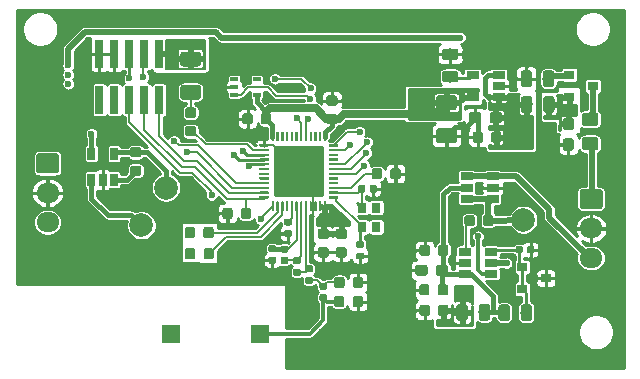
<source format=gbr>
G04 #@! TF.GenerationSoftware,KiCad,Pcbnew,5.1.4-3.fc30*
G04 #@! TF.CreationDate,2019-11-13T22:00:14+01:00*
G04 #@! TF.ProjectId,dpf_ressure_dumper,6470665f-7265-4737-9375-72655f64756d,rev?*
G04 #@! TF.SameCoordinates,Original*
G04 #@! TF.FileFunction,Copper,L1,Top*
G04 #@! TF.FilePolarity,Positive*
%FSLAX46Y46*%
G04 Gerber Fmt 4.6, Leading zero omitted, Abs format (unit mm)*
G04 Created by KiCad (PCBNEW 5.1.4-3.fc30) date 2019-11-13 22:00:14*
%MOMM*%
%LPD*%
G04 APERTURE LIST*
%ADD10C,0.100000*%
%ADD11C,0.875000*%
%ADD12R,0.650000X0.400000*%
%ADD13R,1.060000X0.650000*%
%ADD14C,4.300000*%
%ADD15C,0.200000*%
%ADD16R,1.500000X1.500000*%
%ADD17C,0.950000*%
%ADD18C,0.975000*%
%ADD19C,1.250000*%
%ADD20C,0.590000*%
%ADD21C,1.150000*%
%ADD22R,0.740000X2.400000*%
%ADD23C,1.700000*%
%ADD24O,1.950000X1.700000*%
%ADD25R,0.900000X0.800000*%
%ADD26C,2.000000*%
%ADD27R,0.650000X1.060000*%
%ADD28R,0.800000X0.900000*%
%ADD29C,0.600000*%
%ADD30C,0.304800*%
%ADD31C,0.203600*%
%ADD32C,0.381000*%
%ADD33C,0.508000*%
%ADD34C,0.254000*%
%ADD35C,0.635000*%
%ADD36C,0.228600*%
%ADD37C,0.506000*%
%ADD38C,0.208000*%
%ADD39C,0.504000*%
%ADD40C,0.152400*%
G04 APERTURE END LIST*
D10*
G36*
X187417971Y-141004053D02*
G01*
X187439206Y-141007203D01*
X187460030Y-141012419D01*
X187480242Y-141019651D01*
X187499648Y-141028830D01*
X187518061Y-141039866D01*
X187535304Y-141052654D01*
X187551210Y-141067070D01*
X187565626Y-141082976D01*
X187578414Y-141100219D01*
X187589450Y-141118632D01*
X187598629Y-141138038D01*
X187605861Y-141158250D01*
X187611077Y-141179074D01*
X187614227Y-141200309D01*
X187615280Y-141221750D01*
X187615280Y-141734250D01*
X187614227Y-141755691D01*
X187611077Y-141776926D01*
X187605861Y-141797750D01*
X187598629Y-141817962D01*
X187589450Y-141837368D01*
X187578414Y-141855781D01*
X187565626Y-141873024D01*
X187551210Y-141888930D01*
X187535304Y-141903346D01*
X187518061Y-141916134D01*
X187499648Y-141927170D01*
X187480242Y-141936349D01*
X187460030Y-141943581D01*
X187439206Y-141948797D01*
X187417971Y-141951947D01*
X187396530Y-141953000D01*
X186959030Y-141953000D01*
X186937589Y-141951947D01*
X186916354Y-141948797D01*
X186895530Y-141943581D01*
X186875318Y-141936349D01*
X186855912Y-141927170D01*
X186837499Y-141916134D01*
X186820256Y-141903346D01*
X186804350Y-141888930D01*
X186789934Y-141873024D01*
X186777146Y-141855781D01*
X186766110Y-141837368D01*
X186756931Y-141817962D01*
X186749699Y-141797750D01*
X186744483Y-141776926D01*
X186741333Y-141755691D01*
X186740280Y-141734250D01*
X186740280Y-141221750D01*
X186741333Y-141200309D01*
X186744483Y-141179074D01*
X186749699Y-141158250D01*
X186756931Y-141138038D01*
X186766110Y-141118632D01*
X186777146Y-141100219D01*
X186789934Y-141082976D01*
X186804350Y-141067070D01*
X186820256Y-141052654D01*
X186837499Y-141039866D01*
X186855912Y-141028830D01*
X186875318Y-141019651D01*
X186895530Y-141012419D01*
X186916354Y-141007203D01*
X186937589Y-141004053D01*
X186959030Y-141003000D01*
X187396530Y-141003000D01*
X187417971Y-141004053D01*
X187417971Y-141004053D01*
G37*
D11*
X187177780Y-141478000D03*
D10*
G36*
X185842971Y-141004053D02*
G01*
X185864206Y-141007203D01*
X185885030Y-141012419D01*
X185905242Y-141019651D01*
X185924648Y-141028830D01*
X185943061Y-141039866D01*
X185960304Y-141052654D01*
X185976210Y-141067070D01*
X185990626Y-141082976D01*
X186003414Y-141100219D01*
X186014450Y-141118632D01*
X186023629Y-141138038D01*
X186030861Y-141158250D01*
X186036077Y-141179074D01*
X186039227Y-141200309D01*
X186040280Y-141221750D01*
X186040280Y-141734250D01*
X186039227Y-141755691D01*
X186036077Y-141776926D01*
X186030861Y-141797750D01*
X186023629Y-141817962D01*
X186014450Y-141837368D01*
X186003414Y-141855781D01*
X185990626Y-141873024D01*
X185976210Y-141888930D01*
X185960304Y-141903346D01*
X185943061Y-141916134D01*
X185924648Y-141927170D01*
X185905242Y-141936349D01*
X185885030Y-141943581D01*
X185864206Y-141948797D01*
X185842971Y-141951947D01*
X185821530Y-141953000D01*
X185384030Y-141953000D01*
X185362589Y-141951947D01*
X185341354Y-141948797D01*
X185320530Y-141943581D01*
X185300318Y-141936349D01*
X185280912Y-141927170D01*
X185262499Y-141916134D01*
X185245256Y-141903346D01*
X185229350Y-141888930D01*
X185214934Y-141873024D01*
X185202146Y-141855781D01*
X185191110Y-141837368D01*
X185181931Y-141817962D01*
X185174699Y-141797750D01*
X185169483Y-141776926D01*
X185166333Y-141755691D01*
X185165280Y-141734250D01*
X185165280Y-141221750D01*
X185166333Y-141200309D01*
X185169483Y-141179074D01*
X185174699Y-141158250D01*
X185181931Y-141138038D01*
X185191110Y-141118632D01*
X185202146Y-141100219D01*
X185214934Y-141082976D01*
X185229350Y-141067070D01*
X185245256Y-141052654D01*
X185262499Y-141039866D01*
X185280912Y-141028830D01*
X185300318Y-141019651D01*
X185320530Y-141012419D01*
X185341354Y-141007203D01*
X185362589Y-141004053D01*
X185384030Y-141003000D01*
X185821530Y-141003000D01*
X185842971Y-141004053D01*
X185842971Y-141004053D01*
G37*
D11*
X185602780Y-141478000D03*
D10*
G36*
X187402731Y-139195573D02*
G01*
X187423966Y-139198723D01*
X187444790Y-139203939D01*
X187465002Y-139211171D01*
X187484408Y-139220350D01*
X187502821Y-139231386D01*
X187520064Y-139244174D01*
X187535970Y-139258590D01*
X187550386Y-139274496D01*
X187563174Y-139291739D01*
X187574210Y-139310152D01*
X187583389Y-139329558D01*
X187590621Y-139349770D01*
X187595837Y-139370594D01*
X187598987Y-139391829D01*
X187600040Y-139413270D01*
X187600040Y-139925770D01*
X187598987Y-139947211D01*
X187595837Y-139968446D01*
X187590621Y-139989270D01*
X187583389Y-140009482D01*
X187574210Y-140028888D01*
X187563174Y-140047301D01*
X187550386Y-140064544D01*
X187535970Y-140080450D01*
X187520064Y-140094866D01*
X187502821Y-140107654D01*
X187484408Y-140118690D01*
X187465002Y-140127869D01*
X187444790Y-140135101D01*
X187423966Y-140140317D01*
X187402731Y-140143467D01*
X187381290Y-140144520D01*
X186943790Y-140144520D01*
X186922349Y-140143467D01*
X186901114Y-140140317D01*
X186880290Y-140135101D01*
X186860078Y-140127869D01*
X186840672Y-140118690D01*
X186822259Y-140107654D01*
X186805016Y-140094866D01*
X186789110Y-140080450D01*
X186774694Y-140064544D01*
X186761906Y-140047301D01*
X186750870Y-140028888D01*
X186741691Y-140009482D01*
X186734459Y-139989270D01*
X186729243Y-139968446D01*
X186726093Y-139947211D01*
X186725040Y-139925770D01*
X186725040Y-139413270D01*
X186726093Y-139391829D01*
X186729243Y-139370594D01*
X186734459Y-139349770D01*
X186741691Y-139329558D01*
X186750870Y-139310152D01*
X186761906Y-139291739D01*
X186774694Y-139274496D01*
X186789110Y-139258590D01*
X186805016Y-139244174D01*
X186822259Y-139231386D01*
X186840672Y-139220350D01*
X186860078Y-139211171D01*
X186880290Y-139203939D01*
X186901114Y-139198723D01*
X186922349Y-139195573D01*
X186943790Y-139194520D01*
X187381290Y-139194520D01*
X187402731Y-139195573D01*
X187402731Y-139195573D01*
G37*
D11*
X187162540Y-139669520D03*
D10*
G36*
X185827731Y-139195573D02*
G01*
X185848966Y-139198723D01*
X185869790Y-139203939D01*
X185890002Y-139211171D01*
X185909408Y-139220350D01*
X185927821Y-139231386D01*
X185945064Y-139244174D01*
X185960970Y-139258590D01*
X185975386Y-139274496D01*
X185988174Y-139291739D01*
X185999210Y-139310152D01*
X186008389Y-139329558D01*
X186015621Y-139349770D01*
X186020837Y-139370594D01*
X186023987Y-139391829D01*
X186025040Y-139413270D01*
X186025040Y-139925770D01*
X186023987Y-139947211D01*
X186020837Y-139968446D01*
X186015621Y-139989270D01*
X186008389Y-140009482D01*
X185999210Y-140028888D01*
X185988174Y-140047301D01*
X185975386Y-140064544D01*
X185960970Y-140080450D01*
X185945064Y-140094866D01*
X185927821Y-140107654D01*
X185909408Y-140118690D01*
X185890002Y-140127869D01*
X185869790Y-140135101D01*
X185848966Y-140140317D01*
X185827731Y-140143467D01*
X185806290Y-140144520D01*
X185368790Y-140144520D01*
X185347349Y-140143467D01*
X185326114Y-140140317D01*
X185305290Y-140135101D01*
X185285078Y-140127869D01*
X185265672Y-140118690D01*
X185247259Y-140107654D01*
X185230016Y-140094866D01*
X185214110Y-140080450D01*
X185199694Y-140064544D01*
X185186906Y-140047301D01*
X185175870Y-140028888D01*
X185166691Y-140009482D01*
X185159459Y-139989270D01*
X185154243Y-139968446D01*
X185151093Y-139947211D01*
X185150040Y-139925770D01*
X185150040Y-139413270D01*
X185151093Y-139391829D01*
X185154243Y-139370594D01*
X185159459Y-139349770D01*
X185166691Y-139329558D01*
X185175870Y-139310152D01*
X185186906Y-139291739D01*
X185199694Y-139274496D01*
X185214110Y-139258590D01*
X185230016Y-139244174D01*
X185247259Y-139231386D01*
X185265672Y-139220350D01*
X185285078Y-139211171D01*
X185305290Y-139203939D01*
X185326114Y-139198723D01*
X185347349Y-139195573D01*
X185368790Y-139194520D01*
X185806290Y-139194520D01*
X185827731Y-139195573D01*
X185827731Y-139195573D01*
G37*
D11*
X185587540Y-139669520D03*
D12*
X191246800Y-126705600D03*
X191246800Y-128005600D03*
X189346800Y-127355600D03*
X189346800Y-128005600D03*
X189346800Y-126705600D03*
D13*
X211081800Y-142240000D03*
X211081800Y-141290000D03*
X211081800Y-143190000D03*
X208881800Y-143190000D03*
X208881800Y-142240000D03*
X208881800Y-141290000D03*
D10*
G36*
X196719774Y-132344325D02*
G01*
X196746489Y-132348288D01*
X196772686Y-132354850D01*
X196798114Y-132363948D01*
X196822528Y-132375495D01*
X196845693Y-132389380D01*
X196867385Y-132405468D01*
X196887396Y-132423604D01*
X196905532Y-132443615D01*
X196921620Y-132465307D01*
X196935505Y-132488472D01*
X196947052Y-132512886D01*
X196956150Y-132538314D01*
X196962712Y-132564511D01*
X196966675Y-132591226D01*
X196968000Y-132618200D01*
X196968000Y-136367800D01*
X196966675Y-136394774D01*
X196962712Y-136421489D01*
X196956150Y-136447686D01*
X196947052Y-136473114D01*
X196935505Y-136497528D01*
X196921620Y-136520693D01*
X196905532Y-136542385D01*
X196887396Y-136562396D01*
X196867385Y-136580532D01*
X196845693Y-136596620D01*
X196822528Y-136610505D01*
X196798114Y-136622052D01*
X196772686Y-136631150D01*
X196746489Y-136637712D01*
X196719774Y-136641675D01*
X196692800Y-136643000D01*
X192943200Y-136643000D01*
X192916226Y-136641675D01*
X192889511Y-136637712D01*
X192863314Y-136631150D01*
X192837886Y-136622052D01*
X192813472Y-136610505D01*
X192790307Y-136596620D01*
X192768615Y-136580532D01*
X192748604Y-136562396D01*
X192730468Y-136542385D01*
X192714380Y-136520693D01*
X192700495Y-136497528D01*
X192688948Y-136473114D01*
X192679850Y-136447686D01*
X192673288Y-136421489D01*
X192669325Y-136394774D01*
X192668000Y-136367800D01*
X192668000Y-132618200D01*
X192669325Y-132591226D01*
X192673288Y-132564511D01*
X192679850Y-132538314D01*
X192688948Y-132512886D01*
X192700495Y-132488472D01*
X192714380Y-132465307D01*
X192730468Y-132443615D01*
X192748604Y-132423604D01*
X192768615Y-132405468D01*
X192790307Y-132389380D01*
X192813472Y-132375495D01*
X192837886Y-132363948D01*
X192863314Y-132354850D01*
X192889511Y-132348288D01*
X192916226Y-132344325D01*
X192943200Y-132343000D01*
X196692800Y-132343000D01*
X196719774Y-132344325D01*
X196719774Y-132344325D01*
G37*
D14*
X194818000Y-134493000D03*
D10*
G36*
X197072901Y-131143241D02*
G01*
X197077755Y-131143961D01*
X197082514Y-131145153D01*
X197087134Y-131146806D01*
X197091570Y-131148904D01*
X197095779Y-131151427D01*
X197099720Y-131154349D01*
X197103355Y-131157645D01*
X197106651Y-131161280D01*
X197109573Y-131165221D01*
X197112096Y-131169430D01*
X197114194Y-131173866D01*
X197115847Y-131178486D01*
X197117039Y-131183245D01*
X197117759Y-131188099D01*
X197118000Y-131193000D01*
X197118000Y-131893000D01*
X197117759Y-131897901D01*
X197117039Y-131902755D01*
X197115847Y-131907514D01*
X197114194Y-131912134D01*
X197112096Y-131916570D01*
X197109573Y-131920779D01*
X197106651Y-131924720D01*
X197103355Y-131928355D01*
X197099720Y-131931651D01*
X197095779Y-131934573D01*
X197091570Y-131937096D01*
X197087134Y-131939194D01*
X197082514Y-131940847D01*
X197077755Y-131942039D01*
X197072901Y-131942759D01*
X197068000Y-131943000D01*
X196968000Y-131943000D01*
X196963099Y-131942759D01*
X196958245Y-131942039D01*
X196953486Y-131940847D01*
X196948866Y-131939194D01*
X196944430Y-131937096D01*
X196940221Y-131934573D01*
X196936280Y-131931651D01*
X196932645Y-131928355D01*
X196929349Y-131924720D01*
X196926427Y-131920779D01*
X196923904Y-131916570D01*
X196921806Y-131912134D01*
X196920153Y-131907514D01*
X196918961Y-131902755D01*
X196918241Y-131897901D01*
X196918000Y-131893000D01*
X196918000Y-131193000D01*
X196918241Y-131188099D01*
X196918961Y-131183245D01*
X196920153Y-131178486D01*
X196921806Y-131173866D01*
X196923904Y-131169430D01*
X196926427Y-131165221D01*
X196929349Y-131161280D01*
X196932645Y-131157645D01*
X196936280Y-131154349D01*
X196940221Y-131151427D01*
X196944430Y-131148904D01*
X196948866Y-131146806D01*
X196953486Y-131145153D01*
X196958245Y-131143961D01*
X196963099Y-131143241D01*
X196968000Y-131143000D01*
X197068000Y-131143000D01*
X197072901Y-131143241D01*
X197072901Y-131143241D01*
G37*
D15*
X197018000Y-131543000D03*
D10*
G36*
X196672901Y-131143241D02*
G01*
X196677755Y-131143961D01*
X196682514Y-131145153D01*
X196687134Y-131146806D01*
X196691570Y-131148904D01*
X196695779Y-131151427D01*
X196699720Y-131154349D01*
X196703355Y-131157645D01*
X196706651Y-131161280D01*
X196709573Y-131165221D01*
X196712096Y-131169430D01*
X196714194Y-131173866D01*
X196715847Y-131178486D01*
X196717039Y-131183245D01*
X196717759Y-131188099D01*
X196718000Y-131193000D01*
X196718000Y-131893000D01*
X196717759Y-131897901D01*
X196717039Y-131902755D01*
X196715847Y-131907514D01*
X196714194Y-131912134D01*
X196712096Y-131916570D01*
X196709573Y-131920779D01*
X196706651Y-131924720D01*
X196703355Y-131928355D01*
X196699720Y-131931651D01*
X196695779Y-131934573D01*
X196691570Y-131937096D01*
X196687134Y-131939194D01*
X196682514Y-131940847D01*
X196677755Y-131942039D01*
X196672901Y-131942759D01*
X196668000Y-131943000D01*
X196568000Y-131943000D01*
X196563099Y-131942759D01*
X196558245Y-131942039D01*
X196553486Y-131940847D01*
X196548866Y-131939194D01*
X196544430Y-131937096D01*
X196540221Y-131934573D01*
X196536280Y-131931651D01*
X196532645Y-131928355D01*
X196529349Y-131924720D01*
X196526427Y-131920779D01*
X196523904Y-131916570D01*
X196521806Y-131912134D01*
X196520153Y-131907514D01*
X196518961Y-131902755D01*
X196518241Y-131897901D01*
X196518000Y-131893000D01*
X196518000Y-131193000D01*
X196518241Y-131188099D01*
X196518961Y-131183245D01*
X196520153Y-131178486D01*
X196521806Y-131173866D01*
X196523904Y-131169430D01*
X196526427Y-131165221D01*
X196529349Y-131161280D01*
X196532645Y-131157645D01*
X196536280Y-131154349D01*
X196540221Y-131151427D01*
X196544430Y-131148904D01*
X196548866Y-131146806D01*
X196553486Y-131145153D01*
X196558245Y-131143961D01*
X196563099Y-131143241D01*
X196568000Y-131143000D01*
X196668000Y-131143000D01*
X196672901Y-131143241D01*
X196672901Y-131143241D01*
G37*
D15*
X196618000Y-131543000D03*
D10*
G36*
X196272901Y-131143241D02*
G01*
X196277755Y-131143961D01*
X196282514Y-131145153D01*
X196287134Y-131146806D01*
X196291570Y-131148904D01*
X196295779Y-131151427D01*
X196299720Y-131154349D01*
X196303355Y-131157645D01*
X196306651Y-131161280D01*
X196309573Y-131165221D01*
X196312096Y-131169430D01*
X196314194Y-131173866D01*
X196315847Y-131178486D01*
X196317039Y-131183245D01*
X196317759Y-131188099D01*
X196318000Y-131193000D01*
X196318000Y-131893000D01*
X196317759Y-131897901D01*
X196317039Y-131902755D01*
X196315847Y-131907514D01*
X196314194Y-131912134D01*
X196312096Y-131916570D01*
X196309573Y-131920779D01*
X196306651Y-131924720D01*
X196303355Y-131928355D01*
X196299720Y-131931651D01*
X196295779Y-131934573D01*
X196291570Y-131937096D01*
X196287134Y-131939194D01*
X196282514Y-131940847D01*
X196277755Y-131942039D01*
X196272901Y-131942759D01*
X196268000Y-131943000D01*
X196168000Y-131943000D01*
X196163099Y-131942759D01*
X196158245Y-131942039D01*
X196153486Y-131940847D01*
X196148866Y-131939194D01*
X196144430Y-131937096D01*
X196140221Y-131934573D01*
X196136280Y-131931651D01*
X196132645Y-131928355D01*
X196129349Y-131924720D01*
X196126427Y-131920779D01*
X196123904Y-131916570D01*
X196121806Y-131912134D01*
X196120153Y-131907514D01*
X196118961Y-131902755D01*
X196118241Y-131897901D01*
X196118000Y-131893000D01*
X196118000Y-131193000D01*
X196118241Y-131188099D01*
X196118961Y-131183245D01*
X196120153Y-131178486D01*
X196121806Y-131173866D01*
X196123904Y-131169430D01*
X196126427Y-131165221D01*
X196129349Y-131161280D01*
X196132645Y-131157645D01*
X196136280Y-131154349D01*
X196140221Y-131151427D01*
X196144430Y-131148904D01*
X196148866Y-131146806D01*
X196153486Y-131145153D01*
X196158245Y-131143961D01*
X196163099Y-131143241D01*
X196168000Y-131143000D01*
X196268000Y-131143000D01*
X196272901Y-131143241D01*
X196272901Y-131143241D01*
G37*
D15*
X196218000Y-131543000D03*
D10*
G36*
X195872901Y-131143241D02*
G01*
X195877755Y-131143961D01*
X195882514Y-131145153D01*
X195887134Y-131146806D01*
X195891570Y-131148904D01*
X195895779Y-131151427D01*
X195899720Y-131154349D01*
X195903355Y-131157645D01*
X195906651Y-131161280D01*
X195909573Y-131165221D01*
X195912096Y-131169430D01*
X195914194Y-131173866D01*
X195915847Y-131178486D01*
X195917039Y-131183245D01*
X195917759Y-131188099D01*
X195918000Y-131193000D01*
X195918000Y-131893000D01*
X195917759Y-131897901D01*
X195917039Y-131902755D01*
X195915847Y-131907514D01*
X195914194Y-131912134D01*
X195912096Y-131916570D01*
X195909573Y-131920779D01*
X195906651Y-131924720D01*
X195903355Y-131928355D01*
X195899720Y-131931651D01*
X195895779Y-131934573D01*
X195891570Y-131937096D01*
X195887134Y-131939194D01*
X195882514Y-131940847D01*
X195877755Y-131942039D01*
X195872901Y-131942759D01*
X195868000Y-131943000D01*
X195768000Y-131943000D01*
X195763099Y-131942759D01*
X195758245Y-131942039D01*
X195753486Y-131940847D01*
X195748866Y-131939194D01*
X195744430Y-131937096D01*
X195740221Y-131934573D01*
X195736280Y-131931651D01*
X195732645Y-131928355D01*
X195729349Y-131924720D01*
X195726427Y-131920779D01*
X195723904Y-131916570D01*
X195721806Y-131912134D01*
X195720153Y-131907514D01*
X195718961Y-131902755D01*
X195718241Y-131897901D01*
X195718000Y-131893000D01*
X195718000Y-131193000D01*
X195718241Y-131188099D01*
X195718961Y-131183245D01*
X195720153Y-131178486D01*
X195721806Y-131173866D01*
X195723904Y-131169430D01*
X195726427Y-131165221D01*
X195729349Y-131161280D01*
X195732645Y-131157645D01*
X195736280Y-131154349D01*
X195740221Y-131151427D01*
X195744430Y-131148904D01*
X195748866Y-131146806D01*
X195753486Y-131145153D01*
X195758245Y-131143961D01*
X195763099Y-131143241D01*
X195768000Y-131143000D01*
X195868000Y-131143000D01*
X195872901Y-131143241D01*
X195872901Y-131143241D01*
G37*
D15*
X195818000Y-131543000D03*
D10*
G36*
X195472901Y-131143241D02*
G01*
X195477755Y-131143961D01*
X195482514Y-131145153D01*
X195487134Y-131146806D01*
X195491570Y-131148904D01*
X195495779Y-131151427D01*
X195499720Y-131154349D01*
X195503355Y-131157645D01*
X195506651Y-131161280D01*
X195509573Y-131165221D01*
X195512096Y-131169430D01*
X195514194Y-131173866D01*
X195515847Y-131178486D01*
X195517039Y-131183245D01*
X195517759Y-131188099D01*
X195518000Y-131193000D01*
X195518000Y-131893000D01*
X195517759Y-131897901D01*
X195517039Y-131902755D01*
X195515847Y-131907514D01*
X195514194Y-131912134D01*
X195512096Y-131916570D01*
X195509573Y-131920779D01*
X195506651Y-131924720D01*
X195503355Y-131928355D01*
X195499720Y-131931651D01*
X195495779Y-131934573D01*
X195491570Y-131937096D01*
X195487134Y-131939194D01*
X195482514Y-131940847D01*
X195477755Y-131942039D01*
X195472901Y-131942759D01*
X195468000Y-131943000D01*
X195368000Y-131943000D01*
X195363099Y-131942759D01*
X195358245Y-131942039D01*
X195353486Y-131940847D01*
X195348866Y-131939194D01*
X195344430Y-131937096D01*
X195340221Y-131934573D01*
X195336280Y-131931651D01*
X195332645Y-131928355D01*
X195329349Y-131924720D01*
X195326427Y-131920779D01*
X195323904Y-131916570D01*
X195321806Y-131912134D01*
X195320153Y-131907514D01*
X195318961Y-131902755D01*
X195318241Y-131897901D01*
X195318000Y-131893000D01*
X195318000Y-131193000D01*
X195318241Y-131188099D01*
X195318961Y-131183245D01*
X195320153Y-131178486D01*
X195321806Y-131173866D01*
X195323904Y-131169430D01*
X195326427Y-131165221D01*
X195329349Y-131161280D01*
X195332645Y-131157645D01*
X195336280Y-131154349D01*
X195340221Y-131151427D01*
X195344430Y-131148904D01*
X195348866Y-131146806D01*
X195353486Y-131145153D01*
X195358245Y-131143961D01*
X195363099Y-131143241D01*
X195368000Y-131143000D01*
X195468000Y-131143000D01*
X195472901Y-131143241D01*
X195472901Y-131143241D01*
G37*
D15*
X195418000Y-131543000D03*
D10*
G36*
X195072901Y-131143241D02*
G01*
X195077755Y-131143961D01*
X195082514Y-131145153D01*
X195087134Y-131146806D01*
X195091570Y-131148904D01*
X195095779Y-131151427D01*
X195099720Y-131154349D01*
X195103355Y-131157645D01*
X195106651Y-131161280D01*
X195109573Y-131165221D01*
X195112096Y-131169430D01*
X195114194Y-131173866D01*
X195115847Y-131178486D01*
X195117039Y-131183245D01*
X195117759Y-131188099D01*
X195118000Y-131193000D01*
X195118000Y-131893000D01*
X195117759Y-131897901D01*
X195117039Y-131902755D01*
X195115847Y-131907514D01*
X195114194Y-131912134D01*
X195112096Y-131916570D01*
X195109573Y-131920779D01*
X195106651Y-131924720D01*
X195103355Y-131928355D01*
X195099720Y-131931651D01*
X195095779Y-131934573D01*
X195091570Y-131937096D01*
X195087134Y-131939194D01*
X195082514Y-131940847D01*
X195077755Y-131942039D01*
X195072901Y-131942759D01*
X195068000Y-131943000D01*
X194968000Y-131943000D01*
X194963099Y-131942759D01*
X194958245Y-131942039D01*
X194953486Y-131940847D01*
X194948866Y-131939194D01*
X194944430Y-131937096D01*
X194940221Y-131934573D01*
X194936280Y-131931651D01*
X194932645Y-131928355D01*
X194929349Y-131924720D01*
X194926427Y-131920779D01*
X194923904Y-131916570D01*
X194921806Y-131912134D01*
X194920153Y-131907514D01*
X194918961Y-131902755D01*
X194918241Y-131897901D01*
X194918000Y-131893000D01*
X194918000Y-131193000D01*
X194918241Y-131188099D01*
X194918961Y-131183245D01*
X194920153Y-131178486D01*
X194921806Y-131173866D01*
X194923904Y-131169430D01*
X194926427Y-131165221D01*
X194929349Y-131161280D01*
X194932645Y-131157645D01*
X194936280Y-131154349D01*
X194940221Y-131151427D01*
X194944430Y-131148904D01*
X194948866Y-131146806D01*
X194953486Y-131145153D01*
X194958245Y-131143961D01*
X194963099Y-131143241D01*
X194968000Y-131143000D01*
X195068000Y-131143000D01*
X195072901Y-131143241D01*
X195072901Y-131143241D01*
G37*
D15*
X195018000Y-131543000D03*
D10*
G36*
X194672901Y-131143241D02*
G01*
X194677755Y-131143961D01*
X194682514Y-131145153D01*
X194687134Y-131146806D01*
X194691570Y-131148904D01*
X194695779Y-131151427D01*
X194699720Y-131154349D01*
X194703355Y-131157645D01*
X194706651Y-131161280D01*
X194709573Y-131165221D01*
X194712096Y-131169430D01*
X194714194Y-131173866D01*
X194715847Y-131178486D01*
X194717039Y-131183245D01*
X194717759Y-131188099D01*
X194718000Y-131193000D01*
X194718000Y-131893000D01*
X194717759Y-131897901D01*
X194717039Y-131902755D01*
X194715847Y-131907514D01*
X194714194Y-131912134D01*
X194712096Y-131916570D01*
X194709573Y-131920779D01*
X194706651Y-131924720D01*
X194703355Y-131928355D01*
X194699720Y-131931651D01*
X194695779Y-131934573D01*
X194691570Y-131937096D01*
X194687134Y-131939194D01*
X194682514Y-131940847D01*
X194677755Y-131942039D01*
X194672901Y-131942759D01*
X194668000Y-131943000D01*
X194568000Y-131943000D01*
X194563099Y-131942759D01*
X194558245Y-131942039D01*
X194553486Y-131940847D01*
X194548866Y-131939194D01*
X194544430Y-131937096D01*
X194540221Y-131934573D01*
X194536280Y-131931651D01*
X194532645Y-131928355D01*
X194529349Y-131924720D01*
X194526427Y-131920779D01*
X194523904Y-131916570D01*
X194521806Y-131912134D01*
X194520153Y-131907514D01*
X194518961Y-131902755D01*
X194518241Y-131897901D01*
X194518000Y-131893000D01*
X194518000Y-131193000D01*
X194518241Y-131188099D01*
X194518961Y-131183245D01*
X194520153Y-131178486D01*
X194521806Y-131173866D01*
X194523904Y-131169430D01*
X194526427Y-131165221D01*
X194529349Y-131161280D01*
X194532645Y-131157645D01*
X194536280Y-131154349D01*
X194540221Y-131151427D01*
X194544430Y-131148904D01*
X194548866Y-131146806D01*
X194553486Y-131145153D01*
X194558245Y-131143961D01*
X194563099Y-131143241D01*
X194568000Y-131143000D01*
X194668000Y-131143000D01*
X194672901Y-131143241D01*
X194672901Y-131143241D01*
G37*
D15*
X194618000Y-131543000D03*
D10*
G36*
X194272901Y-131143241D02*
G01*
X194277755Y-131143961D01*
X194282514Y-131145153D01*
X194287134Y-131146806D01*
X194291570Y-131148904D01*
X194295779Y-131151427D01*
X194299720Y-131154349D01*
X194303355Y-131157645D01*
X194306651Y-131161280D01*
X194309573Y-131165221D01*
X194312096Y-131169430D01*
X194314194Y-131173866D01*
X194315847Y-131178486D01*
X194317039Y-131183245D01*
X194317759Y-131188099D01*
X194318000Y-131193000D01*
X194318000Y-131893000D01*
X194317759Y-131897901D01*
X194317039Y-131902755D01*
X194315847Y-131907514D01*
X194314194Y-131912134D01*
X194312096Y-131916570D01*
X194309573Y-131920779D01*
X194306651Y-131924720D01*
X194303355Y-131928355D01*
X194299720Y-131931651D01*
X194295779Y-131934573D01*
X194291570Y-131937096D01*
X194287134Y-131939194D01*
X194282514Y-131940847D01*
X194277755Y-131942039D01*
X194272901Y-131942759D01*
X194268000Y-131943000D01*
X194168000Y-131943000D01*
X194163099Y-131942759D01*
X194158245Y-131942039D01*
X194153486Y-131940847D01*
X194148866Y-131939194D01*
X194144430Y-131937096D01*
X194140221Y-131934573D01*
X194136280Y-131931651D01*
X194132645Y-131928355D01*
X194129349Y-131924720D01*
X194126427Y-131920779D01*
X194123904Y-131916570D01*
X194121806Y-131912134D01*
X194120153Y-131907514D01*
X194118961Y-131902755D01*
X194118241Y-131897901D01*
X194118000Y-131893000D01*
X194118000Y-131193000D01*
X194118241Y-131188099D01*
X194118961Y-131183245D01*
X194120153Y-131178486D01*
X194121806Y-131173866D01*
X194123904Y-131169430D01*
X194126427Y-131165221D01*
X194129349Y-131161280D01*
X194132645Y-131157645D01*
X194136280Y-131154349D01*
X194140221Y-131151427D01*
X194144430Y-131148904D01*
X194148866Y-131146806D01*
X194153486Y-131145153D01*
X194158245Y-131143961D01*
X194163099Y-131143241D01*
X194168000Y-131143000D01*
X194268000Y-131143000D01*
X194272901Y-131143241D01*
X194272901Y-131143241D01*
G37*
D15*
X194218000Y-131543000D03*
D10*
G36*
X193872901Y-131143241D02*
G01*
X193877755Y-131143961D01*
X193882514Y-131145153D01*
X193887134Y-131146806D01*
X193891570Y-131148904D01*
X193895779Y-131151427D01*
X193899720Y-131154349D01*
X193903355Y-131157645D01*
X193906651Y-131161280D01*
X193909573Y-131165221D01*
X193912096Y-131169430D01*
X193914194Y-131173866D01*
X193915847Y-131178486D01*
X193917039Y-131183245D01*
X193917759Y-131188099D01*
X193918000Y-131193000D01*
X193918000Y-131893000D01*
X193917759Y-131897901D01*
X193917039Y-131902755D01*
X193915847Y-131907514D01*
X193914194Y-131912134D01*
X193912096Y-131916570D01*
X193909573Y-131920779D01*
X193906651Y-131924720D01*
X193903355Y-131928355D01*
X193899720Y-131931651D01*
X193895779Y-131934573D01*
X193891570Y-131937096D01*
X193887134Y-131939194D01*
X193882514Y-131940847D01*
X193877755Y-131942039D01*
X193872901Y-131942759D01*
X193868000Y-131943000D01*
X193768000Y-131943000D01*
X193763099Y-131942759D01*
X193758245Y-131942039D01*
X193753486Y-131940847D01*
X193748866Y-131939194D01*
X193744430Y-131937096D01*
X193740221Y-131934573D01*
X193736280Y-131931651D01*
X193732645Y-131928355D01*
X193729349Y-131924720D01*
X193726427Y-131920779D01*
X193723904Y-131916570D01*
X193721806Y-131912134D01*
X193720153Y-131907514D01*
X193718961Y-131902755D01*
X193718241Y-131897901D01*
X193718000Y-131893000D01*
X193718000Y-131193000D01*
X193718241Y-131188099D01*
X193718961Y-131183245D01*
X193720153Y-131178486D01*
X193721806Y-131173866D01*
X193723904Y-131169430D01*
X193726427Y-131165221D01*
X193729349Y-131161280D01*
X193732645Y-131157645D01*
X193736280Y-131154349D01*
X193740221Y-131151427D01*
X193744430Y-131148904D01*
X193748866Y-131146806D01*
X193753486Y-131145153D01*
X193758245Y-131143961D01*
X193763099Y-131143241D01*
X193768000Y-131143000D01*
X193868000Y-131143000D01*
X193872901Y-131143241D01*
X193872901Y-131143241D01*
G37*
D15*
X193818000Y-131543000D03*
D10*
G36*
X193472901Y-131143241D02*
G01*
X193477755Y-131143961D01*
X193482514Y-131145153D01*
X193487134Y-131146806D01*
X193491570Y-131148904D01*
X193495779Y-131151427D01*
X193499720Y-131154349D01*
X193503355Y-131157645D01*
X193506651Y-131161280D01*
X193509573Y-131165221D01*
X193512096Y-131169430D01*
X193514194Y-131173866D01*
X193515847Y-131178486D01*
X193517039Y-131183245D01*
X193517759Y-131188099D01*
X193518000Y-131193000D01*
X193518000Y-131893000D01*
X193517759Y-131897901D01*
X193517039Y-131902755D01*
X193515847Y-131907514D01*
X193514194Y-131912134D01*
X193512096Y-131916570D01*
X193509573Y-131920779D01*
X193506651Y-131924720D01*
X193503355Y-131928355D01*
X193499720Y-131931651D01*
X193495779Y-131934573D01*
X193491570Y-131937096D01*
X193487134Y-131939194D01*
X193482514Y-131940847D01*
X193477755Y-131942039D01*
X193472901Y-131942759D01*
X193468000Y-131943000D01*
X193368000Y-131943000D01*
X193363099Y-131942759D01*
X193358245Y-131942039D01*
X193353486Y-131940847D01*
X193348866Y-131939194D01*
X193344430Y-131937096D01*
X193340221Y-131934573D01*
X193336280Y-131931651D01*
X193332645Y-131928355D01*
X193329349Y-131924720D01*
X193326427Y-131920779D01*
X193323904Y-131916570D01*
X193321806Y-131912134D01*
X193320153Y-131907514D01*
X193318961Y-131902755D01*
X193318241Y-131897901D01*
X193318000Y-131893000D01*
X193318000Y-131193000D01*
X193318241Y-131188099D01*
X193318961Y-131183245D01*
X193320153Y-131178486D01*
X193321806Y-131173866D01*
X193323904Y-131169430D01*
X193326427Y-131165221D01*
X193329349Y-131161280D01*
X193332645Y-131157645D01*
X193336280Y-131154349D01*
X193340221Y-131151427D01*
X193344430Y-131148904D01*
X193348866Y-131146806D01*
X193353486Y-131145153D01*
X193358245Y-131143961D01*
X193363099Y-131143241D01*
X193368000Y-131143000D01*
X193468000Y-131143000D01*
X193472901Y-131143241D01*
X193472901Y-131143241D01*
G37*
D15*
X193418000Y-131543000D03*
D10*
G36*
X193072901Y-131143241D02*
G01*
X193077755Y-131143961D01*
X193082514Y-131145153D01*
X193087134Y-131146806D01*
X193091570Y-131148904D01*
X193095779Y-131151427D01*
X193099720Y-131154349D01*
X193103355Y-131157645D01*
X193106651Y-131161280D01*
X193109573Y-131165221D01*
X193112096Y-131169430D01*
X193114194Y-131173866D01*
X193115847Y-131178486D01*
X193117039Y-131183245D01*
X193117759Y-131188099D01*
X193118000Y-131193000D01*
X193118000Y-131893000D01*
X193117759Y-131897901D01*
X193117039Y-131902755D01*
X193115847Y-131907514D01*
X193114194Y-131912134D01*
X193112096Y-131916570D01*
X193109573Y-131920779D01*
X193106651Y-131924720D01*
X193103355Y-131928355D01*
X193099720Y-131931651D01*
X193095779Y-131934573D01*
X193091570Y-131937096D01*
X193087134Y-131939194D01*
X193082514Y-131940847D01*
X193077755Y-131942039D01*
X193072901Y-131942759D01*
X193068000Y-131943000D01*
X192968000Y-131943000D01*
X192963099Y-131942759D01*
X192958245Y-131942039D01*
X192953486Y-131940847D01*
X192948866Y-131939194D01*
X192944430Y-131937096D01*
X192940221Y-131934573D01*
X192936280Y-131931651D01*
X192932645Y-131928355D01*
X192929349Y-131924720D01*
X192926427Y-131920779D01*
X192923904Y-131916570D01*
X192921806Y-131912134D01*
X192920153Y-131907514D01*
X192918961Y-131902755D01*
X192918241Y-131897901D01*
X192918000Y-131893000D01*
X192918000Y-131193000D01*
X192918241Y-131188099D01*
X192918961Y-131183245D01*
X192920153Y-131178486D01*
X192921806Y-131173866D01*
X192923904Y-131169430D01*
X192926427Y-131165221D01*
X192929349Y-131161280D01*
X192932645Y-131157645D01*
X192936280Y-131154349D01*
X192940221Y-131151427D01*
X192944430Y-131148904D01*
X192948866Y-131146806D01*
X192953486Y-131145153D01*
X192958245Y-131143961D01*
X192963099Y-131143241D01*
X192968000Y-131143000D01*
X193068000Y-131143000D01*
X193072901Y-131143241D01*
X193072901Y-131143241D01*
G37*
D15*
X193018000Y-131543000D03*
D10*
G36*
X192672901Y-131143241D02*
G01*
X192677755Y-131143961D01*
X192682514Y-131145153D01*
X192687134Y-131146806D01*
X192691570Y-131148904D01*
X192695779Y-131151427D01*
X192699720Y-131154349D01*
X192703355Y-131157645D01*
X192706651Y-131161280D01*
X192709573Y-131165221D01*
X192712096Y-131169430D01*
X192714194Y-131173866D01*
X192715847Y-131178486D01*
X192717039Y-131183245D01*
X192717759Y-131188099D01*
X192718000Y-131193000D01*
X192718000Y-131893000D01*
X192717759Y-131897901D01*
X192717039Y-131902755D01*
X192715847Y-131907514D01*
X192714194Y-131912134D01*
X192712096Y-131916570D01*
X192709573Y-131920779D01*
X192706651Y-131924720D01*
X192703355Y-131928355D01*
X192699720Y-131931651D01*
X192695779Y-131934573D01*
X192691570Y-131937096D01*
X192687134Y-131939194D01*
X192682514Y-131940847D01*
X192677755Y-131942039D01*
X192672901Y-131942759D01*
X192668000Y-131943000D01*
X192568000Y-131943000D01*
X192563099Y-131942759D01*
X192558245Y-131942039D01*
X192553486Y-131940847D01*
X192548866Y-131939194D01*
X192544430Y-131937096D01*
X192540221Y-131934573D01*
X192536280Y-131931651D01*
X192532645Y-131928355D01*
X192529349Y-131924720D01*
X192526427Y-131920779D01*
X192523904Y-131916570D01*
X192521806Y-131912134D01*
X192520153Y-131907514D01*
X192518961Y-131902755D01*
X192518241Y-131897901D01*
X192518000Y-131893000D01*
X192518000Y-131193000D01*
X192518241Y-131188099D01*
X192518961Y-131183245D01*
X192520153Y-131178486D01*
X192521806Y-131173866D01*
X192523904Y-131169430D01*
X192526427Y-131165221D01*
X192529349Y-131161280D01*
X192532645Y-131157645D01*
X192536280Y-131154349D01*
X192540221Y-131151427D01*
X192544430Y-131148904D01*
X192548866Y-131146806D01*
X192553486Y-131145153D01*
X192558245Y-131143961D01*
X192563099Y-131143241D01*
X192568000Y-131143000D01*
X192668000Y-131143000D01*
X192672901Y-131143241D01*
X192672901Y-131143241D01*
G37*
D15*
X192618000Y-131543000D03*
D10*
G36*
X192222901Y-132193241D02*
G01*
X192227755Y-132193961D01*
X192232514Y-132195153D01*
X192237134Y-132196806D01*
X192241570Y-132198904D01*
X192245779Y-132201427D01*
X192249720Y-132204349D01*
X192253355Y-132207645D01*
X192256651Y-132211280D01*
X192259573Y-132215221D01*
X192262096Y-132219430D01*
X192264194Y-132223866D01*
X192265847Y-132228486D01*
X192267039Y-132233245D01*
X192267759Y-132238099D01*
X192268000Y-132243000D01*
X192268000Y-132343000D01*
X192267759Y-132347901D01*
X192267039Y-132352755D01*
X192265847Y-132357514D01*
X192264194Y-132362134D01*
X192262096Y-132366570D01*
X192259573Y-132370779D01*
X192256651Y-132374720D01*
X192253355Y-132378355D01*
X192249720Y-132381651D01*
X192245779Y-132384573D01*
X192241570Y-132387096D01*
X192237134Y-132389194D01*
X192232514Y-132390847D01*
X192227755Y-132392039D01*
X192222901Y-132392759D01*
X192218000Y-132393000D01*
X191518000Y-132393000D01*
X191513099Y-132392759D01*
X191508245Y-132392039D01*
X191503486Y-132390847D01*
X191498866Y-132389194D01*
X191494430Y-132387096D01*
X191490221Y-132384573D01*
X191486280Y-132381651D01*
X191482645Y-132378355D01*
X191479349Y-132374720D01*
X191476427Y-132370779D01*
X191473904Y-132366570D01*
X191471806Y-132362134D01*
X191470153Y-132357514D01*
X191468961Y-132352755D01*
X191468241Y-132347901D01*
X191468000Y-132343000D01*
X191468000Y-132243000D01*
X191468241Y-132238099D01*
X191468961Y-132233245D01*
X191470153Y-132228486D01*
X191471806Y-132223866D01*
X191473904Y-132219430D01*
X191476427Y-132215221D01*
X191479349Y-132211280D01*
X191482645Y-132207645D01*
X191486280Y-132204349D01*
X191490221Y-132201427D01*
X191494430Y-132198904D01*
X191498866Y-132196806D01*
X191503486Y-132195153D01*
X191508245Y-132193961D01*
X191513099Y-132193241D01*
X191518000Y-132193000D01*
X192218000Y-132193000D01*
X192222901Y-132193241D01*
X192222901Y-132193241D01*
G37*
D15*
X191868000Y-132293000D03*
D10*
G36*
X192222901Y-132593241D02*
G01*
X192227755Y-132593961D01*
X192232514Y-132595153D01*
X192237134Y-132596806D01*
X192241570Y-132598904D01*
X192245779Y-132601427D01*
X192249720Y-132604349D01*
X192253355Y-132607645D01*
X192256651Y-132611280D01*
X192259573Y-132615221D01*
X192262096Y-132619430D01*
X192264194Y-132623866D01*
X192265847Y-132628486D01*
X192267039Y-132633245D01*
X192267759Y-132638099D01*
X192268000Y-132643000D01*
X192268000Y-132743000D01*
X192267759Y-132747901D01*
X192267039Y-132752755D01*
X192265847Y-132757514D01*
X192264194Y-132762134D01*
X192262096Y-132766570D01*
X192259573Y-132770779D01*
X192256651Y-132774720D01*
X192253355Y-132778355D01*
X192249720Y-132781651D01*
X192245779Y-132784573D01*
X192241570Y-132787096D01*
X192237134Y-132789194D01*
X192232514Y-132790847D01*
X192227755Y-132792039D01*
X192222901Y-132792759D01*
X192218000Y-132793000D01*
X191518000Y-132793000D01*
X191513099Y-132792759D01*
X191508245Y-132792039D01*
X191503486Y-132790847D01*
X191498866Y-132789194D01*
X191494430Y-132787096D01*
X191490221Y-132784573D01*
X191486280Y-132781651D01*
X191482645Y-132778355D01*
X191479349Y-132774720D01*
X191476427Y-132770779D01*
X191473904Y-132766570D01*
X191471806Y-132762134D01*
X191470153Y-132757514D01*
X191468961Y-132752755D01*
X191468241Y-132747901D01*
X191468000Y-132743000D01*
X191468000Y-132643000D01*
X191468241Y-132638099D01*
X191468961Y-132633245D01*
X191470153Y-132628486D01*
X191471806Y-132623866D01*
X191473904Y-132619430D01*
X191476427Y-132615221D01*
X191479349Y-132611280D01*
X191482645Y-132607645D01*
X191486280Y-132604349D01*
X191490221Y-132601427D01*
X191494430Y-132598904D01*
X191498866Y-132596806D01*
X191503486Y-132595153D01*
X191508245Y-132593961D01*
X191513099Y-132593241D01*
X191518000Y-132593000D01*
X192218000Y-132593000D01*
X192222901Y-132593241D01*
X192222901Y-132593241D01*
G37*
D15*
X191868000Y-132693000D03*
D10*
G36*
X192222901Y-132993241D02*
G01*
X192227755Y-132993961D01*
X192232514Y-132995153D01*
X192237134Y-132996806D01*
X192241570Y-132998904D01*
X192245779Y-133001427D01*
X192249720Y-133004349D01*
X192253355Y-133007645D01*
X192256651Y-133011280D01*
X192259573Y-133015221D01*
X192262096Y-133019430D01*
X192264194Y-133023866D01*
X192265847Y-133028486D01*
X192267039Y-133033245D01*
X192267759Y-133038099D01*
X192268000Y-133043000D01*
X192268000Y-133143000D01*
X192267759Y-133147901D01*
X192267039Y-133152755D01*
X192265847Y-133157514D01*
X192264194Y-133162134D01*
X192262096Y-133166570D01*
X192259573Y-133170779D01*
X192256651Y-133174720D01*
X192253355Y-133178355D01*
X192249720Y-133181651D01*
X192245779Y-133184573D01*
X192241570Y-133187096D01*
X192237134Y-133189194D01*
X192232514Y-133190847D01*
X192227755Y-133192039D01*
X192222901Y-133192759D01*
X192218000Y-133193000D01*
X191518000Y-133193000D01*
X191513099Y-133192759D01*
X191508245Y-133192039D01*
X191503486Y-133190847D01*
X191498866Y-133189194D01*
X191494430Y-133187096D01*
X191490221Y-133184573D01*
X191486280Y-133181651D01*
X191482645Y-133178355D01*
X191479349Y-133174720D01*
X191476427Y-133170779D01*
X191473904Y-133166570D01*
X191471806Y-133162134D01*
X191470153Y-133157514D01*
X191468961Y-133152755D01*
X191468241Y-133147901D01*
X191468000Y-133143000D01*
X191468000Y-133043000D01*
X191468241Y-133038099D01*
X191468961Y-133033245D01*
X191470153Y-133028486D01*
X191471806Y-133023866D01*
X191473904Y-133019430D01*
X191476427Y-133015221D01*
X191479349Y-133011280D01*
X191482645Y-133007645D01*
X191486280Y-133004349D01*
X191490221Y-133001427D01*
X191494430Y-132998904D01*
X191498866Y-132996806D01*
X191503486Y-132995153D01*
X191508245Y-132993961D01*
X191513099Y-132993241D01*
X191518000Y-132993000D01*
X192218000Y-132993000D01*
X192222901Y-132993241D01*
X192222901Y-132993241D01*
G37*
D15*
X191868000Y-133093000D03*
D10*
G36*
X192222901Y-133393241D02*
G01*
X192227755Y-133393961D01*
X192232514Y-133395153D01*
X192237134Y-133396806D01*
X192241570Y-133398904D01*
X192245779Y-133401427D01*
X192249720Y-133404349D01*
X192253355Y-133407645D01*
X192256651Y-133411280D01*
X192259573Y-133415221D01*
X192262096Y-133419430D01*
X192264194Y-133423866D01*
X192265847Y-133428486D01*
X192267039Y-133433245D01*
X192267759Y-133438099D01*
X192268000Y-133443000D01*
X192268000Y-133543000D01*
X192267759Y-133547901D01*
X192267039Y-133552755D01*
X192265847Y-133557514D01*
X192264194Y-133562134D01*
X192262096Y-133566570D01*
X192259573Y-133570779D01*
X192256651Y-133574720D01*
X192253355Y-133578355D01*
X192249720Y-133581651D01*
X192245779Y-133584573D01*
X192241570Y-133587096D01*
X192237134Y-133589194D01*
X192232514Y-133590847D01*
X192227755Y-133592039D01*
X192222901Y-133592759D01*
X192218000Y-133593000D01*
X191518000Y-133593000D01*
X191513099Y-133592759D01*
X191508245Y-133592039D01*
X191503486Y-133590847D01*
X191498866Y-133589194D01*
X191494430Y-133587096D01*
X191490221Y-133584573D01*
X191486280Y-133581651D01*
X191482645Y-133578355D01*
X191479349Y-133574720D01*
X191476427Y-133570779D01*
X191473904Y-133566570D01*
X191471806Y-133562134D01*
X191470153Y-133557514D01*
X191468961Y-133552755D01*
X191468241Y-133547901D01*
X191468000Y-133543000D01*
X191468000Y-133443000D01*
X191468241Y-133438099D01*
X191468961Y-133433245D01*
X191470153Y-133428486D01*
X191471806Y-133423866D01*
X191473904Y-133419430D01*
X191476427Y-133415221D01*
X191479349Y-133411280D01*
X191482645Y-133407645D01*
X191486280Y-133404349D01*
X191490221Y-133401427D01*
X191494430Y-133398904D01*
X191498866Y-133396806D01*
X191503486Y-133395153D01*
X191508245Y-133393961D01*
X191513099Y-133393241D01*
X191518000Y-133393000D01*
X192218000Y-133393000D01*
X192222901Y-133393241D01*
X192222901Y-133393241D01*
G37*
D15*
X191868000Y-133493000D03*
D10*
G36*
X192222901Y-133793241D02*
G01*
X192227755Y-133793961D01*
X192232514Y-133795153D01*
X192237134Y-133796806D01*
X192241570Y-133798904D01*
X192245779Y-133801427D01*
X192249720Y-133804349D01*
X192253355Y-133807645D01*
X192256651Y-133811280D01*
X192259573Y-133815221D01*
X192262096Y-133819430D01*
X192264194Y-133823866D01*
X192265847Y-133828486D01*
X192267039Y-133833245D01*
X192267759Y-133838099D01*
X192268000Y-133843000D01*
X192268000Y-133943000D01*
X192267759Y-133947901D01*
X192267039Y-133952755D01*
X192265847Y-133957514D01*
X192264194Y-133962134D01*
X192262096Y-133966570D01*
X192259573Y-133970779D01*
X192256651Y-133974720D01*
X192253355Y-133978355D01*
X192249720Y-133981651D01*
X192245779Y-133984573D01*
X192241570Y-133987096D01*
X192237134Y-133989194D01*
X192232514Y-133990847D01*
X192227755Y-133992039D01*
X192222901Y-133992759D01*
X192218000Y-133993000D01*
X191518000Y-133993000D01*
X191513099Y-133992759D01*
X191508245Y-133992039D01*
X191503486Y-133990847D01*
X191498866Y-133989194D01*
X191494430Y-133987096D01*
X191490221Y-133984573D01*
X191486280Y-133981651D01*
X191482645Y-133978355D01*
X191479349Y-133974720D01*
X191476427Y-133970779D01*
X191473904Y-133966570D01*
X191471806Y-133962134D01*
X191470153Y-133957514D01*
X191468961Y-133952755D01*
X191468241Y-133947901D01*
X191468000Y-133943000D01*
X191468000Y-133843000D01*
X191468241Y-133838099D01*
X191468961Y-133833245D01*
X191470153Y-133828486D01*
X191471806Y-133823866D01*
X191473904Y-133819430D01*
X191476427Y-133815221D01*
X191479349Y-133811280D01*
X191482645Y-133807645D01*
X191486280Y-133804349D01*
X191490221Y-133801427D01*
X191494430Y-133798904D01*
X191498866Y-133796806D01*
X191503486Y-133795153D01*
X191508245Y-133793961D01*
X191513099Y-133793241D01*
X191518000Y-133793000D01*
X192218000Y-133793000D01*
X192222901Y-133793241D01*
X192222901Y-133793241D01*
G37*
D15*
X191868000Y-133893000D03*
D10*
G36*
X192222901Y-134193241D02*
G01*
X192227755Y-134193961D01*
X192232514Y-134195153D01*
X192237134Y-134196806D01*
X192241570Y-134198904D01*
X192245779Y-134201427D01*
X192249720Y-134204349D01*
X192253355Y-134207645D01*
X192256651Y-134211280D01*
X192259573Y-134215221D01*
X192262096Y-134219430D01*
X192264194Y-134223866D01*
X192265847Y-134228486D01*
X192267039Y-134233245D01*
X192267759Y-134238099D01*
X192268000Y-134243000D01*
X192268000Y-134343000D01*
X192267759Y-134347901D01*
X192267039Y-134352755D01*
X192265847Y-134357514D01*
X192264194Y-134362134D01*
X192262096Y-134366570D01*
X192259573Y-134370779D01*
X192256651Y-134374720D01*
X192253355Y-134378355D01*
X192249720Y-134381651D01*
X192245779Y-134384573D01*
X192241570Y-134387096D01*
X192237134Y-134389194D01*
X192232514Y-134390847D01*
X192227755Y-134392039D01*
X192222901Y-134392759D01*
X192218000Y-134393000D01*
X191518000Y-134393000D01*
X191513099Y-134392759D01*
X191508245Y-134392039D01*
X191503486Y-134390847D01*
X191498866Y-134389194D01*
X191494430Y-134387096D01*
X191490221Y-134384573D01*
X191486280Y-134381651D01*
X191482645Y-134378355D01*
X191479349Y-134374720D01*
X191476427Y-134370779D01*
X191473904Y-134366570D01*
X191471806Y-134362134D01*
X191470153Y-134357514D01*
X191468961Y-134352755D01*
X191468241Y-134347901D01*
X191468000Y-134343000D01*
X191468000Y-134243000D01*
X191468241Y-134238099D01*
X191468961Y-134233245D01*
X191470153Y-134228486D01*
X191471806Y-134223866D01*
X191473904Y-134219430D01*
X191476427Y-134215221D01*
X191479349Y-134211280D01*
X191482645Y-134207645D01*
X191486280Y-134204349D01*
X191490221Y-134201427D01*
X191494430Y-134198904D01*
X191498866Y-134196806D01*
X191503486Y-134195153D01*
X191508245Y-134193961D01*
X191513099Y-134193241D01*
X191518000Y-134193000D01*
X192218000Y-134193000D01*
X192222901Y-134193241D01*
X192222901Y-134193241D01*
G37*
D15*
X191868000Y-134293000D03*
D10*
G36*
X192222901Y-134593241D02*
G01*
X192227755Y-134593961D01*
X192232514Y-134595153D01*
X192237134Y-134596806D01*
X192241570Y-134598904D01*
X192245779Y-134601427D01*
X192249720Y-134604349D01*
X192253355Y-134607645D01*
X192256651Y-134611280D01*
X192259573Y-134615221D01*
X192262096Y-134619430D01*
X192264194Y-134623866D01*
X192265847Y-134628486D01*
X192267039Y-134633245D01*
X192267759Y-134638099D01*
X192268000Y-134643000D01*
X192268000Y-134743000D01*
X192267759Y-134747901D01*
X192267039Y-134752755D01*
X192265847Y-134757514D01*
X192264194Y-134762134D01*
X192262096Y-134766570D01*
X192259573Y-134770779D01*
X192256651Y-134774720D01*
X192253355Y-134778355D01*
X192249720Y-134781651D01*
X192245779Y-134784573D01*
X192241570Y-134787096D01*
X192237134Y-134789194D01*
X192232514Y-134790847D01*
X192227755Y-134792039D01*
X192222901Y-134792759D01*
X192218000Y-134793000D01*
X191518000Y-134793000D01*
X191513099Y-134792759D01*
X191508245Y-134792039D01*
X191503486Y-134790847D01*
X191498866Y-134789194D01*
X191494430Y-134787096D01*
X191490221Y-134784573D01*
X191486280Y-134781651D01*
X191482645Y-134778355D01*
X191479349Y-134774720D01*
X191476427Y-134770779D01*
X191473904Y-134766570D01*
X191471806Y-134762134D01*
X191470153Y-134757514D01*
X191468961Y-134752755D01*
X191468241Y-134747901D01*
X191468000Y-134743000D01*
X191468000Y-134643000D01*
X191468241Y-134638099D01*
X191468961Y-134633245D01*
X191470153Y-134628486D01*
X191471806Y-134623866D01*
X191473904Y-134619430D01*
X191476427Y-134615221D01*
X191479349Y-134611280D01*
X191482645Y-134607645D01*
X191486280Y-134604349D01*
X191490221Y-134601427D01*
X191494430Y-134598904D01*
X191498866Y-134596806D01*
X191503486Y-134595153D01*
X191508245Y-134593961D01*
X191513099Y-134593241D01*
X191518000Y-134593000D01*
X192218000Y-134593000D01*
X192222901Y-134593241D01*
X192222901Y-134593241D01*
G37*
D15*
X191868000Y-134693000D03*
D10*
G36*
X192222901Y-134993241D02*
G01*
X192227755Y-134993961D01*
X192232514Y-134995153D01*
X192237134Y-134996806D01*
X192241570Y-134998904D01*
X192245779Y-135001427D01*
X192249720Y-135004349D01*
X192253355Y-135007645D01*
X192256651Y-135011280D01*
X192259573Y-135015221D01*
X192262096Y-135019430D01*
X192264194Y-135023866D01*
X192265847Y-135028486D01*
X192267039Y-135033245D01*
X192267759Y-135038099D01*
X192268000Y-135043000D01*
X192268000Y-135143000D01*
X192267759Y-135147901D01*
X192267039Y-135152755D01*
X192265847Y-135157514D01*
X192264194Y-135162134D01*
X192262096Y-135166570D01*
X192259573Y-135170779D01*
X192256651Y-135174720D01*
X192253355Y-135178355D01*
X192249720Y-135181651D01*
X192245779Y-135184573D01*
X192241570Y-135187096D01*
X192237134Y-135189194D01*
X192232514Y-135190847D01*
X192227755Y-135192039D01*
X192222901Y-135192759D01*
X192218000Y-135193000D01*
X191518000Y-135193000D01*
X191513099Y-135192759D01*
X191508245Y-135192039D01*
X191503486Y-135190847D01*
X191498866Y-135189194D01*
X191494430Y-135187096D01*
X191490221Y-135184573D01*
X191486280Y-135181651D01*
X191482645Y-135178355D01*
X191479349Y-135174720D01*
X191476427Y-135170779D01*
X191473904Y-135166570D01*
X191471806Y-135162134D01*
X191470153Y-135157514D01*
X191468961Y-135152755D01*
X191468241Y-135147901D01*
X191468000Y-135143000D01*
X191468000Y-135043000D01*
X191468241Y-135038099D01*
X191468961Y-135033245D01*
X191470153Y-135028486D01*
X191471806Y-135023866D01*
X191473904Y-135019430D01*
X191476427Y-135015221D01*
X191479349Y-135011280D01*
X191482645Y-135007645D01*
X191486280Y-135004349D01*
X191490221Y-135001427D01*
X191494430Y-134998904D01*
X191498866Y-134996806D01*
X191503486Y-134995153D01*
X191508245Y-134993961D01*
X191513099Y-134993241D01*
X191518000Y-134993000D01*
X192218000Y-134993000D01*
X192222901Y-134993241D01*
X192222901Y-134993241D01*
G37*
D15*
X191868000Y-135093000D03*
D10*
G36*
X192222901Y-135393241D02*
G01*
X192227755Y-135393961D01*
X192232514Y-135395153D01*
X192237134Y-135396806D01*
X192241570Y-135398904D01*
X192245779Y-135401427D01*
X192249720Y-135404349D01*
X192253355Y-135407645D01*
X192256651Y-135411280D01*
X192259573Y-135415221D01*
X192262096Y-135419430D01*
X192264194Y-135423866D01*
X192265847Y-135428486D01*
X192267039Y-135433245D01*
X192267759Y-135438099D01*
X192268000Y-135443000D01*
X192268000Y-135543000D01*
X192267759Y-135547901D01*
X192267039Y-135552755D01*
X192265847Y-135557514D01*
X192264194Y-135562134D01*
X192262096Y-135566570D01*
X192259573Y-135570779D01*
X192256651Y-135574720D01*
X192253355Y-135578355D01*
X192249720Y-135581651D01*
X192245779Y-135584573D01*
X192241570Y-135587096D01*
X192237134Y-135589194D01*
X192232514Y-135590847D01*
X192227755Y-135592039D01*
X192222901Y-135592759D01*
X192218000Y-135593000D01*
X191518000Y-135593000D01*
X191513099Y-135592759D01*
X191508245Y-135592039D01*
X191503486Y-135590847D01*
X191498866Y-135589194D01*
X191494430Y-135587096D01*
X191490221Y-135584573D01*
X191486280Y-135581651D01*
X191482645Y-135578355D01*
X191479349Y-135574720D01*
X191476427Y-135570779D01*
X191473904Y-135566570D01*
X191471806Y-135562134D01*
X191470153Y-135557514D01*
X191468961Y-135552755D01*
X191468241Y-135547901D01*
X191468000Y-135543000D01*
X191468000Y-135443000D01*
X191468241Y-135438099D01*
X191468961Y-135433245D01*
X191470153Y-135428486D01*
X191471806Y-135423866D01*
X191473904Y-135419430D01*
X191476427Y-135415221D01*
X191479349Y-135411280D01*
X191482645Y-135407645D01*
X191486280Y-135404349D01*
X191490221Y-135401427D01*
X191494430Y-135398904D01*
X191498866Y-135396806D01*
X191503486Y-135395153D01*
X191508245Y-135393961D01*
X191513099Y-135393241D01*
X191518000Y-135393000D01*
X192218000Y-135393000D01*
X192222901Y-135393241D01*
X192222901Y-135393241D01*
G37*
D15*
X191868000Y-135493000D03*
D10*
G36*
X192222901Y-135793241D02*
G01*
X192227755Y-135793961D01*
X192232514Y-135795153D01*
X192237134Y-135796806D01*
X192241570Y-135798904D01*
X192245779Y-135801427D01*
X192249720Y-135804349D01*
X192253355Y-135807645D01*
X192256651Y-135811280D01*
X192259573Y-135815221D01*
X192262096Y-135819430D01*
X192264194Y-135823866D01*
X192265847Y-135828486D01*
X192267039Y-135833245D01*
X192267759Y-135838099D01*
X192268000Y-135843000D01*
X192268000Y-135943000D01*
X192267759Y-135947901D01*
X192267039Y-135952755D01*
X192265847Y-135957514D01*
X192264194Y-135962134D01*
X192262096Y-135966570D01*
X192259573Y-135970779D01*
X192256651Y-135974720D01*
X192253355Y-135978355D01*
X192249720Y-135981651D01*
X192245779Y-135984573D01*
X192241570Y-135987096D01*
X192237134Y-135989194D01*
X192232514Y-135990847D01*
X192227755Y-135992039D01*
X192222901Y-135992759D01*
X192218000Y-135993000D01*
X191518000Y-135993000D01*
X191513099Y-135992759D01*
X191508245Y-135992039D01*
X191503486Y-135990847D01*
X191498866Y-135989194D01*
X191494430Y-135987096D01*
X191490221Y-135984573D01*
X191486280Y-135981651D01*
X191482645Y-135978355D01*
X191479349Y-135974720D01*
X191476427Y-135970779D01*
X191473904Y-135966570D01*
X191471806Y-135962134D01*
X191470153Y-135957514D01*
X191468961Y-135952755D01*
X191468241Y-135947901D01*
X191468000Y-135943000D01*
X191468000Y-135843000D01*
X191468241Y-135838099D01*
X191468961Y-135833245D01*
X191470153Y-135828486D01*
X191471806Y-135823866D01*
X191473904Y-135819430D01*
X191476427Y-135815221D01*
X191479349Y-135811280D01*
X191482645Y-135807645D01*
X191486280Y-135804349D01*
X191490221Y-135801427D01*
X191494430Y-135798904D01*
X191498866Y-135796806D01*
X191503486Y-135795153D01*
X191508245Y-135793961D01*
X191513099Y-135793241D01*
X191518000Y-135793000D01*
X192218000Y-135793000D01*
X192222901Y-135793241D01*
X192222901Y-135793241D01*
G37*
D15*
X191868000Y-135893000D03*
D10*
G36*
X192222901Y-136193241D02*
G01*
X192227755Y-136193961D01*
X192232514Y-136195153D01*
X192237134Y-136196806D01*
X192241570Y-136198904D01*
X192245779Y-136201427D01*
X192249720Y-136204349D01*
X192253355Y-136207645D01*
X192256651Y-136211280D01*
X192259573Y-136215221D01*
X192262096Y-136219430D01*
X192264194Y-136223866D01*
X192265847Y-136228486D01*
X192267039Y-136233245D01*
X192267759Y-136238099D01*
X192268000Y-136243000D01*
X192268000Y-136343000D01*
X192267759Y-136347901D01*
X192267039Y-136352755D01*
X192265847Y-136357514D01*
X192264194Y-136362134D01*
X192262096Y-136366570D01*
X192259573Y-136370779D01*
X192256651Y-136374720D01*
X192253355Y-136378355D01*
X192249720Y-136381651D01*
X192245779Y-136384573D01*
X192241570Y-136387096D01*
X192237134Y-136389194D01*
X192232514Y-136390847D01*
X192227755Y-136392039D01*
X192222901Y-136392759D01*
X192218000Y-136393000D01*
X191518000Y-136393000D01*
X191513099Y-136392759D01*
X191508245Y-136392039D01*
X191503486Y-136390847D01*
X191498866Y-136389194D01*
X191494430Y-136387096D01*
X191490221Y-136384573D01*
X191486280Y-136381651D01*
X191482645Y-136378355D01*
X191479349Y-136374720D01*
X191476427Y-136370779D01*
X191473904Y-136366570D01*
X191471806Y-136362134D01*
X191470153Y-136357514D01*
X191468961Y-136352755D01*
X191468241Y-136347901D01*
X191468000Y-136343000D01*
X191468000Y-136243000D01*
X191468241Y-136238099D01*
X191468961Y-136233245D01*
X191470153Y-136228486D01*
X191471806Y-136223866D01*
X191473904Y-136219430D01*
X191476427Y-136215221D01*
X191479349Y-136211280D01*
X191482645Y-136207645D01*
X191486280Y-136204349D01*
X191490221Y-136201427D01*
X191494430Y-136198904D01*
X191498866Y-136196806D01*
X191503486Y-136195153D01*
X191508245Y-136193961D01*
X191513099Y-136193241D01*
X191518000Y-136193000D01*
X192218000Y-136193000D01*
X192222901Y-136193241D01*
X192222901Y-136193241D01*
G37*
D15*
X191868000Y-136293000D03*
D10*
G36*
X192222901Y-136593241D02*
G01*
X192227755Y-136593961D01*
X192232514Y-136595153D01*
X192237134Y-136596806D01*
X192241570Y-136598904D01*
X192245779Y-136601427D01*
X192249720Y-136604349D01*
X192253355Y-136607645D01*
X192256651Y-136611280D01*
X192259573Y-136615221D01*
X192262096Y-136619430D01*
X192264194Y-136623866D01*
X192265847Y-136628486D01*
X192267039Y-136633245D01*
X192267759Y-136638099D01*
X192268000Y-136643000D01*
X192268000Y-136743000D01*
X192267759Y-136747901D01*
X192267039Y-136752755D01*
X192265847Y-136757514D01*
X192264194Y-136762134D01*
X192262096Y-136766570D01*
X192259573Y-136770779D01*
X192256651Y-136774720D01*
X192253355Y-136778355D01*
X192249720Y-136781651D01*
X192245779Y-136784573D01*
X192241570Y-136787096D01*
X192237134Y-136789194D01*
X192232514Y-136790847D01*
X192227755Y-136792039D01*
X192222901Y-136792759D01*
X192218000Y-136793000D01*
X191518000Y-136793000D01*
X191513099Y-136792759D01*
X191508245Y-136792039D01*
X191503486Y-136790847D01*
X191498866Y-136789194D01*
X191494430Y-136787096D01*
X191490221Y-136784573D01*
X191486280Y-136781651D01*
X191482645Y-136778355D01*
X191479349Y-136774720D01*
X191476427Y-136770779D01*
X191473904Y-136766570D01*
X191471806Y-136762134D01*
X191470153Y-136757514D01*
X191468961Y-136752755D01*
X191468241Y-136747901D01*
X191468000Y-136743000D01*
X191468000Y-136643000D01*
X191468241Y-136638099D01*
X191468961Y-136633245D01*
X191470153Y-136628486D01*
X191471806Y-136623866D01*
X191473904Y-136619430D01*
X191476427Y-136615221D01*
X191479349Y-136611280D01*
X191482645Y-136607645D01*
X191486280Y-136604349D01*
X191490221Y-136601427D01*
X191494430Y-136598904D01*
X191498866Y-136596806D01*
X191503486Y-136595153D01*
X191508245Y-136593961D01*
X191513099Y-136593241D01*
X191518000Y-136593000D01*
X192218000Y-136593000D01*
X192222901Y-136593241D01*
X192222901Y-136593241D01*
G37*
D15*
X191868000Y-136693000D03*
D10*
G36*
X192672901Y-137043241D02*
G01*
X192677755Y-137043961D01*
X192682514Y-137045153D01*
X192687134Y-137046806D01*
X192691570Y-137048904D01*
X192695779Y-137051427D01*
X192699720Y-137054349D01*
X192703355Y-137057645D01*
X192706651Y-137061280D01*
X192709573Y-137065221D01*
X192712096Y-137069430D01*
X192714194Y-137073866D01*
X192715847Y-137078486D01*
X192717039Y-137083245D01*
X192717759Y-137088099D01*
X192718000Y-137093000D01*
X192718000Y-137793000D01*
X192717759Y-137797901D01*
X192717039Y-137802755D01*
X192715847Y-137807514D01*
X192714194Y-137812134D01*
X192712096Y-137816570D01*
X192709573Y-137820779D01*
X192706651Y-137824720D01*
X192703355Y-137828355D01*
X192699720Y-137831651D01*
X192695779Y-137834573D01*
X192691570Y-137837096D01*
X192687134Y-137839194D01*
X192682514Y-137840847D01*
X192677755Y-137842039D01*
X192672901Y-137842759D01*
X192668000Y-137843000D01*
X192568000Y-137843000D01*
X192563099Y-137842759D01*
X192558245Y-137842039D01*
X192553486Y-137840847D01*
X192548866Y-137839194D01*
X192544430Y-137837096D01*
X192540221Y-137834573D01*
X192536280Y-137831651D01*
X192532645Y-137828355D01*
X192529349Y-137824720D01*
X192526427Y-137820779D01*
X192523904Y-137816570D01*
X192521806Y-137812134D01*
X192520153Y-137807514D01*
X192518961Y-137802755D01*
X192518241Y-137797901D01*
X192518000Y-137793000D01*
X192518000Y-137093000D01*
X192518241Y-137088099D01*
X192518961Y-137083245D01*
X192520153Y-137078486D01*
X192521806Y-137073866D01*
X192523904Y-137069430D01*
X192526427Y-137065221D01*
X192529349Y-137061280D01*
X192532645Y-137057645D01*
X192536280Y-137054349D01*
X192540221Y-137051427D01*
X192544430Y-137048904D01*
X192548866Y-137046806D01*
X192553486Y-137045153D01*
X192558245Y-137043961D01*
X192563099Y-137043241D01*
X192568000Y-137043000D01*
X192668000Y-137043000D01*
X192672901Y-137043241D01*
X192672901Y-137043241D01*
G37*
D15*
X192618000Y-137443000D03*
D10*
G36*
X193072901Y-137043241D02*
G01*
X193077755Y-137043961D01*
X193082514Y-137045153D01*
X193087134Y-137046806D01*
X193091570Y-137048904D01*
X193095779Y-137051427D01*
X193099720Y-137054349D01*
X193103355Y-137057645D01*
X193106651Y-137061280D01*
X193109573Y-137065221D01*
X193112096Y-137069430D01*
X193114194Y-137073866D01*
X193115847Y-137078486D01*
X193117039Y-137083245D01*
X193117759Y-137088099D01*
X193118000Y-137093000D01*
X193118000Y-137793000D01*
X193117759Y-137797901D01*
X193117039Y-137802755D01*
X193115847Y-137807514D01*
X193114194Y-137812134D01*
X193112096Y-137816570D01*
X193109573Y-137820779D01*
X193106651Y-137824720D01*
X193103355Y-137828355D01*
X193099720Y-137831651D01*
X193095779Y-137834573D01*
X193091570Y-137837096D01*
X193087134Y-137839194D01*
X193082514Y-137840847D01*
X193077755Y-137842039D01*
X193072901Y-137842759D01*
X193068000Y-137843000D01*
X192968000Y-137843000D01*
X192963099Y-137842759D01*
X192958245Y-137842039D01*
X192953486Y-137840847D01*
X192948866Y-137839194D01*
X192944430Y-137837096D01*
X192940221Y-137834573D01*
X192936280Y-137831651D01*
X192932645Y-137828355D01*
X192929349Y-137824720D01*
X192926427Y-137820779D01*
X192923904Y-137816570D01*
X192921806Y-137812134D01*
X192920153Y-137807514D01*
X192918961Y-137802755D01*
X192918241Y-137797901D01*
X192918000Y-137793000D01*
X192918000Y-137093000D01*
X192918241Y-137088099D01*
X192918961Y-137083245D01*
X192920153Y-137078486D01*
X192921806Y-137073866D01*
X192923904Y-137069430D01*
X192926427Y-137065221D01*
X192929349Y-137061280D01*
X192932645Y-137057645D01*
X192936280Y-137054349D01*
X192940221Y-137051427D01*
X192944430Y-137048904D01*
X192948866Y-137046806D01*
X192953486Y-137045153D01*
X192958245Y-137043961D01*
X192963099Y-137043241D01*
X192968000Y-137043000D01*
X193068000Y-137043000D01*
X193072901Y-137043241D01*
X193072901Y-137043241D01*
G37*
D15*
X193018000Y-137443000D03*
D10*
G36*
X193472901Y-137043241D02*
G01*
X193477755Y-137043961D01*
X193482514Y-137045153D01*
X193487134Y-137046806D01*
X193491570Y-137048904D01*
X193495779Y-137051427D01*
X193499720Y-137054349D01*
X193503355Y-137057645D01*
X193506651Y-137061280D01*
X193509573Y-137065221D01*
X193512096Y-137069430D01*
X193514194Y-137073866D01*
X193515847Y-137078486D01*
X193517039Y-137083245D01*
X193517759Y-137088099D01*
X193518000Y-137093000D01*
X193518000Y-137793000D01*
X193517759Y-137797901D01*
X193517039Y-137802755D01*
X193515847Y-137807514D01*
X193514194Y-137812134D01*
X193512096Y-137816570D01*
X193509573Y-137820779D01*
X193506651Y-137824720D01*
X193503355Y-137828355D01*
X193499720Y-137831651D01*
X193495779Y-137834573D01*
X193491570Y-137837096D01*
X193487134Y-137839194D01*
X193482514Y-137840847D01*
X193477755Y-137842039D01*
X193472901Y-137842759D01*
X193468000Y-137843000D01*
X193368000Y-137843000D01*
X193363099Y-137842759D01*
X193358245Y-137842039D01*
X193353486Y-137840847D01*
X193348866Y-137839194D01*
X193344430Y-137837096D01*
X193340221Y-137834573D01*
X193336280Y-137831651D01*
X193332645Y-137828355D01*
X193329349Y-137824720D01*
X193326427Y-137820779D01*
X193323904Y-137816570D01*
X193321806Y-137812134D01*
X193320153Y-137807514D01*
X193318961Y-137802755D01*
X193318241Y-137797901D01*
X193318000Y-137793000D01*
X193318000Y-137093000D01*
X193318241Y-137088099D01*
X193318961Y-137083245D01*
X193320153Y-137078486D01*
X193321806Y-137073866D01*
X193323904Y-137069430D01*
X193326427Y-137065221D01*
X193329349Y-137061280D01*
X193332645Y-137057645D01*
X193336280Y-137054349D01*
X193340221Y-137051427D01*
X193344430Y-137048904D01*
X193348866Y-137046806D01*
X193353486Y-137045153D01*
X193358245Y-137043961D01*
X193363099Y-137043241D01*
X193368000Y-137043000D01*
X193468000Y-137043000D01*
X193472901Y-137043241D01*
X193472901Y-137043241D01*
G37*
D15*
X193418000Y-137443000D03*
D10*
G36*
X193872901Y-137043241D02*
G01*
X193877755Y-137043961D01*
X193882514Y-137045153D01*
X193887134Y-137046806D01*
X193891570Y-137048904D01*
X193895779Y-137051427D01*
X193899720Y-137054349D01*
X193903355Y-137057645D01*
X193906651Y-137061280D01*
X193909573Y-137065221D01*
X193912096Y-137069430D01*
X193914194Y-137073866D01*
X193915847Y-137078486D01*
X193917039Y-137083245D01*
X193917759Y-137088099D01*
X193918000Y-137093000D01*
X193918000Y-137793000D01*
X193917759Y-137797901D01*
X193917039Y-137802755D01*
X193915847Y-137807514D01*
X193914194Y-137812134D01*
X193912096Y-137816570D01*
X193909573Y-137820779D01*
X193906651Y-137824720D01*
X193903355Y-137828355D01*
X193899720Y-137831651D01*
X193895779Y-137834573D01*
X193891570Y-137837096D01*
X193887134Y-137839194D01*
X193882514Y-137840847D01*
X193877755Y-137842039D01*
X193872901Y-137842759D01*
X193868000Y-137843000D01*
X193768000Y-137843000D01*
X193763099Y-137842759D01*
X193758245Y-137842039D01*
X193753486Y-137840847D01*
X193748866Y-137839194D01*
X193744430Y-137837096D01*
X193740221Y-137834573D01*
X193736280Y-137831651D01*
X193732645Y-137828355D01*
X193729349Y-137824720D01*
X193726427Y-137820779D01*
X193723904Y-137816570D01*
X193721806Y-137812134D01*
X193720153Y-137807514D01*
X193718961Y-137802755D01*
X193718241Y-137797901D01*
X193718000Y-137793000D01*
X193718000Y-137093000D01*
X193718241Y-137088099D01*
X193718961Y-137083245D01*
X193720153Y-137078486D01*
X193721806Y-137073866D01*
X193723904Y-137069430D01*
X193726427Y-137065221D01*
X193729349Y-137061280D01*
X193732645Y-137057645D01*
X193736280Y-137054349D01*
X193740221Y-137051427D01*
X193744430Y-137048904D01*
X193748866Y-137046806D01*
X193753486Y-137045153D01*
X193758245Y-137043961D01*
X193763099Y-137043241D01*
X193768000Y-137043000D01*
X193868000Y-137043000D01*
X193872901Y-137043241D01*
X193872901Y-137043241D01*
G37*
D15*
X193818000Y-137443000D03*
D10*
G36*
X194272901Y-137043241D02*
G01*
X194277755Y-137043961D01*
X194282514Y-137045153D01*
X194287134Y-137046806D01*
X194291570Y-137048904D01*
X194295779Y-137051427D01*
X194299720Y-137054349D01*
X194303355Y-137057645D01*
X194306651Y-137061280D01*
X194309573Y-137065221D01*
X194312096Y-137069430D01*
X194314194Y-137073866D01*
X194315847Y-137078486D01*
X194317039Y-137083245D01*
X194317759Y-137088099D01*
X194318000Y-137093000D01*
X194318000Y-137793000D01*
X194317759Y-137797901D01*
X194317039Y-137802755D01*
X194315847Y-137807514D01*
X194314194Y-137812134D01*
X194312096Y-137816570D01*
X194309573Y-137820779D01*
X194306651Y-137824720D01*
X194303355Y-137828355D01*
X194299720Y-137831651D01*
X194295779Y-137834573D01*
X194291570Y-137837096D01*
X194287134Y-137839194D01*
X194282514Y-137840847D01*
X194277755Y-137842039D01*
X194272901Y-137842759D01*
X194268000Y-137843000D01*
X194168000Y-137843000D01*
X194163099Y-137842759D01*
X194158245Y-137842039D01*
X194153486Y-137840847D01*
X194148866Y-137839194D01*
X194144430Y-137837096D01*
X194140221Y-137834573D01*
X194136280Y-137831651D01*
X194132645Y-137828355D01*
X194129349Y-137824720D01*
X194126427Y-137820779D01*
X194123904Y-137816570D01*
X194121806Y-137812134D01*
X194120153Y-137807514D01*
X194118961Y-137802755D01*
X194118241Y-137797901D01*
X194118000Y-137793000D01*
X194118000Y-137093000D01*
X194118241Y-137088099D01*
X194118961Y-137083245D01*
X194120153Y-137078486D01*
X194121806Y-137073866D01*
X194123904Y-137069430D01*
X194126427Y-137065221D01*
X194129349Y-137061280D01*
X194132645Y-137057645D01*
X194136280Y-137054349D01*
X194140221Y-137051427D01*
X194144430Y-137048904D01*
X194148866Y-137046806D01*
X194153486Y-137045153D01*
X194158245Y-137043961D01*
X194163099Y-137043241D01*
X194168000Y-137043000D01*
X194268000Y-137043000D01*
X194272901Y-137043241D01*
X194272901Y-137043241D01*
G37*
D15*
X194218000Y-137443000D03*
D10*
G36*
X194672901Y-137043241D02*
G01*
X194677755Y-137043961D01*
X194682514Y-137045153D01*
X194687134Y-137046806D01*
X194691570Y-137048904D01*
X194695779Y-137051427D01*
X194699720Y-137054349D01*
X194703355Y-137057645D01*
X194706651Y-137061280D01*
X194709573Y-137065221D01*
X194712096Y-137069430D01*
X194714194Y-137073866D01*
X194715847Y-137078486D01*
X194717039Y-137083245D01*
X194717759Y-137088099D01*
X194718000Y-137093000D01*
X194718000Y-137793000D01*
X194717759Y-137797901D01*
X194717039Y-137802755D01*
X194715847Y-137807514D01*
X194714194Y-137812134D01*
X194712096Y-137816570D01*
X194709573Y-137820779D01*
X194706651Y-137824720D01*
X194703355Y-137828355D01*
X194699720Y-137831651D01*
X194695779Y-137834573D01*
X194691570Y-137837096D01*
X194687134Y-137839194D01*
X194682514Y-137840847D01*
X194677755Y-137842039D01*
X194672901Y-137842759D01*
X194668000Y-137843000D01*
X194568000Y-137843000D01*
X194563099Y-137842759D01*
X194558245Y-137842039D01*
X194553486Y-137840847D01*
X194548866Y-137839194D01*
X194544430Y-137837096D01*
X194540221Y-137834573D01*
X194536280Y-137831651D01*
X194532645Y-137828355D01*
X194529349Y-137824720D01*
X194526427Y-137820779D01*
X194523904Y-137816570D01*
X194521806Y-137812134D01*
X194520153Y-137807514D01*
X194518961Y-137802755D01*
X194518241Y-137797901D01*
X194518000Y-137793000D01*
X194518000Y-137093000D01*
X194518241Y-137088099D01*
X194518961Y-137083245D01*
X194520153Y-137078486D01*
X194521806Y-137073866D01*
X194523904Y-137069430D01*
X194526427Y-137065221D01*
X194529349Y-137061280D01*
X194532645Y-137057645D01*
X194536280Y-137054349D01*
X194540221Y-137051427D01*
X194544430Y-137048904D01*
X194548866Y-137046806D01*
X194553486Y-137045153D01*
X194558245Y-137043961D01*
X194563099Y-137043241D01*
X194568000Y-137043000D01*
X194668000Y-137043000D01*
X194672901Y-137043241D01*
X194672901Y-137043241D01*
G37*
D15*
X194618000Y-137443000D03*
D10*
G36*
X195072901Y-137043241D02*
G01*
X195077755Y-137043961D01*
X195082514Y-137045153D01*
X195087134Y-137046806D01*
X195091570Y-137048904D01*
X195095779Y-137051427D01*
X195099720Y-137054349D01*
X195103355Y-137057645D01*
X195106651Y-137061280D01*
X195109573Y-137065221D01*
X195112096Y-137069430D01*
X195114194Y-137073866D01*
X195115847Y-137078486D01*
X195117039Y-137083245D01*
X195117759Y-137088099D01*
X195118000Y-137093000D01*
X195118000Y-137793000D01*
X195117759Y-137797901D01*
X195117039Y-137802755D01*
X195115847Y-137807514D01*
X195114194Y-137812134D01*
X195112096Y-137816570D01*
X195109573Y-137820779D01*
X195106651Y-137824720D01*
X195103355Y-137828355D01*
X195099720Y-137831651D01*
X195095779Y-137834573D01*
X195091570Y-137837096D01*
X195087134Y-137839194D01*
X195082514Y-137840847D01*
X195077755Y-137842039D01*
X195072901Y-137842759D01*
X195068000Y-137843000D01*
X194968000Y-137843000D01*
X194963099Y-137842759D01*
X194958245Y-137842039D01*
X194953486Y-137840847D01*
X194948866Y-137839194D01*
X194944430Y-137837096D01*
X194940221Y-137834573D01*
X194936280Y-137831651D01*
X194932645Y-137828355D01*
X194929349Y-137824720D01*
X194926427Y-137820779D01*
X194923904Y-137816570D01*
X194921806Y-137812134D01*
X194920153Y-137807514D01*
X194918961Y-137802755D01*
X194918241Y-137797901D01*
X194918000Y-137793000D01*
X194918000Y-137093000D01*
X194918241Y-137088099D01*
X194918961Y-137083245D01*
X194920153Y-137078486D01*
X194921806Y-137073866D01*
X194923904Y-137069430D01*
X194926427Y-137065221D01*
X194929349Y-137061280D01*
X194932645Y-137057645D01*
X194936280Y-137054349D01*
X194940221Y-137051427D01*
X194944430Y-137048904D01*
X194948866Y-137046806D01*
X194953486Y-137045153D01*
X194958245Y-137043961D01*
X194963099Y-137043241D01*
X194968000Y-137043000D01*
X195068000Y-137043000D01*
X195072901Y-137043241D01*
X195072901Y-137043241D01*
G37*
D15*
X195018000Y-137443000D03*
D10*
G36*
X195472901Y-137043241D02*
G01*
X195477755Y-137043961D01*
X195482514Y-137045153D01*
X195487134Y-137046806D01*
X195491570Y-137048904D01*
X195495779Y-137051427D01*
X195499720Y-137054349D01*
X195503355Y-137057645D01*
X195506651Y-137061280D01*
X195509573Y-137065221D01*
X195512096Y-137069430D01*
X195514194Y-137073866D01*
X195515847Y-137078486D01*
X195517039Y-137083245D01*
X195517759Y-137088099D01*
X195518000Y-137093000D01*
X195518000Y-137793000D01*
X195517759Y-137797901D01*
X195517039Y-137802755D01*
X195515847Y-137807514D01*
X195514194Y-137812134D01*
X195512096Y-137816570D01*
X195509573Y-137820779D01*
X195506651Y-137824720D01*
X195503355Y-137828355D01*
X195499720Y-137831651D01*
X195495779Y-137834573D01*
X195491570Y-137837096D01*
X195487134Y-137839194D01*
X195482514Y-137840847D01*
X195477755Y-137842039D01*
X195472901Y-137842759D01*
X195468000Y-137843000D01*
X195368000Y-137843000D01*
X195363099Y-137842759D01*
X195358245Y-137842039D01*
X195353486Y-137840847D01*
X195348866Y-137839194D01*
X195344430Y-137837096D01*
X195340221Y-137834573D01*
X195336280Y-137831651D01*
X195332645Y-137828355D01*
X195329349Y-137824720D01*
X195326427Y-137820779D01*
X195323904Y-137816570D01*
X195321806Y-137812134D01*
X195320153Y-137807514D01*
X195318961Y-137802755D01*
X195318241Y-137797901D01*
X195318000Y-137793000D01*
X195318000Y-137093000D01*
X195318241Y-137088099D01*
X195318961Y-137083245D01*
X195320153Y-137078486D01*
X195321806Y-137073866D01*
X195323904Y-137069430D01*
X195326427Y-137065221D01*
X195329349Y-137061280D01*
X195332645Y-137057645D01*
X195336280Y-137054349D01*
X195340221Y-137051427D01*
X195344430Y-137048904D01*
X195348866Y-137046806D01*
X195353486Y-137045153D01*
X195358245Y-137043961D01*
X195363099Y-137043241D01*
X195368000Y-137043000D01*
X195468000Y-137043000D01*
X195472901Y-137043241D01*
X195472901Y-137043241D01*
G37*
D15*
X195418000Y-137443000D03*
D10*
G36*
X195872901Y-137043241D02*
G01*
X195877755Y-137043961D01*
X195882514Y-137045153D01*
X195887134Y-137046806D01*
X195891570Y-137048904D01*
X195895779Y-137051427D01*
X195899720Y-137054349D01*
X195903355Y-137057645D01*
X195906651Y-137061280D01*
X195909573Y-137065221D01*
X195912096Y-137069430D01*
X195914194Y-137073866D01*
X195915847Y-137078486D01*
X195917039Y-137083245D01*
X195917759Y-137088099D01*
X195918000Y-137093000D01*
X195918000Y-137793000D01*
X195917759Y-137797901D01*
X195917039Y-137802755D01*
X195915847Y-137807514D01*
X195914194Y-137812134D01*
X195912096Y-137816570D01*
X195909573Y-137820779D01*
X195906651Y-137824720D01*
X195903355Y-137828355D01*
X195899720Y-137831651D01*
X195895779Y-137834573D01*
X195891570Y-137837096D01*
X195887134Y-137839194D01*
X195882514Y-137840847D01*
X195877755Y-137842039D01*
X195872901Y-137842759D01*
X195868000Y-137843000D01*
X195768000Y-137843000D01*
X195763099Y-137842759D01*
X195758245Y-137842039D01*
X195753486Y-137840847D01*
X195748866Y-137839194D01*
X195744430Y-137837096D01*
X195740221Y-137834573D01*
X195736280Y-137831651D01*
X195732645Y-137828355D01*
X195729349Y-137824720D01*
X195726427Y-137820779D01*
X195723904Y-137816570D01*
X195721806Y-137812134D01*
X195720153Y-137807514D01*
X195718961Y-137802755D01*
X195718241Y-137797901D01*
X195718000Y-137793000D01*
X195718000Y-137093000D01*
X195718241Y-137088099D01*
X195718961Y-137083245D01*
X195720153Y-137078486D01*
X195721806Y-137073866D01*
X195723904Y-137069430D01*
X195726427Y-137065221D01*
X195729349Y-137061280D01*
X195732645Y-137057645D01*
X195736280Y-137054349D01*
X195740221Y-137051427D01*
X195744430Y-137048904D01*
X195748866Y-137046806D01*
X195753486Y-137045153D01*
X195758245Y-137043961D01*
X195763099Y-137043241D01*
X195768000Y-137043000D01*
X195868000Y-137043000D01*
X195872901Y-137043241D01*
X195872901Y-137043241D01*
G37*
D15*
X195818000Y-137443000D03*
D10*
G36*
X196272901Y-137043241D02*
G01*
X196277755Y-137043961D01*
X196282514Y-137045153D01*
X196287134Y-137046806D01*
X196291570Y-137048904D01*
X196295779Y-137051427D01*
X196299720Y-137054349D01*
X196303355Y-137057645D01*
X196306651Y-137061280D01*
X196309573Y-137065221D01*
X196312096Y-137069430D01*
X196314194Y-137073866D01*
X196315847Y-137078486D01*
X196317039Y-137083245D01*
X196317759Y-137088099D01*
X196318000Y-137093000D01*
X196318000Y-137793000D01*
X196317759Y-137797901D01*
X196317039Y-137802755D01*
X196315847Y-137807514D01*
X196314194Y-137812134D01*
X196312096Y-137816570D01*
X196309573Y-137820779D01*
X196306651Y-137824720D01*
X196303355Y-137828355D01*
X196299720Y-137831651D01*
X196295779Y-137834573D01*
X196291570Y-137837096D01*
X196287134Y-137839194D01*
X196282514Y-137840847D01*
X196277755Y-137842039D01*
X196272901Y-137842759D01*
X196268000Y-137843000D01*
X196168000Y-137843000D01*
X196163099Y-137842759D01*
X196158245Y-137842039D01*
X196153486Y-137840847D01*
X196148866Y-137839194D01*
X196144430Y-137837096D01*
X196140221Y-137834573D01*
X196136280Y-137831651D01*
X196132645Y-137828355D01*
X196129349Y-137824720D01*
X196126427Y-137820779D01*
X196123904Y-137816570D01*
X196121806Y-137812134D01*
X196120153Y-137807514D01*
X196118961Y-137802755D01*
X196118241Y-137797901D01*
X196118000Y-137793000D01*
X196118000Y-137093000D01*
X196118241Y-137088099D01*
X196118961Y-137083245D01*
X196120153Y-137078486D01*
X196121806Y-137073866D01*
X196123904Y-137069430D01*
X196126427Y-137065221D01*
X196129349Y-137061280D01*
X196132645Y-137057645D01*
X196136280Y-137054349D01*
X196140221Y-137051427D01*
X196144430Y-137048904D01*
X196148866Y-137046806D01*
X196153486Y-137045153D01*
X196158245Y-137043961D01*
X196163099Y-137043241D01*
X196168000Y-137043000D01*
X196268000Y-137043000D01*
X196272901Y-137043241D01*
X196272901Y-137043241D01*
G37*
D15*
X196218000Y-137443000D03*
D10*
G36*
X196672901Y-137043241D02*
G01*
X196677755Y-137043961D01*
X196682514Y-137045153D01*
X196687134Y-137046806D01*
X196691570Y-137048904D01*
X196695779Y-137051427D01*
X196699720Y-137054349D01*
X196703355Y-137057645D01*
X196706651Y-137061280D01*
X196709573Y-137065221D01*
X196712096Y-137069430D01*
X196714194Y-137073866D01*
X196715847Y-137078486D01*
X196717039Y-137083245D01*
X196717759Y-137088099D01*
X196718000Y-137093000D01*
X196718000Y-137793000D01*
X196717759Y-137797901D01*
X196717039Y-137802755D01*
X196715847Y-137807514D01*
X196714194Y-137812134D01*
X196712096Y-137816570D01*
X196709573Y-137820779D01*
X196706651Y-137824720D01*
X196703355Y-137828355D01*
X196699720Y-137831651D01*
X196695779Y-137834573D01*
X196691570Y-137837096D01*
X196687134Y-137839194D01*
X196682514Y-137840847D01*
X196677755Y-137842039D01*
X196672901Y-137842759D01*
X196668000Y-137843000D01*
X196568000Y-137843000D01*
X196563099Y-137842759D01*
X196558245Y-137842039D01*
X196553486Y-137840847D01*
X196548866Y-137839194D01*
X196544430Y-137837096D01*
X196540221Y-137834573D01*
X196536280Y-137831651D01*
X196532645Y-137828355D01*
X196529349Y-137824720D01*
X196526427Y-137820779D01*
X196523904Y-137816570D01*
X196521806Y-137812134D01*
X196520153Y-137807514D01*
X196518961Y-137802755D01*
X196518241Y-137797901D01*
X196518000Y-137793000D01*
X196518000Y-137093000D01*
X196518241Y-137088099D01*
X196518961Y-137083245D01*
X196520153Y-137078486D01*
X196521806Y-137073866D01*
X196523904Y-137069430D01*
X196526427Y-137065221D01*
X196529349Y-137061280D01*
X196532645Y-137057645D01*
X196536280Y-137054349D01*
X196540221Y-137051427D01*
X196544430Y-137048904D01*
X196548866Y-137046806D01*
X196553486Y-137045153D01*
X196558245Y-137043961D01*
X196563099Y-137043241D01*
X196568000Y-137043000D01*
X196668000Y-137043000D01*
X196672901Y-137043241D01*
X196672901Y-137043241D01*
G37*
D15*
X196618000Y-137443000D03*
D10*
G36*
X197072901Y-137043241D02*
G01*
X197077755Y-137043961D01*
X197082514Y-137045153D01*
X197087134Y-137046806D01*
X197091570Y-137048904D01*
X197095779Y-137051427D01*
X197099720Y-137054349D01*
X197103355Y-137057645D01*
X197106651Y-137061280D01*
X197109573Y-137065221D01*
X197112096Y-137069430D01*
X197114194Y-137073866D01*
X197115847Y-137078486D01*
X197117039Y-137083245D01*
X197117759Y-137088099D01*
X197118000Y-137093000D01*
X197118000Y-137793000D01*
X197117759Y-137797901D01*
X197117039Y-137802755D01*
X197115847Y-137807514D01*
X197114194Y-137812134D01*
X197112096Y-137816570D01*
X197109573Y-137820779D01*
X197106651Y-137824720D01*
X197103355Y-137828355D01*
X197099720Y-137831651D01*
X197095779Y-137834573D01*
X197091570Y-137837096D01*
X197087134Y-137839194D01*
X197082514Y-137840847D01*
X197077755Y-137842039D01*
X197072901Y-137842759D01*
X197068000Y-137843000D01*
X196968000Y-137843000D01*
X196963099Y-137842759D01*
X196958245Y-137842039D01*
X196953486Y-137840847D01*
X196948866Y-137839194D01*
X196944430Y-137837096D01*
X196940221Y-137834573D01*
X196936280Y-137831651D01*
X196932645Y-137828355D01*
X196929349Y-137824720D01*
X196926427Y-137820779D01*
X196923904Y-137816570D01*
X196921806Y-137812134D01*
X196920153Y-137807514D01*
X196918961Y-137802755D01*
X196918241Y-137797901D01*
X196918000Y-137793000D01*
X196918000Y-137093000D01*
X196918241Y-137088099D01*
X196918961Y-137083245D01*
X196920153Y-137078486D01*
X196921806Y-137073866D01*
X196923904Y-137069430D01*
X196926427Y-137065221D01*
X196929349Y-137061280D01*
X196932645Y-137057645D01*
X196936280Y-137054349D01*
X196940221Y-137051427D01*
X196944430Y-137048904D01*
X196948866Y-137046806D01*
X196953486Y-137045153D01*
X196958245Y-137043961D01*
X196963099Y-137043241D01*
X196968000Y-137043000D01*
X197068000Y-137043000D01*
X197072901Y-137043241D01*
X197072901Y-137043241D01*
G37*
D15*
X197018000Y-137443000D03*
D10*
G36*
X198122901Y-136593241D02*
G01*
X198127755Y-136593961D01*
X198132514Y-136595153D01*
X198137134Y-136596806D01*
X198141570Y-136598904D01*
X198145779Y-136601427D01*
X198149720Y-136604349D01*
X198153355Y-136607645D01*
X198156651Y-136611280D01*
X198159573Y-136615221D01*
X198162096Y-136619430D01*
X198164194Y-136623866D01*
X198165847Y-136628486D01*
X198167039Y-136633245D01*
X198167759Y-136638099D01*
X198168000Y-136643000D01*
X198168000Y-136743000D01*
X198167759Y-136747901D01*
X198167039Y-136752755D01*
X198165847Y-136757514D01*
X198164194Y-136762134D01*
X198162096Y-136766570D01*
X198159573Y-136770779D01*
X198156651Y-136774720D01*
X198153355Y-136778355D01*
X198149720Y-136781651D01*
X198145779Y-136784573D01*
X198141570Y-136787096D01*
X198137134Y-136789194D01*
X198132514Y-136790847D01*
X198127755Y-136792039D01*
X198122901Y-136792759D01*
X198118000Y-136793000D01*
X197418000Y-136793000D01*
X197413099Y-136792759D01*
X197408245Y-136792039D01*
X197403486Y-136790847D01*
X197398866Y-136789194D01*
X197394430Y-136787096D01*
X197390221Y-136784573D01*
X197386280Y-136781651D01*
X197382645Y-136778355D01*
X197379349Y-136774720D01*
X197376427Y-136770779D01*
X197373904Y-136766570D01*
X197371806Y-136762134D01*
X197370153Y-136757514D01*
X197368961Y-136752755D01*
X197368241Y-136747901D01*
X197368000Y-136743000D01*
X197368000Y-136643000D01*
X197368241Y-136638099D01*
X197368961Y-136633245D01*
X197370153Y-136628486D01*
X197371806Y-136623866D01*
X197373904Y-136619430D01*
X197376427Y-136615221D01*
X197379349Y-136611280D01*
X197382645Y-136607645D01*
X197386280Y-136604349D01*
X197390221Y-136601427D01*
X197394430Y-136598904D01*
X197398866Y-136596806D01*
X197403486Y-136595153D01*
X197408245Y-136593961D01*
X197413099Y-136593241D01*
X197418000Y-136593000D01*
X198118000Y-136593000D01*
X198122901Y-136593241D01*
X198122901Y-136593241D01*
G37*
D15*
X197768000Y-136693000D03*
D10*
G36*
X198122901Y-136193241D02*
G01*
X198127755Y-136193961D01*
X198132514Y-136195153D01*
X198137134Y-136196806D01*
X198141570Y-136198904D01*
X198145779Y-136201427D01*
X198149720Y-136204349D01*
X198153355Y-136207645D01*
X198156651Y-136211280D01*
X198159573Y-136215221D01*
X198162096Y-136219430D01*
X198164194Y-136223866D01*
X198165847Y-136228486D01*
X198167039Y-136233245D01*
X198167759Y-136238099D01*
X198168000Y-136243000D01*
X198168000Y-136343000D01*
X198167759Y-136347901D01*
X198167039Y-136352755D01*
X198165847Y-136357514D01*
X198164194Y-136362134D01*
X198162096Y-136366570D01*
X198159573Y-136370779D01*
X198156651Y-136374720D01*
X198153355Y-136378355D01*
X198149720Y-136381651D01*
X198145779Y-136384573D01*
X198141570Y-136387096D01*
X198137134Y-136389194D01*
X198132514Y-136390847D01*
X198127755Y-136392039D01*
X198122901Y-136392759D01*
X198118000Y-136393000D01*
X197418000Y-136393000D01*
X197413099Y-136392759D01*
X197408245Y-136392039D01*
X197403486Y-136390847D01*
X197398866Y-136389194D01*
X197394430Y-136387096D01*
X197390221Y-136384573D01*
X197386280Y-136381651D01*
X197382645Y-136378355D01*
X197379349Y-136374720D01*
X197376427Y-136370779D01*
X197373904Y-136366570D01*
X197371806Y-136362134D01*
X197370153Y-136357514D01*
X197368961Y-136352755D01*
X197368241Y-136347901D01*
X197368000Y-136343000D01*
X197368000Y-136243000D01*
X197368241Y-136238099D01*
X197368961Y-136233245D01*
X197370153Y-136228486D01*
X197371806Y-136223866D01*
X197373904Y-136219430D01*
X197376427Y-136215221D01*
X197379349Y-136211280D01*
X197382645Y-136207645D01*
X197386280Y-136204349D01*
X197390221Y-136201427D01*
X197394430Y-136198904D01*
X197398866Y-136196806D01*
X197403486Y-136195153D01*
X197408245Y-136193961D01*
X197413099Y-136193241D01*
X197418000Y-136193000D01*
X198118000Y-136193000D01*
X198122901Y-136193241D01*
X198122901Y-136193241D01*
G37*
D15*
X197768000Y-136293000D03*
D10*
G36*
X198122901Y-135793241D02*
G01*
X198127755Y-135793961D01*
X198132514Y-135795153D01*
X198137134Y-135796806D01*
X198141570Y-135798904D01*
X198145779Y-135801427D01*
X198149720Y-135804349D01*
X198153355Y-135807645D01*
X198156651Y-135811280D01*
X198159573Y-135815221D01*
X198162096Y-135819430D01*
X198164194Y-135823866D01*
X198165847Y-135828486D01*
X198167039Y-135833245D01*
X198167759Y-135838099D01*
X198168000Y-135843000D01*
X198168000Y-135943000D01*
X198167759Y-135947901D01*
X198167039Y-135952755D01*
X198165847Y-135957514D01*
X198164194Y-135962134D01*
X198162096Y-135966570D01*
X198159573Y-135970779D01*
X198156651Y-135974720D01*
X198153355Y-135978355D01*
X198149720Y-135981651D01*
X198145779Y-135984573D01*
X198141570Y-135987096D01*
X198137134Y-135989194D01*
X198132514Y-135990847D01*
X198127755Y-135992039D01*
X198122901Y-135992759D01*
X198118000Y-135993000D01*
X197418000Y-135993000D01*
X197413099Y-135992759D01*
X197408245Y-135992039D01*
X197403486Y-135990847D01*
X197398866Y-135989194D01*
X197394430Y-135987096D01*
X197390221Y-135984573D01*
X197386280Y-135981651D01*
X197382645Y-135978355D01*
X197379349Y-135974720D01*
X197376427Y-135970779D01*
X197373904Y-135966570D01*
X197371806Y-135962134D01*
X197370153Y-135957514D01*
X197368961Y-135952755D01*
X197368241Y-135947901D01*
X197368000Y-135943000D01*
X197368000Y-135843000D01*
X197368241Y-135838099D01*
X197368961Y-135833245D01*
X197370153Y-135828486D01*
X197371806Y-135823866D01*
X197373904Y-135819430D01*
X197376427Y-135815221D01*
X197379349Y-135811280D01*
X197382645Y-135807645D01*
X197386280Y-135804349D01*
X197390221Y-135801427D01*
X197394430Y-135798904D01*
X197398866Y-135796806D01*
X197403486Y-135795153D01*
X197408245Y-135793961D01*
X197413099Y-135793241D01*
X197418000Y-135793000D01*
X198118000Y-135793000D01*
X198122901Y-135793241D01*
X198122901Y-135793241D01*
G37*
D15*
X197768000Y-135893000D03*
D10*
G36*
X198122901Y-135393241D02*
G01*
X198127755Y-135393961D01*
X198132514Y-135395153D01*
X198137134Y-135396806D01*
X198141570Y-135398904D01*
X198145779Y-135401427D01*
X198149720Y-135404349D01*
X198153355Y-135407645D01*
X198156651Y-135411280D01*
X198159573Y-135415221D01*
X198162096Y-135419430D01*
X198164194Y-135423866D01*
X198165847Y-135428486D01*
X198167039Y-135433245D01*
X198167759Y-135438099D01*
X198168000Y-135443000D01*
X198168000Y-135543000D01*
X198167759Y-135547901D01*
X198167039Y-135552755D01*
X198165847Y-135557514D01*
X198164194Y-135562134D01*
X198162096Y-135566570D01*
X198159573Y-135570779D01*
X198156651Y-135574720D01*
X198153355Y-135578355D01*
X198149720Y-135581651D01*
X198145779Y-135584573D01*
X198141570Y-135587096D01*
X198137134Y-135589194D01*
X198132514Y-135590847D01*
X198127755Y-135592039D01*
X198122901Y-135592759D01*
X198118000Y-135593000D01*
X197418000Y-135593000D01*
X197413099Y-135592759D01*
X197408245Y-135592039D01*
X197403486Y-135590847D01*
X197398866Y-135589194D01*
X197394430Y-135587096D01*
X197390221Y-135584573D01*
X197386280Y-135581651D01*
X197382645Y-135578355D01*
X197379349Y-135574720D01*
X197376427Y-135570779D01*
X197373904Y-135566570D01*
X197371806Y-135562134D01*
X197370153Y-135557514D01*
X197368961Y-135552755D01*
X197368241Y-135547901D01*
X197368000Y-135543000D01*
X197368000Y-135443000D01*
X197368241Y-135438099D01*
X197368961Y-135433245D01*
X197370153Y-135428486D01*
X197371806Y-135423866D01*
X197373904Y-135419430D01*
X197376427Y-135415221D01*
X197379349Y-135411280D01*
X197382645Y-135407645D01*
X197386280Y-135404349D01*
X197390221Y-135401427D01*
X197394430Y-135398904D01*
X197398866Y-135396806D01*
X197403486Y-135395153D01*
X197408245Y-135393961D01*
X197413099Y-135393241D01*
X197418000Y-135393000D01*
X198118000Y-135393000D01*
X198122901Y-135393241D01*
X198122901Y-135393241D01*
G37*
D15*
X197768000Y-135493000D03*
D10*
G36*
X198122901Y-134993241D02*
G01*
X198127755Y-134993961D01*
X198132514Y-134995153D01*
X198137134Y-134996806D01*
X198141570Y-134998904D01*
X198145779Y-135001427D01*
X198149720Y-135004349D01*
X198153355Y-135007645D01*
X198156651Y-135011280D01*
X198159573Y-135015221D01*
X198162096Y-135019430D01*
X198164194Y-135023866D01*
X198165847Y-135028486D01*
X198167039Y-135033245D01*
X198167759Y-135038099D01*
X198168000Y-135043000D01*
X198168000Y-135143000D01*
X198167759Y-135147901D01*
X198167039Y-135152755D01*
X198165847Y-135157514D01*
X198164194Y-135162134D01*
X198162096Y-135166570D01*
X198159573Y-135170779D01*
X198156651Y-135174720D01*
X198153355Y-135178355D01*
X198149720Y-135181651D01*
X198145779Y-135184573D01*
X198141570Y-135187096D01*
X198137134Y-135189194D01*
X198132514Y-135190847D01*
X198127755Y-135192039D01*
X198122901Y-135192759D01*
X198118000Y-135193000D01*
X197418000Y-135193000D01*
X197413099Y-135192759D01*
X197408245Y-135192039D01*
X197403486Y-135190847D01*
X197398866Y-135189194D01*
X197394430Y-135187096D01*
X197390221Y-135184573D01*
X197386280Y-135181651D01*
X197382645Y-135178355D01*
X197379349Y-135174720D01*
X197376427Y-135170779D01*
X197373904Y-135166570D01*
X197371806Y-135162134D01*
X197370153Y-135157514D01*
X197368961Y-135152755D01*
X197368241Y-135147901D01*
X197368000Y-135143000D01*
X197368000Y-135043000D01*
X197368241Y-135038099D01*
X197368961Y-135033245D01*
X197370153Y-135028486D01*
X197371806Y-135023866D01*
X197373904Y-135019430D01*
X197376427Y-135015221D01*
X197379349Y-135011280D01*
X197382645Y-135007645D01*
X197386280Y-135004349D01*
X197390221Y-135001427D01*
X197394430Y-134998904D01*
X197398866Y-134996806D01*
X197403486Y-134995153D01*
X197408245Y-134993961D01*
X197413099Y-134993241D01*
X197418000Y-134993000D01*
X198118000Y-134993000D01*
X198122901Y-134993241D01*
X198122901Y-134993241D01*
G37*
D15*
X197768000Y-135093000D03*
D10*
G36*
X198122901Y-134593241D02*
G01*
X198127755Y-134593961D01*
X198132514Y-134595153D01*
X198137134Y-134596806D01*
X198141570Y-134598904D01*
X198145779Y-134601427D01*
X198149720Y-134604349D01*
X198153355Y-134607645D01*
X198156651Y-134611280D01*
X198159573Y-134615221D01*
X198162096Y-134619430D01*
X198164194Y-134623866D01*
X198165847Y-134628486D01*
X198167039Y-134633245D01*
X198167759Y-134638099D01*
X198168000Y-134643000D01*
X198168000Y-134743000D01*
X198167759Y-134747901D01*
X198167039Y-134752755D01*
X198165847Y-134757514D01*
X198164194Y-134762134D01*
X198162096Y-134766570D01*
X198159573Y-134770779D01*
X198156651Y-134774720D01*
X198153355Y-134778355D01*
X198149720Y-134781651D01*
X198145779Y-134784573D01*
X198141570Y-134787096D01*
X198137134Y-134789194D01*
X198132514Y-134790847D01*
X198127755Y-134792039D01*
X198122901Y-134792759D01*
X198118000Y-134793000D01*
X197418000Y-134793000D01*
X197413099Y-134792759D01*
X197408245Y-134792039D01*
X197403486Y-134790847D01*
X197398866Y-134789194D01*
X197394430Y-134787096D01*
X197390221Y-134784573D01*
X197386280Y-134781651D01*
X197382645Y-134778355D01*
X197379349Y-134774720D01*
X197376427Y-134770779D01*
X197373904Y-134766570D01*
X197371806Y-134762134D01*
X197370153Y-134757514D01*
X197368961Y-134752755D01*
X197368241Y-134747901D01*
X197368000Y-134743000D01*
X197368000Y-134643000D01*
X197368241Y-134638099D01*
X197368961Y-134633245D01*
X197370153Y-134628486D01*
X197371806Y-134623866D01*
X197373904Y-134619430D01*
X197376427Y-134615221D01*
X197379349Y-134611280D01*
X197382645Y-134607645D01*
X197386280Y-134604349D01*
X197390221Y-134601427D01*
X197394430Y-134598904D01*
X197398866Y-134596806D01*
X197403486Y-134595153D01*
X197408245Y-134593961D01*
X197413099Y-134593241D01*
X197418000Y-134593000D01*
X198118000Y-134593000D01*
X198122901Y-134593241D01*
X198122901Y-134593241D01*
G37*
D15*
X197768000Y-134693000D03*
D10*
G36*
X198122901Y-134193241D02*
G01*
X198127755Y-134193961D01*
X198132514Y-134195153D01*
X198137134Y-134196806D01*
X198141570Y-134198904D01*
X198145779Y-134201427D01*
X198149720Y-134204349D01*
X198153355Y-134207645D01*
X198156651Y-134211280D01*
X198159573Y-134215221D01*
X198162096Y-134219430D01*
X198164194Y-134223866D01*
X198165847Y-134228486D01*
X198167039Y-134233245D01*
X198167759Y-134238099D01*
X198168000Y-134243000D01*
X198168000Y-134343000D01*
X198167759Y-134347901D01*
X198167039Y-134352755D01*
X198165847Y-134357514D01*
X198164194Y-134362134D01*
X198162096Y-134366570D01*
X198159573Y-134370779D01*
X198156651Y-134374720D01*
X198153355Y-134378355D01*
X198149720Y-134381651D01*
X198145779Y-134384573D01*
X198141570Y-134387096D01*
X198137134Y-134389194D01*
X198132514Y-134390847D01*
X198127755Y-134392039D01*
X198122901Y-134392759D01*
X198118000Y-134393000D01*
X197418000Y-134393000D01*
X197413099Y-134392759D01*
X197408245Y-134392039D01*
X197403486Y-134390847D01*
X197398866Y-134389194D01*
X197394430Y-134387096D01*
X197390221Y-134384573D01*
X197386280Y-134381651D01*
X197382645Y-134378355D01*
X197379349Y-134374720D01*
X197376427Y-134370779D01*
X197373904Y-134366570D01*
X197371806Y-134362134D01*
X197370153Y-134357514D01*
X197368961Y-134352755D01*
X197368241Y-134347901D01*
X197368000Y-134343000D01*
X197368000Y-134243000D01*
X197368241Y-134238099D01*
X197368961Y-134233245D01*
X197370153Y-134228486D01*
X197371806Y-134223866D01*
X197373904Y-134219430D01*
X197376427Y-134215221D01*
X197379349Y-134211280D01*
X197382645Y-134207645D01*
X197386280Y-134204349D01*
X197390221Y-134201427D01*
X197394430Y-134198904D01*
X197398866Y-134196806D01*
X197403486Y-134195153D01*
X197408245Y-134193961D01*
X197413099Y-134193241D01*
X197418000Y-134193000D01*
X198118000Y-134193000D01*
X198122901Y-134193241D01*
X198122901Y-134193241D01*
G37*
D15*
X197768000Y-134293000D03*
D10*
G36*
X198122901Y-133793241D02*
G01*
X198127755Y-133793961D01*
X198132514Y-133795153D01*
X198137134Y-133796806D01*
X198141570Y-133798904D01*
X198145779Y-133801427D01*
X198149720Y-133804349D01*
X198153355Y-133807645D01*
X198156651Y-133811280D01*
X198159573Y-133815221D01*
X198162096Y-133819430D01*
X198164194Y-133823866D01*
X198165847Y-133828486D01*
X198167039Y-133833245D01*
X198167759Y-133838099D01*
X198168000Y-133843000D01*
X198168000Y-133943000D01*
X198167759Y-133947901D01*
X198167039Y-133952755D01*
X198165847Y-133957514D01*
X198164194Y-133962134D01*
X198162096Y-133966570D01*
X198159573Y-133970779D01*
X198156651Y-133974720D01*
X198153355Y-133978355D01*
X198149720Y-133981651D01*
X198145779Y-133984573D01*
X198141570Y-133987096D01*
X198137134Y-133989194D01*
X198132514Y-133990847D01*
X198127755Y-133992039D01*
X198122901Y-133992759D01*
X198118000Y-133993000D01*
X197418000Y-133993000D01*
X197413099Y-133992759D01*
X197408245Y-133992039D01*
X197403486Y-133990847D01*
X197398866Y-133989194D01*
X197394430Y-133987096D01*
X197390221Y-133984573D01*
X197386280Y-133981651D01*
X197382645Y-133978355D01*
X197379349Y-133974720D01*
X197376427Y-133970779D01*
X197373904Y-133966570D01*
X197371806Y-133962134D01*
X197370153Y-133957514D01*
X197368961Y-133952755D01*
X197368241Y-133947901D01*
X197368000Y-133943000D01*
X197368000Y-133843000D01*
X197368241Y-133838099D01*
X197368961Y-133833245D01*
X197370153Y-133828486D01*
X197371806Y-133823866D01*
X197373904Y-133819430D01*
X197376427Y-133815221D01*
X197379349Y-133811280D01*
X197382645Y-133807645D01*
X197386280Y-133804349D01*
X197390221Y-133801427D01*
X197394430Y-133798904D01*
X197398866Y-133796806D01*
X197403486Y-133795153D01*
X197408245Y-133793961D01*
X197413099Y-133793241D01*
X197418000Y-133793000D01*
X198118000Y-133793000D01*
X198122901Y-133793241D01*
X198122901Y-133793241D01*
G37*
D15*
X197768000Y-133893000D03*
D10*
G36*
X198122901Y-133393241D02*
G01*
X198127755Y-133393961D01*
X198132514Y-133395153D01*
X198137134Y-133396806D01*
X198141570Y-133398904D01*
X198145779Y-133401427D01*
X198149720Y-133404349D01*
X198153355Y-133407645D01*
X198156651Y-133411280D01*
X198159573Y-133415221D01*
X198162096Y-133419430D01*
X198164194Y-133423866D01*
X198165847Y-133428486D01*
X198167039Y-133433245D01*
X198167759Y-133438099D01*
X198168000Y-133443000D01*
X198168000Y-133543000D01*
X198167759Y-133547901D01*
X198167039Y-133552755D01*
X198165847Y-133557514D01*
X198164194Y-133562134D01*
X198162096Y-133566570D01*
X198159573Y-133570779D01*
X198156651Y-133574720D01*
X198153355Y-133578355D01*
X198149720Y-133581651D01*
X198145779Y-133584573D01*
X198141570Y-133587096D01*
X198137134Y-133589194D01*
X198132514Y-133590847D01*
X198127755Y-133592039D01*
X198122901Y-133592759D01*
X198118000Y-133593000D01*
X197418000Y-133593000D01*
X197413099Y-133592759D01*
X197408245Y-133592039D01*
X197403486Y-133590847D01*
X197398866Y-133589194D01*
X197394430Y-133587096D01*
X197390221Y-133584573D01*
X197386280Y-133581651D01*
X197382645Y-133578355D01*
X197379349Y-133574720D01*
X197376427Y-133570779D01*
X197373904Y-133566570D01*
X197371806Y-133562134D01*
X197370153Y-133557514D01*
X197368961Y-133552755D01*
X197368241Y-133547901D01*
X197368000Y-133543000D01*
X197368000Y-133443000D01*
X197368241Y-133438099D01*
X197368961Y-133433245D01*
X197370153Y-133428486D01*
X197371806Y-133423866D01*
X197373904Y-133419430D01*
X197376427Y-133415221D01*
X197379349Y-133411280D01*
X197382645Y-133407645D01*
X197386280Y-133404349D01*
X197390221Y-133401427D01*
X197394430Y-133398904D01*
X197398866Y-133396806D01*
X197403486Y-133395153D01*
X197408245Y-133393961D01*
X197413099Y-133393241D01*
X197418000Y-133393000D01*
X198118000Y-133393000D01*
X198122901Y-133393241D01*
X198122901Y-133393241D01*
G37*
D15*
X197768000Y-133493000D03*
D10*
G36*
X198122901Y-132993241D02*
G01*
X198127755Y-132993961D01*
X198132514Y-132995153D01*
X198137134Y-132996806D01*
X198141570Y-132998904D01*
X198145779Y-133001427D01*
X198149720Y-133004349D01*
X198153355Y-133007645D01*
X198156651Y-133011280D01*
X198159573Y-133015221D01*
X198162096Y-133019430D01*
X198164194Y-133023866D01*
X198165847Y-133028486D01*
X198167039Y-133033245D01*
X198167759Y-133038099D01*
X198168000Y-133043000D01*
X198168000Y-133143000D01*
X198167759Y-133147901D01*
X198167039Y-133152755D01*
X198165847Y-133157514D01*
X198164194Y-133162134D01*
X198162096Y-133166570D01*
X198159573Y-133170779D01*
X198156651Y-133174720D01*
X198153355Y-133178355D01*
X198149720Y-133181651D01*
X198145779Y-133184573D01*
X198141570Y-133187096D01*
X198137134Y-133189194D01*
X198132514Y-133190847D01*
X198127755Y-133192039D01*
X198122901Y-133192759D01*
X198118000Y-133193000D01*
X197418000Y-133193000D01*
X197413099Y-133192759D01*
X197408245Y-133192039D01*
X197403486Y-133190847D01*
X197398866Y-133189194D01*
X197394430Y-133187096D01*
X197390221Y-133184573D01*
X197386280Y-133181651D01*
X197382645Y-133178355D01*
X197379349Y-133174720D01*
X197376427Y-133170779D01*
X197373904Y-133166570D01*
X197371806Y-133162134D01*
X197370153Y-133157514D01*
X197368961Y-133152755D01*
X197368241Y-133147901D01*
X197368000Y-133143000D01*
X197368000Y-133043000D01*
X197368241Y-133038099D01*
X197368961Y-133033245D01*
X197370153Y-133028486D01*
X197371806Y-133023866D01*
X197373904Y-133019430D01*
X197376427Y-133015221D01*
X197379349Y-133011280D01*
X197382645Y-133007645D01*
X197386280Y-133004349D01*
X197390221Y-133001427D01*
X197394430Y-132998904D01*
X197398866Y-132996806D01*
X197403486Y-132995153D01*
X197408245Y-132993961D01*
X197413099Y-132993241D01*
X197418000Y-132993000D01*
X198118000Y-132993000D01*
X198122901Y-132993241D01*
X198122901Y-132993241D01*
G37*
D15*
X197768000Y-133093000D03*
D10*
G36*
X198122901Y-132593241D02*
G01*
X198127755Y-132593961D01*
X198132514Y-132595153D01*
X198137134Y-132596806D01*
X198141570Y-132598904D01*
X198145779Y-132601427D01*
X198149720Y-132604349D01*
X198153355Y-132607645D01*
X198156651Y-132611280D01*
X198159573Y-132615221D01*
X198162096Y-132619430D01*
X198164194Y-132623866D01*
X198165847Y-132628486D01*
X198167039Y-132633245D01*
X198167759Y-132638099D01*
X198168000Y-132643000D01*
X198168000Y-132743000D01*
X198167759Y-132747901D01*
X198167039Y-132752755D01*
X198165847Y-132757514D01*
X198164194Y-132762134D01*
X198162096Y-132766570D01*
X198159573Y-132770779D01*
X198156651Y-132774720D01*
X198153355Y-132778355D01*
X198149720Y-132781651D01*
X198145779Y-132784573D01*
X198141570Y-132787096D01*
X198137134Y-132789194D01*
X198132514Y-132790847D01*
X198127755Y-132792039D01*
X198122901Y-132792759D01*
X198118000Y-132793000D01*
X197418000Y-132793000D01*
X197413099Y-132792759D01*
X197408245Y-132792039D01*
X197403486Y-132790847D01*
X197398866Y-132789194D01*
X197394430Y-132787096D01*
X197390221Y-132784573D01*
X197386280Y-132781651D01*
X197382645Y-132778355D01*
X197379349Y-132774720D01*
X197376427Y-132770779D01*
X197373904Y-132766570D01*
X197371806Y-132762134D01*
X197370153Y-132757514D01*
X197368961Y-132752755D01*
X197368241Y-132747901D01*
X197368000Y-132743000D01*
X197368000Y-132643000D01*
X197368241Y-132638099D01*
X197368961Y-132633245D01*
X197370153Y-132628486D01*
X197371806Y-132623866D01*
X197373904Y-132619430D01*
X197376427Y-132615221D01*
X197379349Y-132611280D01*
X197382645Y-132607645D01*
X197386280Y-132604349D01*
X197390221Y-132601427D01*
X197394430Y-132598904D01*
X197398866Y-132596806D01*
X197403486Y-132595153D01*
X197408245Y-132593961D01*
X197413099Y-132593241D01*
X197418000Y-132593000D01*
X198118000Y-132593000D01*
X198122901Y-132593241D01*
X198122901Y-132593241D01*
G37*
D15*
X197768000Y-132693000D03*
D10*
G36*
X198122901Y-132193241D02*
G01*
X198127755Y-132193961D01*
X198132514Y-132195153D01*
X198137134Y-132196806D01*
X198141570Y-132198904D01*
X198145779Y-132201427D01*
X198149720Y-132204349D01*
X198153355Y-132207645D01*
X198156651Y-132211280D01*
X198159573Y-132215221D01*
X198162096Y-132219430D01*
X198164194Y-132223866D01*
X198165847Y-132228486D01*
X198167039Y-132233245D01*
X198167759Y-132238099D01*
X198168000Y-132243000D01*
X198168000Y-132343000D01*
X198167759Y-132347901D01*
X198167039Y-132352755D01*
X198165847Y-132357514D01*
X198164194Y-132362134D01*
X198162096Y-132366570D01*
X198159573Y-132370779D01*
X198156651Y-132374720D01*
X198153355Y-132378355D01*
X198149720Y-132381651D01*
X198145779Y-132384573D01*
X198141570Y-132387096D01*
X198137134Y-132389194D01*
X198132514Y-132390847D01*
X198127755Y-132392039D01*
X198122901Y-132392759D01*
X198118000Y-132393000D01*
X197418000Y-132393000D01*
X197413099Y-132392759D01*
X197408245Y-132392039D01*
X197403486Y-132390847D01*
X197398866Y-132389194D01*
X197394430Y-132387096D01*
X197390221Y-132384573D01*
X197386280Y-132381651D01*
X197382645Y-132378355D01*
X197379349Y-132374720D01*
X197376427Y-132370779D01*
X197373904Y-132366570D01*
X197371806Y-132362134D01*
X197370153Y-132357514D01*
X197368961Y-132352755D01*
X197368241Y-132347901D01*
X197368000Y-132343000D01*
X197368000Y-132243000D01*
X197368241Y-132238099D01*
X197368961Y-132233245D01*
X197370153Y-132228486D01*
X197371806Y-132223866D01*
X197373904Y-132219430D01*
X197376427Y-132215221D01*
X197379349Y-132211280D01*
X197382645Y-132207645D01*
X197386280Y-132204349D01*
X197390221Y-132201427D01*
X197394430Y-132198904D01*
X197398866Y-132196806D01*
X197403486Y-132195153D01*
X197408245Y-132193961D01*
X197413099Y-132193241D01*
X197418000Y-132193000D01*
X198118000Y-132193000D01*
X198122901Y-132193241D01*
X198122901Y-132193241D01*
G37*
D15*
X197768000Y-132293000D03*
D16*
X184006800Y-148221700D03*
X191506800Y-148221700D03*
D10*
G36*
X217887979Y-131694544D02*
G01*
X217911034Y-131697963D01*
X217933643Y-131703627D01*
X217955587Y-131711479D01*
X217976657Y-131721444D01*
X217996648Y-131733426D01*
X218015368Y-131747310D01*
X218032638Y-131762962D01*
X218048290Y-131780232D01*
X218062174Y-131798952D01*
X218074156Y-131818943D01*
X218084121Y-131840013D01*
X218091973Y-131861957D01*
X218097637Y-131884566D01*
X218101056Y-131907621D01*
X218102200Y-131930900D01*
X218102200Y-132505900D01*
X218101056Y-132529179D01*
X218097637Y-132552234D01*
X218091973Y-132574843D01*
X218084121Y-132596787D01*
X218074156Y-132617857D01*
X218062174Y-132637848D01*
X218048290Y-132656568D01*
X218032638Y-132673838D01*
X218015368Y-132689490D01*
X217996648Y-132703374D01*
X217976657Y-132715356D01*
X217955587Y-132725321D01*
X217933643Y-132733173D01*
X217911034Y-132738837D01*
X217887979Y-132742256D01*
X217864700Y-132743400D01*
X217389700Y-132743400D01*
X217366421Y-132742256D01*
X217343366Y-132738837D01*
X217320757Y-132733173D01*
X217298813Y-132725321D01*
X217277743Y-132715356D01*
X217257752Y-132703374D01*
X217239032Y-132689490D01*
X217221762Y-132673838D01*
X217206110Y-132656568D01*
X217192226Y-132637848D01*
X217180244Y-132617857D01*
X217170279Y-132596787D01*
X217162427Y-132574843D01*
X217156763Y-132552234D01*
X217153344Y-132529179D01*
X217152200Y-132505900D01*
X217152200Y-131930900D01*
X217153344Y-131907621D01*
X217156763Y-131884566D01*
X217162427Y-131861957D01*
X217170279Y-131840013D01*
X217180244Y-131818943D01*
X217192226Y-131798952D01*
X217206110Y-131780232D01*
X217221762Y-131762962D01*
X217239032Y-131747310D01*
X217257752Y-131733426D01*
X217277743Y-131721444D01*
X217298813Y-131711479D01*
X217320757Y-131703627D01*
X217343366Y-131697963D01*
X217366421Y-131694544D01*
X217389700Y-131693400D01*
X217864700Y-131693400D01*
X217887979Y-131694544D01*
X217887979Y-131694544D01*
G37*
D17*
X217627200Y-132218400D03*
D10*
G36*
X217887979Y-129944544D02*
G01*
X217911034Y-129947963D01*
X217933643Y-129953627D01*
X217955587Y-129961479D01*
X217976657Y-129971444D01*
X217996648Y-129983426D01*
X218015368Y-129997310D01*
X218032638Y-130012962D01*
X218048290Y-130030232D01*
X218062174Y-130048952D01*
X218074156Y-130068943D01*
X218084121Y-130090013D01*
X218091973Y-130111957D01*
X218097637Y-130134566D01*
X218101056Y-130157621D01*
X218102200Y-130180900D01*
X218102200Y-130755900D01*
X218101056Y-130779179D01*
X218097637Y-130802234D01*
X218091973Y-130824843D01*
X218084121Y-130846787D01*
X218074156Y-130867857D01*
X218062174Y-130887848D01*
X218048290Y-130906568D01*
X218032638Y-130923838D01*
X218015368Y-130939490D01*
X217996648Y-130953374D01*
X217976657Y-130965356D01*
X217955587Y-130975321D01*
X217933643Y-130983173D01*
X217911034Y-130988837D01*
X217887979Y-130992256D01*
X217864700Y-130993400D01*
X217389700Y-130993400D01*
X217366421Y-130992256D01*
X217343366Y-130988837D01*
X217320757Y-130983173D01*
X217298813Y-130975321D01*
X217277743Y-130965356D01*
X217257752Y-130953374D01*
X217239032Y-130939490D01*
X217221762Y-130923838D01*
X217206110Y-130906568D01*
X217192226Y-130887848D01*
X217180244Y-130867857D01*
X217170279Y-130846787D01*
X217162427Y-130824843D01*
X217156763Y-130802234D01*
X217153344Y-130779179D01*
X217152200Y-130755900D01*
X217152200Y-130180900D01*
X217153344Y-130157621D01*
X217156763Y-130134566D01*
X217162427Y-130111957D01*
X217170279Y-130090013D01*
X217180244Y-130068943D01*
X217192226Y-130048952D01*
X217206110Y-130030232D01*
X217221762Y-130012962D01*
X217239032Y-129997310D01*
X217257752Y-129983426D01*
X217277743Y-129971444D01*
X217298813Y-129961479D01*
X217320757Y-129953627D01*
X217343366Y-129947963D01*
X217366421Y-129944544D01*
X217389700Y-129943400D01*
X217864700Y-129943400D01*
X217887979Y-129944544D01*
X217887979Y-129944544D01*
G37*
D17*
X217627200Y-130468400D03*
D10*
G36*
X211771491Y-131123453D02*
G01*
X211792726Y-131126603D01*
X211813550Y-131131819D01*
X211833762Y-131139051D01*
X211853168Y-131148230D01*
X211871581Y-131159266D01*
X211888824Y-131172054D01*
X211904730Y-131186470D01*
X211919146Y-131202376D01*
X211931934Y-131219619D01*
X211942970Y-131238032D01*
X211952149Y-131257438D01*
X211959381Y-131277650D01*
X211964597Y-131298474D01*
X211967747Y-131319709D01*
X211968800Y-131341150D01*
X211968800Y-131853650D01*
X211967747Y-131875091D01*
X211964597Y-131896326D01*
X211959381Y-131917150D01*
X211952149Y-131937362D01*
X211942970Y-131956768D01*
X211931934Y-131975181D01*
X211919146Y-131992424D01*
X211904730Y-132008330D01*
X211888824Y-132022746D01*
X211871581Y-132035534D01*
X211853168Y-132046570D01*
X211833762Y-132055749D01*
X211813550Y-132062981D01*
X211792726Y-132068197D01*
X211771491Y-132071347D01*
X211750050Y-132072400D01*
X211312550Y-132072400D01*
X211291109Y-132071347D01*
X211269874Y-132068197D01*
X211249050Y-132062981D01*
X211228838Y-132055749D01*
X211209432Y-132046570D01*
X211191019Y-132035534D01*
X211173776Y-132022746D01*
X211157870Y-132008330D01*
X211143454Y-131992424D01*
X211130666Y-131975181D01*
X211119630Y-131956768D01*
X211110451Y-131937362D01*
X211103219Y-131917150D01*
X211098003Y-131896326D01*
X211094853Y-131875091D01*
X211093800Y-131853650D01*
X211093800Y-131341150D01*
X211094853Y-131319709D01*
X211098003Y-131298474D01*
X211103219Y-131277650D01*
X211110451Y-131257438D01*
X211119630Y-131238032D01*
X211130666Y-131219619D01*
X211143454Y-131202376D01*
X211157870Y-131186470D01*
X211173776Y-131172054D01*
X211191019Y-131159266D01*
X211209432Y-131148230D01*
X211228838Y-131139051D01*
X211249050Y-131131819D01*
X211269874Y-131126603D01*
X211291109Y-131123453D01*
X211312550Y-131122400D01*
X211750050Y-131122400D01*
X211771491Y-131123453D01*
X211771491Y-131123453D01*
G37*
D11*
X211531300Y-131597400D03*
D10*
G36*
X210196491Y-131123453D02*
G01*
X210217726Y-131126603D01*
X210238550Y-131131819D01*
X210258762Y-131139051D01*
X210278168Y-131148230D01*
X210296581Y-131159266D01*
X210313824Y-131172054D01*
X210329730Y-131186470D01*
X210344146Y-131202376D01*
X210356934Y-131219619D01*
X210367970Y-131238032D01*
X210377149Y-131257438D01*
X210384381Y-131277650D01*
X210389597Y-131298474D01*
X210392747Y-131319709D01*
X210393800Y-131341150D01*
X210393800Y-131853650D01*
X210392747Y-131875091D01*
X210389597Y-131896326D01*
X210384381Y-131917150D01*
X210377149Y-131937362D01*
X210367970Y-131956768D01*
X210356934Y-131975181D01*
X210344146Y-131992424D01*
X210329730Y-132008330D01*
X210313824Y-132022746D01*
X210296581Y-132035534D01*
X210278168Y-132046570D01*
X210258762Y-132055749D01*
X210238550Y-132062981D01*
X210217726Y-132068197D01*
X210196491Y-132071347D01*
X210175050Y-132072400D01*
X209737550Y-132072400D01*
X209716109Y-132071347D01*
X209694874Y-132068197D01*
X209674050Y-132062981D01*
X209653838Y-132055749D01*
X209634432Y-132046570D01*
X209616019Y-132035534D01*
X209598776Y-132022746D01*
X209582870Y-132008330D01*
X209568454Y-131992424D01*
X209555666Y-131975181D01*
X209544630Y-131956768D01*
X209535451Y-131937362D01*
X209528219Y-131917150D01*
X209523003Y-131896326D01*
X209519853Y-131875091D01*
X209518800Y-131853650D01*
X209518800Y-131341150D01*
X209519853Y-131319709D01*
X209523003Y-131298474D01*
X209528219Y-131277650D01*
X209535451Y-131257438D01*
X209544630Y-131238032D01*
X209555666Y-131219619D01*
X209568454Y-131202376D01*
X209582870Y-131186470D01*
X209598776Y-131172054D01*
X209616019Y-131159266D01*
X209634432Y-131148230D01*
X209653838Y-131139051D01*
X209674050Y-131131819D01*
X209694874Y-131126603D01*
X209716109Y-131123453D01*
X209737550Y-131122400D01*
X210175050Y-131122400D01*
X210196491Y-131123453D01*
X210196491Y-131123453D01*
G37*
D11*
X209956300Y-131597400D03*
D10*
G36*
X210052579Y-129472544D02*
G01*
X210075634Y-129475963D01*
X210098243Y-129481627D01*
X210120187Y-129489479D01*
X210141257Y-129499444D01*
X210161248Y-129511426D01*
X210179968Y-129525310D01*
X210197238Y-129540962D01*
X210212890Y-129558232D01*
X210226774Y-129576952D01*
X210238756Y-129596943D01*
X210248721Y-129618013D01*
X210256573Y-129639957D01*
X210262237Y-129662566D01*
X210265656Y-129685621D01*
X210266800Y-129708900D01*
X210266800Y-130183900D01*
X210265656Y-130207179D01*
X210262237Y-130230234D01*
X210256573Y-130252843D01*
X210248721Y-130274787D01*
X210238756Y-130295857D01*
X210226774Y-130315848D01*
X210212890Y-130334568D01*
X210197238Y-130351838D01*
X210179968Y-130367490D01*
X210161248Y-130381374D01*
X210141257Y-130393356D01*
X210120187Y-130403321D01*
X210098243Y-130411173D01*
X210075634Y-130416837D01*
X210052579Y-130420256D01*
X210029300Y-130421400D01*
X209454300Y-130421400D01*
X209431021Y-130420256D01*
X209407966Y-130416837D01*
X209385357Y-130411173D01*
X209363413Y-130403321D01*
X209342343Y-130393356D01*
X209322352Y-130381374D01*
X209303632Y-130367490D01*
X209286362Y-130351838D01*
X209270710Y-130334568D01*
X209256826Y-130315848D01*
X209244844Y-130295857D01*
X209234879Y-130274787D01*
X209227027Y-130252843D01*
X209221363Y-130230234D01*
X209217944Y-130207179D01*
X209216800Y-130183900D01*
X209216800Y-129708900D01*
X209217944Y-129685621D01*
X209221363Y-129662566D01*
X209227027Y-129639957D01*
X209234879Y-129618013D01*
X209244844Y-129596943D01*
X209256826Y-129576952D01*
X209270710Y-129558232D01*
X209286362Y-129540962D01*
X209303632Y-129525310D01*
X209322352Y-129511426D01*
X209342343Y-129499444D01*
X209363413Y-129489479D01*
X209385357Y-129481627D01*
X209407966Y-129475963D01*
X209431021Y-129472544D01*
X209454300Y-129471400D01*
X210029300Y-129471400D01*
X210052579Y-129472544D01*
X210052579Y-129472544D01*
G37*
D17*
X209741800Y-129946400D03*
D10*
G36*
X211802579Y-129472544D02*
G01*
X211825634Y-129475963D01*
X211848243Y-129481627D01*
X211870187Y-129489479D01*
X211891257Y-129499444D01*
X211911248Y-129511426D01*
X211929968Y-129525310D01*
X211947238Y-129540962D01*
X211962890Y-129558232D01*
X211976774Y-129576952D01*
X211988756Y-129596943D01*
X211998721Y-129618013D01*
X212006573Y-129639957D01*
X212012237Y-129662566D01*
X212015656Y-129685621D01*
X212016800Y-129708900D01*
X212016800Y-130183900D01*
X212015656Y-130207179D01*
X212012237Y-130230234D01*
X212006573Y-130252843D01*
X211998721Y-130274787D01*
X211988756Y-130295857D01*
X211976774Y-130315848D01*
X211962890Y-130334568D01*
X211947238Y-130351838D01*
X211929968Y-130367490D01*
X211911248Y-130381374D01*
X211891257Y-130393356D01*
X211870187Y-130403321D01*
X211848243Y-130411173D01*
X211825634Y-130416837D01*
X211802579Y-130420256D01*
X211779300Y-130421400D01*
X211204300Y-130421400D01*
X211181021Y-130420256D01*
X211157966Y-130416837D01*
X211135357Y-130411173D01*
X211113413Y-130403321D01*
X211092343Y-130393356D01*
X211072352Y-130381374D01*
X211053632Y-130367490D01*
X211036362Y-130351838D01*
X211020710Y-130334568D01*
X211006826Y-130315848D01*
X210994844Y-130295857D01*
X210984879Y-130274787D01*
X210977027Y-130252843D01*
X210971363Y-130230234D01*
X210967944Y-130207179D01*
X210966800Y-130183900D01*
X210966800Y-129708900D01*
X210967944Y-129685621D01*
X210971363Y-129662566D01*
X210977027Y-129639957D01*
X210984879Y-129618013D01*
X210994844Y-129596943D01*
X211006826Y-129576952D01*
X211020710Y-129558232D01*
X211036362Y-129540962D01*
X211053632Y-129525310D01*
X211072352Y-129511426D01*
X211092343Y-129499444D01*
X211113413Y-129489479D01*
X211135357Y-129481627D01*
X211157966Y-129475963D01*
X211181021Y-129472544D01*
X211204300Y-129471400D01*
X211779300Y-129471400D01*
X211802579Y-129472544D01*
X211802579Y-129472544D01*
G37*
D17*
X211491800Y-129946400D03*
D10*
G36*
X208099742Y-125977974D02*
G01*
X208123403Y-125981484D01*
X208146607Y-125987296D01*
X208169129Y-125995354D01*
X208190753Y-126005582D01*
X208211270Y-126017879D01*
X208230483Y-126032129D01*
X208248207Y-126048193D01*
X208264271Y-126065917D01*
X208278521Y-126085130D01*
X208290818Y-126105647D01*
X208301046Y-126127271D01*
X208309104Y-126149793D01*
X208314916Y-126172997D01*
X208318426Y-126196658D01*
X208319600Y-126220550D01*
X208319600Y-126708050D01*
X208318426Y-126731942D01*
X208314916Y-126755603D01*
X208309104Y-126778807D01*
X208301046Y-126801329D01*
X208290818Y-126822953D01*
X208278521Y-126843470D01*
X208264271Y-126862683D01*
X208248207Y-126880407D01*
X208230483Y-126896471D01*
X208211270Y-126910721D01*
X208190753Y-126923018D01*
X208169129Y-126933246D01*
X208146607Y-126941304D01*
X208123403Y-126947116D01*
X208099742Y-126950626D01*
X208075850Y-126951800D01*
X207163350Y-126951800D01*
X207139458Y-126950626D01*
X207115797Y-126947116D01*
X207092593Y-126941304D01*
X207070071Y-126933246D01*
X207048447Y-126923018D01*
X207027930Y-126910721D01*
X207008717Y-126896471D01*
X206990993Y-126880407D01*
X206974929Y-126862683D01*
X206960679Y-126843470D01*
X206948382Y-126822953D01*
X206938154Y-126801329D01*
X206930096Y-126778807D01*
X206924284Y-126755603D01*
X206920774Y-126731942D01*
X206919600Y-126708050D01*
X206919600Y-126220550D01*
X206920774Y-126196658D01*
X206924284Y-126172997D01*
X206930096Y-126149793D01*
X206938154Y-126127271D01*
X206948382Y-126105647D01*
X206960679Y-126085130D01*
X206974929Y-126065917D01*
X206990993Y-126048193D01*
X207008717Y-126032129D01*
X207027930Y-126017879D01*
X207048447Y-126005582D01*
X207070071Y-125995354D01*
X207092593Y-125987296D01*
X207115797Y-125981484D01*
X207139458Y-125977974D01*
X207163350Y-125976800D01*
X208075850Y-125976800D01*
X208099742Y-125977974D01*
X208099742Y-125977974D01*
G37*
D18*
X207619600Y-126464300D03*
D10*
G36*
X208099742Y-124102974D02*
G01*
X208123403Y-124106484D01*
X208146607Y-124112296D01*
X208169129Y-124120354D01*
X208190753Y-124130582D01*
X208211270Y-124142879D01*
X208230483Y-124157129D01*
X208248207Y-124173193D01*
X208264271Y-124190917D01*
X208278521Y-124210130D01*
X208290818Y-124230647D01*
X208301046Y-124252271D01*
X208309104Y-124274793D01*
X208314916Y-124297997D01*
X208318426Y-124321658D01*
X208319600Y-124345550D01*
X208319600Y-124833050D01*
X208318426Y-124856942D01*
X208314916Y-124880603D01*
X208309104Y-124903807D01*
X208301046Y-124926329D01*
X208290818Y-124947953D01*
X208278521Y-124968470D01*
X208264271Y-124987683D01*
X208248207Y-125005407D01*
X208230483Y-125021471D01*
X208211270Y-125035721D01*
X208190753Y-125048018D01*
X208169129Y-125058246D01*
X208146607Y-125066304D01*
X208123403Y-125072116D01*
X208099742Y-125075626D01*
X208075850Y-125076800D01*
X207163350Y-125076800D01*
X207139458Y-125075626D01*
X207115797Y-125072116D01*
X207092593Y-125066304D01*
X207070071Y-125058246D01*
X207048447Y-125048018D01*
X207027930Y-125035721D01*
X207008717Y-125021471D01*
X206990993Y-125005407D01*
X206974929Y-124987683D01*
X206960679Y-124968470D01*
X206948382Y-124947953D01*
X206938154Y-124926329D01*
X206930096Y-124903807D01*
X206924284Y-124880603D01*
X206920774Y-124856942D01*
X206919600Y-124833050D01*
X206919600Y-124345550D01*
X206920774Y-124321658D01*
X206924284Y-124297997D01*
X206930096Y-124274793D01*
X206938154Y-124252271D01*
X206948382Y-124230647D01*
X206960679Y-124210130D01*
X206974929Y-124190917D01*
X206990993Y-124173193D01*
X207008717Y-124157129D01*
X207027930Y-124142879D01*
X207048447Y-124130582D01*
X207070071Y-124120354D01*
X207092593Y-124112296D01*
X207115797Y-124106484D01*
X207139458Y-124102974D01*
X207163350Y-124101800D01*
X208075850Y-124101800D01*
X208099742Y-124102974D01*
X208099742Y-124102974D01*
G37*
D18*
X207619600Y-124589300D03*
D10*
G36*
X207964304Y-128049604D02*
G01*
X207988573Y-128053204D01*
X208012371Y-128059165D01*
X208035471Y-128067430D01*
X208057649Y-128077920D01*
X208078693Y-128090533D01*
X208098398Y-128105147D01*
X208116577Y-128121623D01*
X208133053Y-128139802D01*
X208147667Y-128159507D01*
X208160280Y-128180551D01*
X208170770Y-128202729D01*
X208179035Y-128225829D01*
X208184996Y-128249627D01*
X208188596Y-128273896D01*
X208189800Y-128298400D01*
X208189800Y-129048400D01*
X208188596Y-129072904D01*
X208184996Y-129097173D01*
X208179035Y-129120971D01*
X208170770Y-129144071D01*
X208160280Y-129166249D01*
X208147667Y-129187293D01*
X208133053Y-129206998D01*
X208116577Y-129225177D01*
X208098398Y-129241653D01*
X208078693Y-129256267D01*
X208057649Y-129268880D01*
X208035471Y-129279370D01*
X208012371Y-129287635D01*
X207988573Y-129293596D01*
X207964304Y-129297196D01*
X207939800Y-129298400D01*
X206689800Y-129298400D01*
X206665296Y-129297196D01*
X206641027Y-129293596D01*
X206617229Y-129287635D01*
X206594129Y-129279370D01*
X206571951Y-129268880D01*
X206550907Y-129256267D01*
X206531202Y-129241653D01*
X206513023Y-129225177D01*
X206496547Y-129206998D01*
X206481933Y-129187293D01*
X206469320Y-129166249D01*
X206458830Y-129144071D01*
X206450565Y-129120971D01*
X206444604Y-129097173D01*
X206441004Y-129072904D01*
X206439800Y-129048400D01*
X206439800Y-128298400D01*
X206441004Y-128273896D01*
X206444604Y-128249627D01*
X206450565Y-128225829D01*
X206458830Y-128202729D01*
X206469320Y-128180551D01*
X206481933Y-128159507D01*
X206496547Y-128139802D01*
X206513023Y-128121623D01*
X206531202Y-128105147D01*
X206550907Y-128090533D01*
X206571951Y-128077920D01*
X206594129Y-128067430D01*
X206617229Y-128059165D01*
X206641027Y-128053204D01*
X206665296Y-128049604D01*
X206689800Y-128048400D01*
X207939800Y-128048400D01*
X207964304Y-128049604D01*
X207964304Y-128049604D01*
G37*
D19*
X207314800Y-128673400D03*
D10*
G36*
X207964304Y-130849604D02*
G01*
X207988573Y-130853204D01*
X208012371Y-130859165D01*
X208035471Y-130867430D01*
X208057649Y-130877920D01*
X208078693Y-130890533D01*
X208098398Y-130905147D01*
X208116577Y-130921623D01*
X208133053Y-130939802D01*
X208147667Y-130959507D01*
X208160280Y-130980551D01*
X208170770Y-131002729D01*
X208179035Y-131025829D01*
X208184996Y-131049627D01*
X208188596Y-131073896D01*
X208189800Y-131098400D01*
X208189800Y-131848400D01*
X208188596Y-131872904D01*
X208184996Y-131897173D01*
X208179035Y-131920971D01*
X208170770Y-131944071D01*
X208160280Y-131966249D01*
X208147667Y-131987293D01*
X208133053Y-132006998D01*
X208116577Y-132025177D01*
X208098398Y-132041653D01*
X208078693Y-132056267D01*
X208057649Y-132068880D01*
X208035471Y-132079370D01*
X208012371Y-132087635D01*
X207988573Y-132093596D01*
X207964304Y-132097196D01*
X207939800Y-132098400D01*
X206689800Y-132098400D01*
X206665296Y-132097196D01*
X206641027Y-132093596D01*
X206617229Y-132087635D01*
X206594129Y-132079370D01*
X206571951Y-132068880D01*
X206550907Y-132056267D01*
X206531202Y-132041653D01*
X206513023Y-132025177D01*
X206496547Y-132006998D01*
X206481933Y-131987293D01*
X206469320Y-131966249D01*
X206458830Y-131944071D01*
X206450565Y-131920971D01*
X206444604Y-131897173D01*
X206441004Y-131872904D01*
X206439800Y-131848400D01*
X206439800Y-131098400D01*
X206441004Y-131073896D01*
X206444604Y-131049627D01*
X206450565Y-131025829D01*
X206458830Y-131002729D01*
X206469320Y-130980551D01*
X206481933Y-130959507D01*
X206496547Y-130939802D01*
X206513023Y-130921623D01*
X206531202Y-130905147D01*
X206550907Y-130890533D01*
X206571951Y-130877920D01*
X206594129Y-130867430D01*
X206617229Y-130859165D01*
X206641027Y-130853204D01*
X206665296Y-130849604D01*
X206689800Y-130848400D01*
X207939800Y-130848400D01*
X207964304Y-130849604D01*
X207964304Y-130849604D01*
G37*
D19*
X207314800Y-131473400D03*
D10*
G36*
X205700691Y-145779253D02*
G01*
X205721926Y-145782403D01*
X205742750Y-145787619D01*
X205762962Y-145794851D01*
X205782368Y-145804030D01*
X205800781Y-145815066D01*
X205818024Y-145827854D01*
X205833930Y-145842270D01*
X205848346Y-145858176D01*
X205861134Y-145875419D01*
X205872170Y-145893832D01*
X205881349Y-145913238D01*
X205888581Y-145933450D01*
X205893797Y-145954274D01*
X205896947Y-145975509D01*
X205898000Y-145996950D01*
X205898000Y-146509450D01*
X205896947Y-146530891D01*
X205893797Y-146552126D01*
X205888581Y-146572950D01*
X205881349Y-146593162D01*
X205872170Y-146612568D01*
X205861134Y-146630981D01*
X205848346Y-146648224D01*
X205833930Y-146664130D01*
X205818024Y-146678546D01*
X205800781Y-146691334D01*
X205782368Y-146702370D01*
X205762962Y-146711549D01*
X205742750Y-146718781D01*
X205721926Y-146723997D01*
X205700691Y-146727147D01*
X205679250Y-146728200D01*
X205241750Y-146728200D01*
X205220309Y-146727147D01*
X205199074Y-146723997D01*
X205178250Y-146718781D01*
X205158038Y-146711549D01*
X205138632Y-146702370D01*
X205120219Y-146691334D01*
X205102976Y-146678546D01*
X205087070Y-146664130D01*
X205072654Y-146648224D01*
X205059866Y-146630981D01*
X205048830Y-146612568D01*
X205039651Y-146593162D01*
X205032419Y-146572950D01*
X205027203Y-146552126D01*
X205024053Y-146530891D01*
X205023000Y-146509450D01*
X205023000Y-145996950D01*
X205024053Y-145975509D01*
X205027203Y-145954274D01*
X205032419Y-145933450D01*
X205039651Y-145913238D01*
X205048830Y-145893832D01*
X205059866Y-145875419D01*
X205072654Y-145858176D01*
X205087070Y-145842270D01*
X205102976Y-145827854D01*
X205120219Y-145815066D01*
X205138632Y-145804030D01*
X205158038Y-145794851D01*
X205178250Y-145787619D01*
X205199074Y-145782403D01*
X205220309Y-145779253D01*
X205241750Y-145778200D01*
X205679250Y-145778200D01*
X205700691Y-145779253D01*
X205700691Y-145779253D01*
G37*
D11*
X205460500Y-146253200D03*
D10*
G36*
X207275691Y-145779253D02*
G01*
X207296926Y-145782403D01*
X207317750Y-145787619D01*
X207337962Y-145794851D01*
X207357368Y-145804030D01*
X207375781Y-145815066D01*
X207393024Y-145827854D01*
X207408930Y-145842270D01*
X207423346Y-145858176D01*
X207436134Y-145875419D01*
X207447170Y-145893832D01*
X207456349Y-145913238D01*
X207463581Y-145933450D01*
X207468797Y-145954274D01*
X207471947Y-145975509D01*
X207473000Y-145996950D01*
X207473000Y-146509450D01*
X207471947Y-146530891D01*
X207468797Y-146552126D01*
X207463581Y-146572950D01*
X207456349Y-146593162D01*
X207447170Y-146612568D01*
X207436134Y-146630981D01*
X207423346Y-146648224D01*
X207408930Y-146664130D01*
X207393024Y-146678546D01*
X207375781Y-146691334D01*
X207357368Y-146702370D01*
X207337962Y-146711549D01*
X207317750Y-146718781D01*
X207296926Y-146723997D01*
X207275691Y-146727147D01*
X207254250Y-146728200D01*
X206816750Y-146728200D01*
X206795309Y-146727147D01*
X206774074Y-146723997D01*
X206753250Y-146718781D01*
X206733038Y-146711549D01*
X206713632Y-146702370D01*
X206695219Y-146691334D01*
X206677976Y-146678546D01*
X206662070Y-146664130D01*
X206647654Y-146648224D01*
X206634866Y-146630981D01*
X206623830Y-146612568D01*
X206614651Y-146593162D01*
X206607419Y-146572950D01*
X206602203Y-146552126D01*
X206599053Y-146530891D01*
X206598000Y-146509450D01*
X206598000Y-145996950D01*
X206599053Y-145975509D01*
X206602203Y-145954274D01*
X206607419Y-145933450D01*
X206614651Y-145913238D01*
X206623830Y-145893832D01*
X206634866Y-145875419D01*
X206647654Y-145858176D01*
X206662070Y-145842270D01*
X206677976Y-145827854D01*
X206695219Y-145815066D01*
X206713632Y-145804030D01*
X206733038Y-145794851D01*
X206753250Y-145787619D01*
X206774074Y-145782403D01*
X206795309Y-145779253D01*
X206816750Y-145778200D01*
X207254250Y-145778200D01*
X207275691Y-145779253D01*
X207275691Y-145779253D01*
G37*
D11*
X207035500Y-146253200D03*
D10*
G36*
X207275691Y-140699253D02*
G01*
X207296926Y-140702403D01*
X207317750Y-140707619D01*
X207337962Y-140714851D01*
X207357368Y-140724030D01*
X207375781Y-140735066D01*
X207393024Y-140747854D01*
X207408930Y-140762270D01*
X207423346Y-140778176D01*
X207436134Y-140795419D01*
X207447170Y-140813832D01*
X207456349Y-140833238D01*
X207463581Y-140853450D01*
X207468797Y-140874274D01*
X207471947Y-140895509D01*
X207473000Y-140916950D01*
X207473000Y-141429450D01*
X207471947Y-141450891D01*
X207468797Y-141472126D01*
X207463581Y-141492950D01*
X207456349Y-141513162D01*
X207447170Y-141532568D01*
X207436134Y-141550981D01*
X207423346Y-141568224D01*
X207408930Y-141584130D01*
X207393024Y-141598546D01*
X207375781Y-141611334D01*
X207357368Y-141622370D01*
X207337962Y-141631549D01*
X207317750Y-141638781D01*
X207296926Y-141643997D01*
X207275691Y-141647147D01*
X207254250Y-141648200D01*
X206816750Y-141648200D01*
X206795309Y-141647147D01*
X206774074Y-141643997D01*
X206753250Y-141638781D01*
X206733038Y-141631549D01*
X206713632Y-141622370D01*
X206695219Y-141611334D01*
X206677976Y-141598546D01*
X206662070Y-141584130D01*
X206647654Y-141568224D01*
X206634866Y-141550981D01*
X206623830Y-141532568D01*
X206614651Y-141513162D01*
X206607419Y-141492950D01*
X206602203Y-141472126D01*
X206599053Y-141450891D01*
X206598000Y-141429450D01*
X206598000Y-140916950D01*
X206599053Y-140895509D01*
X206602203Y-140874274D01*
X206607419Y-140853450D01*
X206614651Y-140833238D01*
X206623830Y-140813832D01*
X206634866Y-140795419D01*
X206647654Y-140778176D01*
X206662070Y-140762270D01*
X206677976Y-140747854D01*
X206695219Y-140735066D01*
X206713632Y-140724030D01*
X206733038Y-140714851D01*
X206753250Y-140707619D01*
X206774074Y-140702403D01*
X206795309Y-140699253D01*
X206816750Y-140698200D01*
X207254250Y-140698200D01*
X207275691Y-140699253D01*
X207275691Y-140699253D01*
G37*
D11*
X207035500Y-141173200D03*
D10*
G36*
X205700691Y-140699253D02*
G01*
X205721926Y-140702403D01*
X205742750Y-140707619D01*
X205762962Y-140714851D01*
X205782368Y-140724030D01*
X205800781Y-140735066D01*
X205818024Y-140747854D01*
X205833930Y-140762270D01*
X205848346Y-140778176D01*
X205861134Y-140795419D01*
X205872170Y-140813832D01*
X205881349Y-140833238D01*
X205888581Y-140853450D01*
X205893797Y-140874274D01*
X205896947Y-140895509D01*
X205898000Y-140916950D01*
X205898000Y-141429450D01*
X205896947Y-141450891D01*
X205893797Y-141472126D01*
X205888581Y-141492950D01*
X205881349Y-141513162D01*
X205872170Y-141532568D01*
X205861134Y-141550981D01*
X205848346Y-141568224D01*
X205833930Y-141584130D01*
X205818024Y-141598546D01*
X205800781Y-141611334D01*
X205782368Y-141622370D01*
X205762962Y-141631549D01*
X205742750Y-141638781D01*
X205721926Y-141643997D01*
X205700691Y-141647147D01*
X205679250Y-141648200D01*
X205241750Y-141648200D01*
X205220309Y-141647147D01*
X205199074Y-141643997D01*
X205178250Y-141638781D01*
X205158038Y-141631549D01*
X205138632Y-141622370D01*
X205120219Y-141611334D01*
X205102976Y-141598546D01*
X205087070Y-141584130D01*
X205072654Y-141568224D01*
X205059866Y-141550981D01*
X205048830Y-141532568D01*
X205039651Y-141513162D01*
X205032419Y-141492950D01*
X205027203Y-141472126D01*
X205024053Y-141450891D01*
X205023000Y-141429450D01*
X205023000Y-140916950D01*
X205024053Y-140895509D01*
X205027203Y-140874274D01*
X205032419Y-140853450D01*
X205039651Y-140833238D01*
X205048830Y-140813832D01*
X205059866Y-140795419D01*
X205072654Y-140778176D01*
X205087070Y-140762270D01*
X205102976Y-140747854D01*
X205120219Y-140735066D01*
X205138632Y-140724030D01*
X205158038Y-140714851D01*
X205178250Y-140707619D01*
X205199074Y-140702403D01*
X205220309Y-140699253D01*
X205241750Y-140698200D01*
X205679250Y-140698200D01*
X205700691Y-140699253D01*
X205700691Y-140699253D01*
G37*
D11*
X205460500Y-141173200D03*
D10*
G36*
X213621158Y-140803110D02*
G01*
X213635476Y-140805234D01*
X213649517Y-140808751D01*
X213663146Y-140813628D01*
X213676231Y-140819817D01*
X213688647Y-140827258D01*
X213700273Y-140835881D01*
X213710998Y-140845602D01*
X213720719Y-140856327D01*
X213729342Y-140867953D01*
X213736783Y-140880369D01*
X213742972Y-140893454D01*
X213747849Y-140907083D01*
X213751366Y-140921124D01*
X213753490Y-140935442D01*
X213754200Y-140949900D01*
X213754200Y-141294900D01*
X213753490Y-141309358D01*
X213751366Y-141323676D01*
X213747849Y-141337717D01*
X213742972Y-141351346D01*
X213736783Y-141364431D01*
X213729342Y-141376847D01*
X213720719Y-141388473D01*
X213710998Y-141399198D01*
X213700273Y-141408919D01*
X213688647Y-141417542D01*
X213676231Y-141424983D01*
X213663146Y-141431172D01*
X213649517Y-141436049D01*
X213635476Y-141439566D01*
X213621158Y-141441690D01*
X213606700Y-141442400D01*
X213311700Y-141442400D01*
X213297242Y-141441690D01*
X213282924Y-141439566D01*
X213268883Y-141436049D01*
X213255254Y-141431172D01*
X213242169Y-141424983D01*
X213229753Y-141417542D01*
X213218127Y-141408919D01*
X213207402Y-141399198D01*
X213197681Y-141388473D01*
X213189058Y-141376847D01*
X213181617Y-141364431D01*
X213175428Y-141351346D01*
X213170551Y-141337717D01*
X213167034Y-141323676D01*
X213164910Y-141309358D01*
X213164200Y-141294900D01*
X213164200Y-140949900D01*
X213164910Y-140935442D01*
X213167034Y-140921124D01*
X213170551Y-140907083D01*
X213175428Y-140893454D01*
X213181617Y-140880369D01*
X213189058Y-140867953D01*
X213197681Y-140856327D01*
X213207402Y-140845602D01*
X213218127Y-140835881D01*
X213229753Y-140827258D01*
X213242169Y-140819817D01*
X213255254Y-140813628D01*
X213268883Y-140808751D01*
X213282924Y-140805234D01*
X213297242Y-140803110D01*
X213311700Y-140802400D01*
X213606700Y-140802400D01*
X213621158Y-140803110D01*
X213621158Y-140803110D01*
G37*
D20*
X213459200Y-141122400D03*
D10*
G36*
X214591158Y-140803110D02*
G01*
X214605476Y-140805234D01*
X214619517Y-140808751D01*
X214633146Y-140813628D01*
X214646231Y-140819817D01*
X214658647Y-140827258D01*
X214670273Y-140835881D01*
X214680998Y-140845602D01*
X214690719Y-140856327D01*
X214699342Y-140867953D01*
X214706783Y-140880369D01*
X214712972Y-140893454D01*
X214717849Y-140907083D01*
X214721366Y-140921124D01*
X214723490Y-140935442D01*
X214724200Y-140949900D01*
X214724200Y-141294900D01*
X214723490Y-141309358D01*
X214721366Y-141323676D01*
X214717849Y-141337717D01*
X214712972Y-141351346D01*
X214706783Y-141364431D01*
X214699342Y-141376847D01*
X214690719Y-141388473D01*
X214680998Y-141399198D01*
X214670273Y-141408919D01*
X214658647Y-141417542D01*
X214646231Y-141424983D01*
X214633146Y-141431172D01*
X214619517Y-141436049D01*
X214605476Y-141439566D01*
X214591158Y-141441690D01*
X214576700Y-141442400D01*
X214281700Y-141442400D01*
X214267242Y-141441690D01*
X214252924Y-141439566D01*
X214238883Y-141436049D01*
X214225254Y-141431172D01*
X214212169Y-141424983D01*
X214199753Y-141417542D01*
X214188127Y-141408919D01*
X214177402Y-141399198D01*
X214167681Y-141388473D01*
X214159058Y-141376847D01*
X214151617Y-141364431D01*
X214145428Y-141351346D01*
X214140551Y-141337717D01*
X214137034Y-141323676D01*
X214134910Y-141309358D01*
X214134200Y-141294900D01*
X214134200Y-140949900D01*
X214134910Y-140935442D01*
X214137034Y-140921124D01*
X214140551Y-140907083D01*
X214145428Y-140893454D01*
X214151617Y-140880369D01*
X214159058Y-140867953D01*
X214167681Y-140856327D01*
X214177402Y-140845602D01*
X214188127Y-140835881D01*
X214199753Y-140827258D01*
X214212169Y-140819817D01*
X214225254Y-140813628D01*
X214238883Y-140808751D01*
X214252924Y-140805234D01*
X214267242Y-140803110D01*
X214281700Y-140802400D01*
X214576700Y-140802400D01*
X214591158Y-140803110D01*
X214591158Y-140803110D01*
G37*
D20*
X214429200Y-141122400D03*
D10*
G36*
X205675291Y-144052053D02*
G01*
X205696526Y-144055203D01*
X205717350Y-144060419D01*
X205737562Y-144067651D01*
X205756968Y-144076830D01*
X205775381Y-144087866D01*
X205792624Y-144100654D01*
X205808530Y-144115070D01*
X205822946Y-144130976D01*
X205835734Y-144148219D01*
X205846770Y-144166632D01*
X205855949Y-144186038D01*
X205863181Y-144206250D01*
X205868397Y-144227074D01*
X205871547Y-144248309D01*
X205872600Y-144269750D01*
X205872600Y-144782250D01*
X205871547Y-144803691D01*
X205868397Y-144824926D01*
X205863181Y-144845750D01*
X205855949Y-144865962D01*
X205846770Y-144885368D01*
X205835734Y-144903781D01*
X205822946Y-144921024D01*
X205808530Y-144936930D01*
X205792624Y-144951346D01*
X205775381Y-144964134D01*
X205756968Y-144975170D01*
X205737562Y-144984349D01*
X205717350Y-144991581D01*
X205696526Y-144996797D01*
X205675291Y-144999947D01*
X205653850Y-145001000D01*
X205216350Y-145001000D01*
X205194909Y-144999947D01*
X205173674Y-144996797D01*
X205152850Y-144991581D01*
X205132638Y-144984349D01*
X205113232Y-144975170D01*
X205094819Y-144964134D01*
X205077576Y-144951346D01*
X205061670Y-144936930D01*
X205047254Y-144921024D01*
X205034466Y-144903781D01*
X205023430Y-144885368D01*
X205014251Y-144865962D01*
X205007019Y-144845750D01*
X205001803Y-144824926D01*
X204998653Y-144803691D01*
X204997600Y-144782250D01*
X204997600Y-144269750D01*
X204998653Y-144248309D01*
X205001803Y-144227074D01*
X205007019Y-144206250D01*
X205014251Y-144186038D01*
X205023430Y-144166632D01*
X205034466Y-144148219D01*
X205047254Y-144130976D01*
X205061670Y-144115070D01*
X205077576Y-144100654D01*
X205094819Y-144087866D01*
X205113232Y-144076830D01*
X205132638Y-144067651D01*
X205152850Y-144060419D01*
X205173674Y-144055203D01*
X205194909Y-144052053D01*
X205216350Y-144051000D01*
X205653850Y-144051000D01*
X205675291Y-144052053D01*
X205675291Y-144052053D01*
G37*
D11*
X205435100Y-144526000D03*
D10*
G36*
X207250291Y-144052053D02*
G01*
X207271526Y-144055203D01*
X207292350Y-144060419D01*
X207312562Y-144067651D01*
X207331968Y-144076830D01*
X207350381Y-144087866D01*
X207367624Y-144100654D01*
X207383530Y-144115070D01*
X207397946Y-144130976D01*
X207410734Y-144148219D01*
X207421770Y-144166632D01*
X207430949Y-144186038D01*
X207438181Y-144206250D01*
X207443397Y-144227074D01*
X207446547Y-144248309D01*
X207447600Y-144269750D01*
X207447600Y-144782250D01*
X207446547Y-144803691D01*
X207443397Y-144824926D01*
X207438181Y-144845750D01*
X207430949Y-144865962D01*
X207421770Y-144885368D01*
X207410734Y-144903781D01*
X207397946Y-144921024D01*
X207383530Y-144936930D01*
X207367624Y-144951346D01*
X207350381Y-144964134D01*
X207331968Y-144975170D01*
X207312562Y-144984349D01*
X207292350Y-144991581D01*
X207271526Y-144996797D01*
X207250291Y-144999947D01*
X207228850Y-145001000D01*
X206791350Y-145001000D01*
X206769909Y-144999947D01*
X206748674Y-144996797D01*
X206727850Y-144991581D01*
X206707638Y-144984349D01*
X206688232Y-144975170D01*
X206669819Y-144964134D01*
X206652576Y-144951346D01*
X206636670Y-144936930D01*
X206622254Y-144921024D01*
X206609466Y-144903781D01*
X206598430Y-144885368D01*
X206589251Y-144865962D01*
X206582019Y-144845750D01*
X206576803Y-144824926D01*
X206573653Y-144803691D01*
X206572600Y-144782250D01*
X206572600Y-144269750D01*
X206573653Y-144248309D01*
X206576803Y-144227074D01*
X206582019Y-144206250D01*
X206589251Y-144186038D01*
X206598430Y-144166632D01*
X206609466Y-144148219D01*
X206622254Y-144130976D01*
X206636670Y-144115070D01*
X206652576Y-144100654D01*
X206669819Y-144087866D01*
X206688232Y-144076830D01*
X206707638Y-144067651D01*
X206727850Y-144060419D01*
X206748674Y-144055203D01*
X206769909Y-144052053D01*
X206791350Y-144051000D01*
X207228850Y-144051000D01*
X207250291Y-144052053D01*
X207250291Y-144052053D01*
G37*
D11*
X207010100Y-144526000D03*
D10*
G36*
X207255979Y-142401144D02*
G01*
X207279034Y-142404563D01*
X207301643Y-142410227D01*
X207323587Y-142418079D01*
X207344657Y-142428044D01*
X207364648Y-142440026D01*
X207383368Y-142453910D01*
X207400638Y-142469562D01*
X207416290Y-142486832D01*
X207430174Y-142505552D01*
X207442156Y-142525543D01*
X207452121Y-142546613D01*
X207459973Y-142568557D01*
X207465637Y-142591166D01*
X207469056Y-142614221D01*
X207470200Y-142637500D01*
X207470200Y-143112500D01*
X207469056Y-143135779D01*
X207465637Y-143158834D01*
X207459973Y-143181443D01*
X207452121Y-143203387D01*
X207442156Y-143224457D01*
X207430174Y-143244448D01*
X207416290Y-143263168D01*
X207400638Y-143280438D01*
X207383368Y-143296090D01*
X207364648Y-143309974D01*
X207344657Y-143321956D01*
X207323587Y-143331921D01*
X207301643Y-143339773D01*
X207279034Y-143345437D01*
X207255979Y-143348856D01*
X207232700Y-143350000D01*
X206657700Y-143350000D01*
X206634421Y-143348856D01*
X206611366Y-143345437D01*
X206588757Y-143339773D01*
X206566813Y-143331921D01*
X206545743Y-143321956D01*
X206525752Y-143309974D01*
X206507032Y-143296090D01*
X206489762Y-143280438D01*
X206474110Y-143263168D01*
X206460226Y-143244448D01*
X206448244Y-143224457D01*
X206438279Y-143203387D01*
X206430427Y-143181443D01*
X206424763Y-143158834D01*
X206421344Y-143135779D01*
X206420200Y-143112500D01*
X206420200Y-142637500D01*
X206421344Y-142614221D01*
X206424763Y-142591166D01*
X206430427Y-142568557D01*
X206438279Y-142546613D01*
X206448244Y-142525543D01*
X206460226Y-142505552D01*
X206474110Y-142486832D01*
X206489762Y-142469562D01*
X206507032Y-142453910D01*
X206525752Y-142440026D01*
X206545743Y-142428044D01*
X206566813Y-142418079D01*
X206588757Y-142410227D01*
X206611366Y-142404563D01*
X206634421Y-142401144D01*
X206657700Y-142400000D01*
X207232700Y-142400000D01*
X207255979Y-142401144D01*
X207255979Y-142401144D01*
G37*
D17*
X206945200Y-142875000D03*
D10*
G36*
X205505979Y-142401144D02*
G01*
X205529034Y-142404563D01*
X205551643Y-142410227D01*
X205573587Y-142418079D01*
X205594657Y-142428044D01*
X205614648Y-142440026D01*
X205633368Y-142453910D01*
X205650638Y-142469562D01*
X205666290Y-142486832D01*
X205680174Y-142505552D01*
X205692156Y-142525543D01*
X205702121Y-142546613D01*
X205709973Y-142568557D01*
X205715637Y-142591166D01*
X205719056Y-142614221D01*
X205720200Y-142637500D01*
X205720200Y-143112500D01*
X205719056Y-143135779D01*
X205715637Y-143158834D01*
X205709973Y-143181443D01*
X205702121Y-143203387D01*
X205692156Y-143224457D01*
X205680174Y-143244448D01*
X205666290Y-143263168D01*
X205650638Y-143280438D01*
X205633368Y-143296090D01*
X205614648Y-143309974D01*
X205594657Y-143321956D01*
X205573587Y-143331921D01*
X205551643Y-143339773D01*
X205529034Y-143345437D01*
X205505979Y-143348856D01*
X205482700Y-143350000D01*
X204907700Y-143350000D01*
X204884421Y-143348856D01*
X204861366Y-143345437D01*
X204838757Y-143339773D01*
X204816813Y-143331921D01*
X204795743Y-143321956D01*
X204775752Y-143309974D01*
X204757032Y-143296090D01*
X204739762Y-143280438D01*
X204724110Y-143263168D01*
X204710226Y-143244448D01*
X204698244Y-143224457D01*
X204688279Y-143203387D01*
X204680427Y-143181443D01*
X204674763Y-143158834D01*
X204671344Y-143135779D01*
X204670200Y-143112500D01*
X204670200Y-142637500D01*
X204671344Y-142614221D01*
X204674763Y-142591166D01*
X204680427Y-142568557D01*
X204688279Y-142546613D01*
X204698244Y-142525543D01*
X204710226Y-142505552D01*
X204724110Y-142486832D01*
X204739762Y-142469562D01*
X204757032Y-142453910D01*
X204775752Y-142440026D01*
X204795743Y-142428044D01*
X204816813Y-142418079D01*
X204838757Y-142410227D01*
X204861366Y-142404563D01*
X204884421Y-142401144D01*
X204907700Y-142400000D01*
X205482700Y-142400000D01*
X205505979Y-142401144D01*
X205505979Y-142401144D01*
G37*
D17*
X205195200Y-142875000D03*
D10*
G36*
X198461691Y-145042653D02*
G01*
X198482926Y-145045803D01*
X198503750Y-145051019D01*
X198523962Y-145058251D01*
X198543368Y-145067430D01*
X198561781Y-145078466D01*
X198579024Y-145091254D01*
X198594930Y-145105670D01*
X198609346Y-145121576D01*
X198622134Y-145138819D01*
X198633170Y-145157232D01*
X198642349Y-145176638D01*
X198649581Y-145196850D01*
X198654797Y-145217674D01*
X198657947Y-145238909D01*
X198659000Y-145260350D01*
X198659000Y-145772850D01*
X198657947Y-145794291D01*
X198654797Y-145815526D01*
X198649581Y-145836350D01*
X198642349Y-145856562D01*
X198633170Y-145875968D01*
X198622134Y-145894381D01*
X198609346Y-145911624D01*
X198594930Y-145927530D01*
X198579024Y-145941946D01*
X198561781Y-145954734D01*
X198543368Y-145965770D01*
X198523962Y-145974949D01*
X198503750Y-145982181D01*
X198482926Y-145987397D01*
X198461691Y-145990547D01*
X198440250Y-145991600D01*
X198002750Y-145991600D01*
X197981309Y-145990547D01*
X197960074Y-145987397D01*
X197939250Y-145982181D01*
X197919038Y-145974949D01*
X197899632Y-145965770D01*
X197881219Y-145954734D01*
X197863976Y-145941946D01*
X197848070Y-145927530D01*
X197833654Y-145911624D01*
X197820866Y-145894381D01*
X197809830Y-145875968D01*
X197800651Y-145856562D01*
X197793419Y-145836350D01*
X197788203Y-145815526D01*
X197785053Y-145794291D01*
X197784000Y-145772850D01*
X197784000Y-145260350D01*
X197785053Y-145238909D01*
X197788203Y-145217674D01*
X197793419Y-145196850D01*
X197800651Y-145176638D01*
X197809830Y-145157232D01*
X197820866Y-145138819D01*
X197833654Y-145121576D01*
X197848070Y-145105670D01*
X197863976Y-145091254D01*
X197881219Y-145078466D01*
X197899632Y-145067430D01*
X197919038Y-145058251D01*
X197939250Y-145051019D01*
X197960074Y-145045803D01*
X197981309Y-145042653D01*
X198002750Y-145041600D01*
X198440250Y-145041600D01*
X198461691Y-145042653D01*
X198461691Y-145042653D01*
G37*
D11*
X198221500Y-145516600D03*
D10*
G36*
X200036691Y-145042653D02*
G01*
X200057926Y-145045803D01*
X200078750Y-145051019D01*
X200098962Y-145058251D01*
X200118368Y-145067430D01*
X200136781Y-145078466D01*
X200154024Y-145091254D01*
X200169930Y-145105670D01*
X200184346Y-145121576D01*
X200197134Y-145138819D01*
X200208170Y-145157232D01*
X200217349Y-145176638D01*
X200224581Y-145196850D01*
X200229797Y-145217674D01*
X200232947Y-145238909D01*
X200234000Y-145260350D01*
X200234000Y-145772850D01*
X200232947Y-145794291D01*
X200229797Y-145815526D01*
X200224581Y-145836350D01*
X200217349Y-145856562D01*
X200208170Y-145875968D01*
X200197134Y-145894381D01*
X200184346Y-145911624D01*
X200169930Y-145927530D01*
X200154024Y-145941946D01*
X200136781Y-145954734D01*
X200118368Y-145965770D01*
X200098962Y-145974949D01*
X200078750Y-145982181D01*
X200057926Y-145987397D01*
X200036691Y-145990547D01*
X200015250Y-145991600D01*
X199577750Y-145991600D01*
X199556309Y-145990547D01*
X199535074Y-145987397D01*
X199514250Y-145982181D01*
X199494038Y-145974949D01*
X199474632Y-145965770D01*
X199456219Y-145954734D01*
X199438976Y-145941946D01*
X199423070Y-145927530D01*
X199408654Y-145911624D01*
X199395866Y-145894381D01*
X199384830Y-145875968D01*
X199375651Y-145856562D01*
X199368419Y-145836350D01*
X199363203Y-145815526D01*
X199360053Y-145794291D01*
X199359000Y-145772850D01*
X199359000Y-145260350D01*
X199360053Y-145238909D01*
X199363203Y-145217674D01*
X199368419Y-145196850D01*
X199375651Y-145176638D01*
X199384830Y-145157232D01*
X199395866Y-145138819D01*
X199408654Y-145121576D01*
X199423070Y-145105670D01*
X199438976Y-145091254D01*
X199456219Y-145078466D01*
X199474632Y-145067430D01*
X199494038Y-145058251D01*
X199514250Y-145051019D01*
X199535074Y-145045803D01*
X199556309Y-145042653D01*
X199577750Y-145041600D01*
X200015250Y-145041600D01*
X200036691Y-145042653D01*
X200036691Y-145042653D01*
G37*
D11*
X199796500Y-145516600D03*
D10*
G36*
X200062091Y-143417053D02*
G01*
X200083326Y-143420203D01*
X200104150Y-143425419D01*
X200124362Y-143432651D01*
X200143768Y-143441830D01*
X200162181Y-143452866D01*
X200179424Y-143465654D01*
X200195330Y-143480070D01*
X200209746Y-143495976D01*
X200222534Y-143513219D01*
X200233570Y-143531632D01*
X200242749Y-143551038D01*
X200249981Y-143571250D01*
X200255197Y-143592074D01*
X200258347Y-143613309D01*
X200259400Y-143634750D01*
X200259400Y-144147250D01*
X200258347Y-144168691D01*
X200255197Y-144189926D01*
X200249981Y-144210750D01*
X200242749Y-144230962D01*
X200233570Y-144250368D01*
X200222534Y-144268781D01*
X200209746Y-144286024D01*
X200195330Y-144301930D01*
X200179424Y-144316346D01*
X200162181Y-144329134D01*
X200143768Y-144340170D01*
X200124362Y-144349349D01*
X200104150Y-144356581D01*
X200083326Y-144361797D01*
X200062091Y-144364947D01*
X200040650Y-144366000D01*
X199603150Y-144366000D01*
X199581709Y-144364947D01*
X199560474Y-144361797D01*
X199539650Y-144356581D01*
X199519438Y-144349349D01*
X199500032Y-144340170D01*
X199481619Y-144329134D01*
X199464376Y-144316346D01*
X199448470Y-144301930D01*
X199434054Y-144286024D01*
X199421266Y-144268781D01*
X199410230Y-144250368D01*
X199401051Y-144230962D01*
X199393819Y-144210750D01*
X199388603Y-144189926D01*
X199385453Y-144168691D01*
X199384400Y-144147250D01*
X199384400Y-143634750D01*
X199385453Y-143613309D01*
X199388603Y-143592074D01*
X199393819Y-143571250D01*
X199401051Y-143551038D01*
X199410230Y-143531632D01*
X199421266Y-143513219D01*
X199434054Y-143495976D01*
X199448470Y-143480070D01*
X199464376Y-143465654D01*
X199481619Y-143452866D01*
X199500032Y-143441830D01*
X199519438Y-143432651D01*
X199539650Y-143425419D01*
X199560474Y-143420203D01*
X199581709Y-143417053D01*
X199603150Y-143416000D01*
X200040650Y-143416000D01*
X200062091Y-143417053D01*
X200062091Y-143417053D01*
G37*
D11*
X199821900Y-143891000D03*
D10*
G36*
X198487091Y-143417053D02*
G01*
X198508326Y-143420203D01*
X198529150Y-143425419D01*
X198549362Y-143432651D01*
X198568768Y-143441830D01*
X198587181Y-143452866D01*
X198604424Y-143465654D01*
X198620330Y-143480070D01*
X198634746Y-143495976D01*
X198647534Y-143513219D01*
X198658570Y-143531632D01*
X198667749Y-143551038D01*
X198674981Y-143571250D01*
X198680197Y-143592074D01*
X198683347Y-143613309D01*
X198684400Y-143634750D01*
X198684400Y-144147250D01*
X198683347Y-144168691D01*
X198680197Y-144189926D01*
X198674981Y-144210750D01*
X198667749Y-144230962D01*
X198658570Y-144250368D01*
X198647534Y-144268781D01*
X198634746Y-144286024D01*
X198620330Y-144301930D01*
X198604424Y-144316346D01*
X198587181Y-144329134D01*
X198568768Y-144340170D01*
X198549362Y-144349349D01*
X198529150Y-144356581D01*
X198508326Y-144361797D01*
X198487091Y-144364947D01*
X198465650Y-144366000D01*
X198028150Y-144366000D01*
X198006709Y-144364947D01*
X197985474Y-144361797D01*
X197964650Y-144356581D01*
X197944438Y-144349349D01*
X197925032Y-144340170D01*
X197906619Y-144329134D01*
X197889376Y-144316346D01*
X197873470Y-144301930D01*
X197859054Y-144286024D01*
X197846266Y-144268781D01*
X197835230Y-144250368D01*
X197826051Y-144230962D01*
X197818819Y-144210750D01*
X197813603Y-144189926D01*
X197810453Y-144168691D01*
X197809400Y-144147250D01*
X197809400Y-143634750D01*
X197810453Y-143613309D01*
X197813603Y-143592074D01*
X197818819Y-143571250D01*
X197826051Y-143551038D01*
X197835230Y-143531632D01*
X197846266Y-143513219D01*
X197859054Y-143495976D01*
X197873470Y-143480070D01*
X197889376Y-143465654D01*
X197906619Y-143452866D01*
X197925032Y-143441830D01*
X197944438Y-143432651D01*
X197964650Y-143425419D01*
X197985474Y-143420203D01*
X198006709Y-143417053D01*
X198028150Y-143416000D01*
X198465650Y-143416000D01*
X198487091Y-143417053D01*
X198487091Y-143417053D01*
G37*
D11*
X198246900Y-143891000D03*
D10*
G36*
X195868558Y-142451310D02*
G01*
X195882876Y-142453434D01*
X195896917Y-142456951D01*
X195910546Y-142461828D01*
X195923631Y-142468017D01*
X195936047Y-142475458D01*
X195947673Y-142484081D01*
X195958398Y-142493802D01*
X195968119Y-142504527D01*
X195976742Y-142516153D01*
X195984183Y-142528569D01*
X195990372Y-142541654D01*
X195995249Y-142555283D01*
X195998766Y-142569324D01*
X196000890Y-142583642D01*
X196001600Y-142598100D01*
X196001600Y-142893100D01*
X196000890Y-142907558D01*
X195998766Y-142921876D01*
X195995249Y-142935917D01*
X195990372Y-142949546D01*
X195984183Y-142962631D01*
X195976742Y-142975047D01*
X195968119Y-142986673D01*
X195958398Y-142997398D01*
X195947673Y-143007119D01*
X195936047Y-143015742D01*
X195923631Y-143023183D01*
X195910546Y-143029372D01*
X195896917Y-143034249D01*
X195882876Y-143037766D01*
X195868558Y-143039890D01*
X195854100Y-143040600D01*
X195509100Y-143040600D01*
X195494642Y-143039890D01*
X195480324Y-143037766D01*
X195466283Y-143034249D01*
X195452654Y-143029372D01*
X195439569Y-143023183D01*
X195427153Y-143015742D01*
X195415527Y-143007119D01*
X195404802Y-142997398D01*
X195395081Y-142986673D01*
X195386458Y-142975047D01*
X195379017Y-142962631D01*
X195372828Y-142949546D01*
X195367951Y-142935917D01*
X195364434Y-142921876D01*
X195362310Y-142907558D01*
X195361600Y-142893100D01*
X195361600Y-142598100D01*
X195362310Y-142583642D01*
X195364434Y-142569324D01*
X195367951Y-142555283D01*
X195372828Y-142541654D01*
X195379017Y-142528569D01*
X195386458Y-142516153D01*
X195395081Y-142504527D01*
X195404802Y-142493802D01*
X195415527Y-142484081D01*
X195427153Y-142475458D01*
X195439569Y-142468017D01*
X195452654Y-142461828D01*
X195466283Y-142456951D01*
X195480324Y-142453434D01*
X195494642Y-142451310D01*
X195509100Y-142450600D01*
X195854100Y-142450600D01*
X195868558Y-142451310D01*
X195868558Y-142451310D01*
G37*
D20*
X195681600Y-142745600D03*
D10*
G36*
X195868558Y-143421310D02*
G01*
X195882876Y-143423434D01*
X195896917Y-143426951D01*
X195910546Y-143431828D01*
X195923631Y-143438017D01*
X195936047Y-143445458D01*
X195947673Y-143454081D01*
X195958398Y-143463802D01*
X195968119Y-143474527D01*
X195976742Y-143486153D01*
X195984183Y-143498569D01*
X195990372Y-143511654D01*
X195995249Y-143525283D01*
X195998766Y-143539324D01*
X196000890Y-143553642D01*
X196001600Y-143568100D01*
X196001600Y-143863100D01*
X196000890Y-143877558D01*
X195998766Y-143891876D01*
X195995249Y-143905917D01*
X195990372Y-143919546D01*
X195984183Y-143932631D01*
X195976742Y-143945047D01*
X195968119Y-143956673D01*
X195958398Y-143967398D01*
X195947673Y-143977119D01*
X195936047Y-143985742D01*
X195923631Y-143993183D01*
X195910546Y-143999372D01*
X195896917Y-144004249D01*
X195882876Y-144007766D01*
X195868558Y-144009890D01*
X195854100Y-144010600D01*
X195509100Y-144010600D01*
X195494642Y-144009890D01*
X195480324Y-144007766D01*
X195466283Y-144004249D01*
X195452654Y-143999372D01*
X195439569Y-143993183D01*
X195427153Y-143985742D01*
X195415527Y-143977119D01*
X195404802Y-143967398D01*
X195395081Y-143956673D01*
X195386458Y-143945047D01*
X195379017Y-143932631D01*
X195372828Y-143919546D01*
X195367951Y-143905917D01*
X195364434Y-143891876D01*
X195362310Y-143877558D01*
X195361600Y-143863100D01*
X195361600Y-143568100D01*
X195362310Y-143553642D01*
X195364434Y-143539324D01*
X195367951Y-143525283D01*
X195372828Y-143511654D01*
X195379017Y-143498569D01*
X195386458Y-143486153D01*
X195395081Y-143474527D01*
X195404802Y-143463802D01*
X195415527Y-143454081D01*
X195427153Y-143445458D01*
X195439569Y-143438017D01*
X195452654Y-143431828D01*
X195466283Y-143426951D01*
X195480324Y-143423434D01*
X195494642Y-143421310D01*
X195509100Y-143420600D01*
X195854100Y-143420600D01*
X195868558Y-143421310D01*
X195868558Y-143421310D01*
G37*
D20*
X195681600Y-143715600D03*
D10*
G36*
X192744358Y-141719510D02*
G01*
X192758676Y-141721634D01*
X192772717Y-141725151D01*
X192786346Y-141730028D01*
X192799431Y-141736217D01*
X192811847Y-141743658D01*
X192823473Y-141752281D01*
X192834198Y-141762002D01*
X192843919Y-141772727D01*
X192852542Y-141784353D01*
X192859983Y-141796769D01*
X192866172Y-141809854D01*
X192871049Y-141823483D01*
X192874566Y-141837524D01*
X192876690Y-141851842D01*
X192877400Y-141866300D01*
X192877400Y-142161300D01*
X192876690Y-142175758D01*
X192874566Y-142190076D01*
X192871049Y-142204117D01*
X192866172Y-142217746D01*
X192859983Y-142230831D01*
X192852542Y-142243247D01*
X192843919Y-142254873D01*
X192834198Y-142265598D01*
X192823473Y-142275319D01*
X192811847Y-142283942D01*
X192799431Y-142291383D01*
X192786346Y-142297572D01*
X192772717Y-142302449D01*
X192758676Y-142305966D01*
X192744358Y-142308090D01*
X192729900Y-142308800D01*
X192384900Y-142308800D01*
X192370442Y-142308090D01*
X192356124Y-142305966D01*
X192342083Y-142302449D01*
X192328454Y-142297572D01*
X192315369Y-142291383D01*
X192302953Y-142283942D01*
X192291327Y-142275319D01*
X192280602Y-142265598D01*
X192270881Y-142254873D01*
X192262258Y-142243247D01*
X192254817Y-142230831D01*
X192248628Y-142217746D01*
X192243751Y-142204117D01*
X192240234Y-142190076D01*
X192238110Y-142175758D01*
X192237400Y-142161300D01*
X192237400Y-141866300D01*
X192238110Y-141851842D01*
X192240234Y-141837524D01*
X192243751Y-141823483D01*
X192248628Y-141809854D01*
X192254817Y-141796769D01*
X192262258Y-141784353D01*
X192270881Y-141772727D01*
X192280602Y-141762002D01*
X192291327Y-141752281D01*
X192302953Y-141743658D01*
X192315369Y-141736217D01*
X192328454Y-141730028D01*
X192342083Y-141725151D01*
X192356124Y-141721634D01*
X192370442Y-141719510D01*
X192384900Y-141718800D01*
X192729900Y-141718800D01*
X192744358Y-141719510D01*
X192744358Y-141719510D01*
G37*
D20*
X192557400Y-142013800D03*
D10*
G36*
X192744358Y-140749510D02*
G01*
X192758676Y-140751634D01*
X192772717Y-140755151D01*
X192786346Y-140760028D01*
X192799431Y-140766217D01*
X192811847Y-140773658D01*
X192823473Y-140782281D01*
X192834198Y-140792002D01*
X192843919Y-140802727D01*
X192852542Y-140814353D01*
X192859983Y-140826769D01*
X192866172Y-140839854D01*
X192871049Y-140853483D01*
X192874566Y-140867524D01*
X192876690Y-140881842D01*
X192877400Y-140896300D01*
X192877400Y-141191300D01*
X192876690Y-141205758D01*
X192874566Y-141220076D01*
X192871049Y-141234117D01*
X192866172Y-141247746D01*
X192859983Y-141260831D01*
X192852542Y-141273247D01*
X192843919Y-141284873D01*
X192834198Y-141295598D01*
X192823473Y-141305319D01*
X192811847Y-141313942D01*
X192799431Y-141321383D01*
X192786346Y-141327572D01*
X192772717Y-141332449D01*
X192758676Y-141335966D01*
X192744358Y-141338090D01*
X192729900Y-141338800D01*
X192384900Y-141338800D01*
X192370442Y-141338090D01*
X192356124Y-141335966D01*
X192342083Y-141332449D01*
X192328454Y-141327572D01*
X192315369Y-141321383D01*
X192302953Y-141313942D01*
X192291327Y-141305319D01*
X192280602Y-141295598D01*
X192270881Y-141284873D01*
X192262258Y-141273247D01*
X192254817Y-141260831D01*
X192248628Y-141247746D01*
X192243751Y-141234117D01*
X192240234Y-141220076D01*
X192238110Y-141205758D01*
X192237400Y-141191300D01*
X192237400Y-140896300D01*
X192238110Y-140881842D01*
X192240234Y-140867524D01*
X192243751Y-140853483D01*
X192248628Y-140839854D01*
X192254817Y-140826769D01*
X192262258Y-140814353D01*
X192270881Y-140802727D01*
X192280602Y-140792002D01*
X192291327Y-140782281D01*
X192302953Y-140773658D01*
X192315369Y-140766217D01*
X192328454Y-140760028D01*
X192342083Y-140755151D01*
X192356124Y-140751634D01*
X192370442Y-140749510D01*
X192384900Y-140748800D01*
X192729900Y-140748800D01*
X192744358Y-140749510D01*
X192744358Y-140749510D01*
G37*
D20*
X192557400Y-141043800D03*
D10*
G36*
X200186558Y-140393910D02*
G01*
X200200876Y-140396034D01*
X200214917Y-140399551D01*
X200228546Y-140404428D01*
X200241631Y-140410617D01*
X200254047Y-140418058D01*
X200265673Y-140426681D01*
X200276398Y-140436402D01*
X200286119Y-140447127D01*
X200294742Y-140458753D01*
X200302183Y-140471169D01*
X200308372Y-140484254D01*
X200313249Y-140497883D01*
X200316766Y-140511924D01*
X200318890Y-140526242D01*
X200319600Y-140540700D01*
X200319600Y-140835700D01*
X200318890Y-140850158D01*
X200316766Y-140864476D01*
X200313249Y-140878517D01*
X200308372Y-140892146D01*
X200302183Y-140905231D01*
X200294742Y-140917647D01*
X200286119Y-140929273D01*
X200276398Y-140939998D01*
X200265673Y-140949719D01*
X200254047Y-140958342D01*
X200241631Y-140965783D01*
X200228546Y-140971972D01*
X200214917Y-140976849D01*
X200200876Y-140980366D01*
X200186558Y-140982490D01*
X200172100Y-140983200D01*
X199827100Y-140983200D01*
X199812642Y-140982490D01*
X199798324Y-140980366D01*
X199784283Y-140976849D01*
X199770654Y-140971972D01*
X199757569Y-140965783D01*
X199745153Y-140958342D01*
X199733527Y-140949719D01*
X199722802Y-140939998D01*
X199713081Y-140929273D01*
X199704458Y-140917647D01*
X199697017Y-140905231D01*
X199690828Y-140892146D01*
X199685951Y-140878517D01*
X199682434Y-140864476D01*
X199680310Y-140850158D01*
X199679600Y-140835700D01*
X199679600Y-140540700D01*
X199680310Y-140526242D01*
X199682434Y-140511924D01*
X199685951Y-140497883D01*
X199690828Y-140484254D01*
X199697017Y-140471169D01*
X199704458Y-140458753D01*
X199713081Y-140447127D01*
X199722802Y-140436402D01*
X199733527Y-140426681D01*
X199745153Y-140418058D01*
X199757569Y-140410617D01*
X199770654Y-140404428D01*
X199784283Y-140399551D01*
X199798324Y-140396034D01*
X199812642Y-140393910D01*
X199827100Y-140393200D01*
X200172100Y-140393200D01*
X200186558Y-140393910D01*
X200186558Y-140393910D01*
G37*
D20*
X199999600Y-140688200D03*
D10*
G36*
X200186558Y-141363910D02*
G01*
X200200876Y-141366034D01*
X200214917Y-141369551D01*
X200228546Y-141374428D01*
X200241631Y-141380617D01*
X200254047Y-141388058D01*
X200265673Y-141396681D01*
X200276398Y-141406402D01*
X200286119Y-141417127D01*
X200294742Y-141428753D01*
X200302183Y-141441169D01*
X200308372Y-141454254D01*
X200313249Y-141467883D01*
X200316766Y-141481924D01*
X200318890Y-141496242D01*
X200319600Y-141510700D01*
X200319600Y-141805700D01*
X200318890Y-141820158D01*
X200316766Y-141834476D01*
X200313249Y-141848517D01*
X200308372Y-141862146D01*
X200302183Y-141875231D01*
X200294742Y-141887647D01*
X200286119Y-141899273D01*
X200276398Y-141909998D01*
X200265673Y-141919719D01*
X200254047Y-141928342D01*
X200241631Y-141935783D01*
X200228546Y-141941972D01*
X200214917Y-141946849D01*
X200200876Y-141950366D01*
X200186558Y-141952490D01*
X200172100Y-141953200D01*
X199827100Y-141953200D01*
X199812642Y-141952490D01*
X199798324Y-141950366D01*
X199784283Y-141946849D01*
X199770654Y-141941972D01*
X199757569Y-141935783D01*
X199745153Y-141928342D01*
X199733527Y-141919719D01*
X199722802Y-141909998D01*
X199713081Y-141899273D01*
X199704458Y-141887647D01*
X199697017Y-141875231D01*
X199690828Y-141862146D01*
X199685951Y-141848517D01*
X199682434Y-141834476D01*
X199680310Y-141820158D01*
X199679600Y-141805700D01*
X199679600Y-141510700D01*
X199680310Y-141496242D01*
X199682434Y-141481924D01*
X199685951Y-141467883D01*
X199690828Y-141454254D01*
X199697017Y-141441169D01*
X199704458Y-141428753D01*
X199713081Y-141417127D01*
X199722802Y-141406402D01*
X199733527Y-141396681D01*
X199745153Y-141388058D01*
X199757569Y-141380617D01*
X199770654Y-141374428D01*
X199784283Y-141369551D01*
X199798324Y-141366034D01*
X199812642Y-141363910D01*
X199827100Y-141363200D01*
X200172100Y-141363200D01*
X200186558Y-141363910D01*
X200186558Y-141363910D01*
G37*
D20*
X199999600Y-141658200D03*
D10*
G36*
X201281558Y-135646910D02*
G01*
X201295876Y-135649034D01*
X201309917Y-135652551D01*
X201323546Y-135657428D01*
X201336631Y-135663617D01*
X201349047Y-135671058D01*
X201360673Y-135679681D01*
X201371398Y-135689402D01*
X201381119Y-135700127D01*
X201389742Y-135711753D01*
X201397183Y-135724169D01*
X201403372Y-135737254D01*
X201408249Y-135750883D01*
X201411766Y-135764924D01*
X201413890Y-135779242D01*
X201414600Y-135793700D01*
X201414600Y-136138700D01*
X201413890Y-136153158D01*
X201411766Y-136167476D01*
X201408249Y-136181517D01*
X201403372Y-136195146D01*
X201397183Y-136208231D01*
X201389742Y-136220647D01*
X201381119Y-136232273D01*
X201371398Y-136242998D01*
X201360673Y-136252719D01*
X201349047Y-136261342D01*
X201336631Y-136268783D01*
X201323546Y-136274972D01*
X201309917Y-136279849D01*
X201295876Y-136283366D01*
X201281558Y-136285490D01*
X201267100Y-136286200D01*
X200972100Y-136286200D01*
X200957642Y-136285490D01*
X200943324Y-136283366D01*
X200929283Y-136279849D01*
X200915654Y-136274972D01*
X200902569Y-136268783D01*
X200890153Y-136261342D01*
X200878527Y-136252719D01*
X200867802Y-136242998D01*
X200858081Y-136232273D01*
X200849458Y-136220647D01*
X200842017Y-136208231D01*
X200835828Y-136195146D01*
X200830951Y-136181517D01*
X200827434Y-136167476D01*
X200825310Y-136153158D01*
X200824600Y-136138700D01*
X200824600Y-135793700D01*
X200825310Y-135779242D01*
X200827434Y-135764924D01*
X200830951Y-135750883D01*
X200835828Y-135737254D01*
X200842017Y-135724169D01*
X200849458Y-135711753D01*
X200858081Y-135700127D01*
X200867802Y-135689402D01*
X200878527Y-135679681D01*
X200890153Y-135671058D01*
X200902569Y-135663617D01*
X200915654Y-135657428D01*
X200929283Y-135652551D01*
X200943324Y-135649034D01*
X200957642Y-135646910D01*
X200972100Y-135646200D01*
X201267100Y-135646200D01*
X201281558Y-135646910D01*
X201281558Y-135646910D01*
G37*
D20*
X201119600Y-135966200D03*
D10*
G36*
X200311558Y-135646910D02*
G01*
X200325876Y-135649034D01*
X200339917Y-135652551D01*
X200353546Y-135657428D01*
X200366631Y-135663617D01*
X200379047Y-135671058D01*
X200390673Y-135679681D01*
X200401398Y-135689402D01*
X200411119Y-135700127D01*
X200419742Y-135711753D01*
X200427183Y-135724169D01*
X200433372Y-135737254D01*
X200438249Y-135750883D01*
X200441766Y-135764924D01*
X200443890Y-135779242D01*
X200444600Y-135793700D01*
X200444600Y-136138700D01*
X200443890Y-136153158D01*
X200441766Y-136167476D01*
X200438249Y-136181517D01*
X200433372Y-136195146D01*
X200427183Y-136208231D01*
X200419742Y-136220647D01*
X200411119Y-136232273D01*
X200401398Y-136242998D01*
X200390673Y-136252719D01*
X200379047Y-136261342D01*
X200366631Y-136268783D01*
X200353546Y-136274972D01*
X200339917Y-136279849D01*
X200325876Y-136283366D01*
X200311558Y-136285490D01*
X200297100Y-136286200D01*
X200002100Y-136286200D01*
X199987642Y-136285490D01*
X199973324Y-136283366D01*
X199959283Y-136279849D01*
X199945654Y-136274972D01*
X199932569Y-136268783D01*
X199920153Y-136261342D01*
X199908527Y-136252719D01*
X199897802Y-136242998D01*
X199888081Y-136232273D01*
X199879458Y-136220647D01*
X199872017Y-136208231D01*
X199865828Y-136195146D01*
X199860951Y-136181517D01*
X199857434Y-136167476D01*
X199855310Y-136153158D01*
X199854600Y-136138700D01*
X199854600Y-135793700D01*
X199855310Y-135779242D01*
X199857434Y-135764924D01*
X199860951Y-135750883D01*
X199865828Y-135737254D01*
X199872017Y-135724169D01*
X199879458Y-135711753D01*
X199888081Y-135700127D01*
X199897802Y-135689402D01*
X199908527Y-135679681D01*
X199920153Y-135671058D01*
X199932569Y-135663617D01*
X199945654Y-135657428D01*
X199959283Y-135652551D01*
X199973324Y-135649034D01*
X199987642Y-135646910D01*
X200002100Y-135646200D01*
X200297100Y-135646200D01*
X200311558Y-135646910D01*
X200311558Y-135646910D01*
G37*
D20*
X200149600Y-135966200D03*
D10*
G36*
X194080398Y-139458910D02*
G01*
X194094716Y-139461034D01*
X194108757Y-139464551D01*
X194122386Y-139469428D01*
X194135471Y-139475617D01*
X194147887Y-139483058D01*
X194159513Y-139491681D01*
X194170238Y-139501402D01*
X194179959Y-139512127D01*
X194188582Y-139523753D01*
X194196023Y-139536169D01*
X194202212Y-139549254D01*
X194207089Y-139562883D01*
X194210606Y-139576924D01*
X194212730Y-139591242D01*
X194213440Y-139605700D01*
X194213440Y-139900700D01*
X194212730Y-139915158D01*
X194210606Y-139929476D01*
X194207089Y-139943517D01*
X194202212Y-139957146D01*
X194196023Y-139970231D01*
X194188582Y-139982647D01*
X194179959Y-139994273D01*
X194170238Y-140004998D01*
X194159513Y-140014719D01*
X194147887Y-140023342D01*
X194135471Y-140030783D01*
X194122386Y-140036972D01*
X194108757Y-140041849D01*
X194094716Y-140045366D01*
X194080398Y-140047490D01*
X194065940Y-140048200D01*
X193720940Y-140048200D01*
X193706482Y-140047490D01*
X193692164Y-140045366D01*
X193678123Y-140041849D01*
X193664494Y-140036972D01*
X193651409Y-140030783D01*
X193638993Y-140023342D01*
X193627367Y-140014719D01*
X193616642Y-140004998D01*
X193606921Y-139994273D01*
X193598298Y-139982647D01*
X193590857Y-139970231D01*
X193584668Y-139957146D01*
X193579791Y-139943517D01*
X193576274Y-139929476D01*
X193574150Y-139915158D01*
X193573440Y-139900700D01*
X193573440Y-139605700D01*
X193574150Y-139591242D01*
X193576274Y-139576924D01*
X193579791Y-139562883D01*
X193584668Y-139549254D01*
X193590857Y-139536169D01*
X193598298Y-139523753D01*
X193606921Y-139512127D01*
X193616642Y-139501402D01*
X193627367Y-139491681D01*
X193638993Y-139483058D01*
X193651409Y-139475617D01*
X193664494Y-139469428D01*
X193678123Y-139464551D01*
X193692164Y-139461034D01*
X193706482Y-139458910D01*
X193720940Y-139458200D01*
X194065940Y-139458200D01*
X194080398Y-139458910D01*
X194080398Y-139458910D01*
G37*
D20*
X193893440Y-139753200D03*
D10*
G36*
X194080398Y-138488910D02*
G01*
X194094716Y-138491034D01*
X194108757Y-138494551D01*
X194122386Y-138499428D01*
X194135471Y-138505617D01*
X194147887Y-138513058D01*
X194159513Y-138521681D01*
X194170238Y-138531402D01*
X194179959Y-138542127D01*
X194188582Y-138553753D01*
X194196023Y-138566169D01*
X194202212Y-138579254D01*
X194207089Y-138592883D01*
X194210606Y-138606924D01*
X194212730Y-138621242D01*
X194213440Y-138635700D01*
X194213440Y-138930700D01*
X194212730Y-138945158D01*
X194210606Y-138959476D01*
X194207089Y-138973517D01*
X194202212Y-138987146D01*
X194196023Y-139000231D01*
X194188582Y-139012647D01*
X194179959Y-139024273D01*
X194170238Y-139034998D01*
X194159513Y-139044719D01*
X194147887Y-139053342D01*
X194135471Y-139060783D01*
X194122386Y-139066972D01*
X194108757Y-139071849D01*
X194094716Y-139075366D01*
X194080398Y-139077490D01*
X194065940Y-139078200D01*
X193720940Y-139078200D01*
X193706482Y-139077490D01*
X193692164Y-139075366D01*
X193678123Y-139071849D01*
X193664494Y-139066972D01*
X193651409Y-139060783D01*
X193638993Y-139053342D01*
X193627367Y-139044719D01*
X193616642Y-139034998D01*
X193606921Y-139024273D01*
X193598298Y-139012647D01*
X193590857Y-139000231D01*
X193584668Y-138987146D01*
X193579791Y-138973517D01*
X193576274Y-138959476D01*
X193574150Y-138945158D01*
X193573440Y-138930700D01*
X193573440Y-138635700D01*
X193574150Y-138621242D01*
X193576274Y-138606924D01*
X193579791Y-138592883D01*
X193584668Y-138579254D01*
X193590857Y-138566169D01*
X193598298Y-138553753D01*
X193606921Y-138542127D01*
X193616642Y-138531402D01*
X193627367Y-138521681D01*
X193638993Y-138513058D01*
X193651409Y-138505617D01*
X193664494Y-138499428D01*
X193678123Y-138494551D01*
X193692164Y-138491034D01*
X193706482Y-138488910D01*
X193720940Y-138488200D01*
X194065940Y-138488200D01*
X194080398Y-138488910D01*
X194080398Y-138488910D01*
G37*
D20*
X193893440Y-138783200D03*
D10*
G36*
X203237091Y-134222253D02*
G01*
X203258326Y-134225403D01*
X203279150Y-134230619D01*
X203299362Y-134237851D01*
X203318768Y-134247030D01*
X203337181Y-134258066D01*
X203354424Y-134270854D01*
X203370330Y-134285270D01*
X203384746Y-134301176D01*
X203397534Y-134318419D01*
X203408570Y-134336832D01*
X203417749Y-134356238D01*
X203424981Y-134376450D01*
X203430197Y-134397274D01*
X203433347Y-134418509D01*
X203434400Y-134439950D01*
X203434400Y-134952450D01*
X203433347Y-134973891D01*
X203430197Y-134995126D01*
X203424981Y-135015950D01*
X203417749Y-135036162D01*
X203408570Y-135055568D01*
X203397534Y-135073981D01*
X203384746Y-135091224D01*
X203370330Y-135107130D01*
X203354424Y-135121546D01*
X203337181Y-135134334D01*
X203318768Y-135145370D01*
X203299362Y-135154549D01*
X203279150Y-135161781D01*
X203258326Y-135166997D01*
X203237091Y-135170147D01*
X203215650Y-135171200D01*
X202778150Y-135171200D01*
X202756709Y-135170147D01*
X202735474Y-135166997D01*
X202714650Y-135161781D01*
X202694438Y-135154549D01*
X202675032Y-135145370D01*
X202656619Y-135134334D01*
X202639376Y-135121546D01*
X202623470Y-135107130D01*
X202609054Y-135091224D01*
X202596266Y-135073981D01*
X202585230Y-135055568D01*
X202576051Y-135036162D01*
X202568819Y-135015950D01*
X202563603Y-134995126D01*
X202560453Y-134973891D01*
X202559400Y-134952450D01*
X202559400Y-134439950D01*
X202560453Y-134418509D01*
X202563603Y-134397274D01*
X202568819Y-134376450D01*
X202576051Y-134356238D01*
X202585230Y-134336832D01*
X202596266Y-134318419D01*
X202609054Y-134301176D01*
X202623470Y-134285270D01*
X202639376Y-134270854D01*
X202656619Y-134258066D01*
X202675032Y-134247030D01*
X202694438Y-134237851D01*
X202714650Y-134230619D01*
X202735474Y-134225403D01*
X202756709Y-134222253D01*
X202778150Y-134221200D01*
X203215650Y-134221200D01*
X203237091Y-134222253D01*
X203237091Y-134222253D01*
G37*
D11*
X202996900Y-134696200D03*
D10*
G36*
X201662091Y-134222253D02*
G01*
X201683326Y-134225403D01*
X201704150Y-134230619D01*
X201724362Y-134237851D01*
X201743768Y-134247030D01*
X201762181Y-134258066D01*
X201779424Y-134270854D01*
X201795330Y-134285270D01*
X201809746Y-134301176D01*
X201822534Y-134318419D01*
X201833570Y-134336832D01*
X201842749Y-134356238D01*
X201849981Y-134376450D01*
X201855197Y-134397274D01*
X201858347Y-134418509D01*
X201859400Y-134439950D01*
X201859400Y-134952450D01*
X201858347Y-134973891D01*
X201855197Y-134995126D01*
X201849981Y-135015950D01*
X201842749Y-135036162D01*
X201833570Y-135055568D01*
X201822534Y-135073981D01*
X201809746Y-135091224D01*
X201795330Y-135107130D01*
X201779424Y-135121546D01*
X201762181Y-135134334D01*
X201743768Y-135145370D01*
X201724362Y-135154549D01*
X201704150Y-135161781D01*
X201683326Y-135166997D01*
X201662091Y-135170147D01*
X201640650Y-135171200D01*
X201203150Y-135171200D01*
X201181709Y-135170147D01*
X201160474Y-135166997D01*
X201139650Y-135161781D01*
X201119438Y-135154549D01*
X201100032Y-135145370D01*
X201081619Y-135134334D01*
X201064376Y-135121546D01*
X201048470Y-135107130D01*
X201034054Y-135091224D01*
X201021266Y-135073981D01*
X201010230Y-135055568D01*
X201001051Y-135036162D01*
X200993819Y-135015950D01*
X200988603Y-134995126D01*
X200985453Y-134973891D01*
X200984400Y-134952450D01*
X200984400Y-134439950D01*
X200985453Y-134418509D01*
X200988603Y-134397274D01*
X200993819Y-134376450D01*
X201001051Y-134356238D01*
X201010230Y-134336832D01*
X201021266Y-134318419D01*
X201034054Y-134301176D01*
X201048470Y-134285270D01*
X201064376Y-134270854D01*
X201081619Y-134258066D01*
X201100032Y-134247030D01*
X201119438Y-134237851D01*
X201139650Y-134230619D01*
X201160474Y-134225403D01*
X201181709Y-134222253D01*
X201203150Y-134221200D01*
X201640650Y-134221200D01*
X201662091Y-134222253D01*
X201662091Y-134222253D01*
G37*
D11*
X201421900Y-134696200D03*
D10*
G36*
X197889691Y-128062053D02*
G01*
X197910926Y-128065203D01*
X197931750Y-128070419D01*
X197951962Y-128077651D01*
X197971368Y-128086830D01*
X197989781Y-128097866D01*
X198007024Y-128110654D01*
X198022930Y-128125070D01*
X198037346Y-128140976D01*
X198050134Y-128158219D01*
X198061170Y-128176632D01*
X198070349Y-128196038D01*
X198077581Y-128216250D01*
X198082797Y-128237074D01*
X198085947Y-128258309D01*
X198087000Y-128279750D01*
X198087000Y-128717250D01*
X198085947Y-128738691D01*
X198082797Y-128759926D01*
X198077581Y-128780750D01*
X198070349Y-128800962D01*
X198061170Y-128820368D01*
X198050134Y-128838781D01*
X198037346Y-128856024D01*
X198022930Y-128871930D01*
X198007024Y-128886346D01*
X197989781Y-128899134D01*
X197971368Y-128910170D01*
X197951962Y-128919349D01*
X197931750Y-128926581D01*
X197910926Y-128931797D01*
X197889691Y-128934947D01*
X197868250Y-128936000D01*
X197355750Y-128936000D01*
X197334309Y-128934947D01*
X197313074Y-128931797D01*
X197292250Y-128926581D01*
X197272038Y-128919349D01*
X197252632Y-128910170D01*
X197234219Y-128899134D01*
X197216976Y-128886346D01*
X197201070Y-128871930D01*
X197186654Y-128856024D01*
X197173866Y-128838781D01*
X197162830Y-128820368D01*
X197153651Y-128800962D01*
X197146419Y-128780750D01*
X197141203Y-128759926D01*
X197138053Y-128738691D01*
X197137000Y-128717250D01*
X197137000Y-128279750D01*
X197138053Y-128258309D01*
X197141203Y-128237074D01*
X197146419Y-128216250D01*
X197153651Y-128196038D01*
X197162830Y-128176632D01*
X197173866Y-128158219D01*
X197186654Y-128140976D01*
X197201070Y-128125070D01*
X197216976Y-128110654D01*
X197234219Y-128097866D01*
X197252632Y-128086830D01*
X197272038Y-128077651D01*
X197292250Y-128070419D01*
X197313074Y-128065203D01*
X197334309Y-128062053D01*
X197355750Y-128061000D01*
X197868250Y-128061000D01*
X197889691Y-128062053D01*
X197889691Y-128062053D01*
G37*
D11*
X197612000Y-128498500D03*
D10*
G36*
X197889691Y-129637053D02*
G01*
X197910926Y-129640203D01*
X197931750Y-129645419D01*
X197951962Y-129652651D01*
X197971368Y-129661830D01*
X197989781Y-129672866D01*
X198007024Y-129685654D01*
X198022930Y-129700070D01*
X198037346Y-129715976D01*
X198050134Y-129733219D01*
X198061170Y-129751632D01*
X198070349Y-129771038D01*
X198077581Y-129791250D01*
X198082797Y-129812074D01*
X198085947Y-129833309D01*
X198087000Y-129854750D01*
X198087000Y-130292250D01*
X198085947Y-130313691D01*
X198082797Y-130334926D01*
X198077581Y-130355750D01*
X198070349Y-130375962D01*
X198061170Y-130395368D01*
X198050134Y-130413781D01*
X198037346Y-130431024D01*
X198022930Y-130446930D01*
X198007024Y-130461346D01*
X197989781Y-130474134D01*
X197971368Y-130485170D01*
X197951962Y-130494349D01*
X197931750Y-130501581D01*
X197910926Y-130506797D01*
X197889691Y-130509947D01*
X197868250Y-130511000D01*
X197355750Y-130511000D01*
X197334309Y-130509947D01*
X197313074Y-130506797D01*
X197292250Y-130501581D01*
X197272038Y-130494349D01*
X197252632Y-130485170D01*
X197234219Y-130474134D01*
X197216976Y-130461346D01*
X197201070Y-130446930D01*
X197186654Y-130431024D01*
X197173866Y-130413781D01*
X197162830Y-130395368D01*
X197153651Y-130375962D01*
X197146419Y-130355750D01*
X197141203Y-130334926D01*
X197138053Y-130313691D01*
X197137000Y-130292250D01*
X197137000Y-129854750D01*
X197138053Y-129833309D01*
X197141203Y-129812074D01*
X197146419Y-129791250D01*
X197153651Y-129771038D01*
X197162830Y-129751632D01*
X197173866Y-129733219D01*
X197186654Y-129715976D01*
X197201070Y-129700070D01*
X197216976Y-129685654D01*
X197234219Y-129672866D01*
X197252632Y-129661830D01*
X197272038Y-129652651D01*
X197292250Y-129645419D01*
X197313074Y-129640203D01*
X197334309Y-129637053D01*
X197355750Y-129636000D01*
X197868250Y-129636000D01*
X197889691Y-129637053D01*
X197889691Y-129637053D01*
G37*
D11*
X197612000Y-130073500D03*
D10*
G36*
X198677091Y-140914653D02*
G01*
X198698326Y-140917803D01*
X198719150Y-140923019D01*
X198739362Y-140930251D01*
X198758768Y-140939430D01*
X198777181Y-140950466D01*
X198794424Y-140963254D01*
X198810330Y-140977670D01*
X198824746Y-140993576D01*
X198837534Y-141010819D01*
X198848570Y-141029232D01*
X198857749Y-141048638D01*
X198864981Y-141068850D01*
X198870197Y-141089674D01*
X198873347Y-141110909D01*
X198874400Y-141132350D01*
X198874400Y-141569850D01*
X198873347Y-141591291D01*
X198870197Y-141612526D01*
X198864981Y-141633350D01*
X198857749Y-141653562D01*
X198848570Y-141672968D01*
X198837534Y-141691381D01*
X198824746Y-141708624D01*
X198810330Y-141724530D01*
X198794424Y-141738946D01*
X198777181Y-141751734D01*
X198758768Y-141762770D01*
X198739362Y-141771949D01*
X198719150Y-141779181D01*
X198698326Y-141784397D01*
X198677091Y-141787547D01*
X198655650Y-141788600D01*
X198143150Y-141788600D01*
X198121709Y-141787547D01*
X198100474Y-141784397D01*
X198079650Y-141779181D01*
X198059438Y-141771949D01*
X198040032Y-141762770D01*
X198021619Y-141751734D01*
X198004376Y-141738946D01*
X197988470Y-141724530D01*
X197974054Y-141708624D01*
X197961266Y-141691381D01*
X197950230Y-141672968D01*
X197941051Y-141653562D01*
X197933819Y-141633350D01*
X197928603Y-141612526D01*
X197925453Y-141591291D01*
X197924400Y-141569850D01*
X197924400Y-141132350D01*
X197925453Y-141110909D01*
X197928603Y-141089674D01*
X197933819Y-141068850D01*
X197941051Y-141048638D01*
X197950230Y-141029232D01*
X197961266Y-141010819D01*
X197974054Y-140993576D01*
X197988470Y-140977670D01*
X198004376Y-140963254D01*
X198021619Y-140950466D01*
X198040032Y-140939430D01*
X198059438Y-140930251D01*
X198079650Y-140923019D01*
X198100474Y-140917803D01*
X198121709Y-140914653D01*
X198143150Y-140913600D01*
X198655650Y-140913600D01*
X198677091Y-140914653D01*
X198677091Y-140914653D01*
G37*
D11*
X198399400Y-141351100D03*
D10*
G36*
X198677091Y-139339653D02*
G01*
X198698326Y-139342803D01*
X198719150Y-139348019D01*
X198739362Y-139355251D01*
X198758768Y-139364430D01*
X198777181Y-139375466D01*
X198794424Y-139388254D01*
X198810330Y-139402670D01*
X198824746Y-139418576D01*
X198837534Y-139435819D01*
X198848570Y-139454232D01*
X198857749Y-139473638D01*
X198864981Y-139493850D01*
X198870197Y-139514674D01*
X198873347Y-139535909D01*
X198874400Y-139557350D01*
X198874400Y-139994850D01*
X198873347Y-140016291D01*
X198870197Y-140037526D01*
X198864981Y-140058350D01*
X198857749Y-140078562D01*
X198848570Y-140097968D01*
X198837534Y-140116381D01*
X198824746Y-140133624D01*
X198810330Y-140149530D01*
X198794424Y-140163946D01*
X198777181Y-140176734D01*
X198758768Y-140187770D01*
X198739362Y-140196949D01*
X198719150Y-140204181D01*
X198698326Y-140209397D01*
X198677091Y-140212547D01*
X198655650Y-140213600D01*
X198143150Y-140213600D01*
X198121709Y-140212547D01*
X198100474Y-140209397D01*
X198079650Y-140204181D01*
X198059438Y-140196949D01*
X198040032Y-140187770D01*
X198021619Y-140176734D01*
X198004376Y-140163946D01*
X197988470Y-140149530D01*
X197974054Y-140133624D01*
X197961266Y-140116381D01*
X197950230Y-140097968D01*
X197941051Y-140078562D01*
X197933819Y-140058350D01*
X197928603Y-140037526D01*
X197925453Y-140016291D01*
X197924400Y-139994850D01*
X197924400Y-139557350D01*
X197925453Y-139535909D01*
X197928603Y-139514674D01*
X197933819Y-139493850D01*
X197941051Y-139473638D01*
X197950230Y-139454232D01*
X197961266Y-139435819D01*
X197974054Y-139418576D01*
X197988470Y-139402670D01*
X198004376Y-139388254D01*
X198021619Y-139375466D01*
X198040032Y-139364430D01*
X198059438Y-139355251D01*
X198079650Y-139348019D01*
X198100474Y-139342803D01*
X198121709Y-139339653D01*
X198143150Y-139338600D01*
X198655650Y-139338600D01*
X198677091Y-139339653D01*
X198677091Y-139339653D01*
G37*
D11*
X198399400Y-139776100D03*
D10*
G36*
X197153091Y-140914653D02*
G01*
X197174326Y-140917803D01*
X197195150Y-140923019D01*
X197215362Y-140930251D01*
X197234768Y-140939430D01*
X197253181Y-140950466D01*
X197270424Y-140963254D01*
X197286330Y-140977670D01*
X197300746Y-140993576D01*
X197313534Y-141010819D01*
X197324570Y-141029232D01*
X197333749Y-141048638D01*
X197340981Y-141068850D01*
X197346197Y-141089674D01*
X197349347Y-141110909D01*
X197350400Y-141132350D01*
X197350400Y-141569850D01*
X197349347Y-141591291D01*
X197346197Y-141612526D01*
X197340981Y-141633350D01*
X197333749Y-141653562D01*
X197324570Y-141672968D01*
X197313534Y-141691381D01*
X197300746Y-141708624D01*
X197286330Y-141724530D01*
X197270424Y-141738946D01*
X197253181Y-141751734D01*
X197234768Y-141762770D01*
X197215362Y-141771949D01*
X197195150Y-141779181D01*
X197174326Y-141784397D01*
X197153091Y-141787547D01*
X197131650Y-141788600D01*
X196619150Y-141788600D01*
X196597709Y-141787547D01*
X196576474Y-141784397D01*
X196555650Y-141779181D01*
X196535438Y-141771949D01*
X196516032Y-141762770D01*
X196497619Y-141751734D01*
X196480376Y-141738946D01*
X196464470Y-141724530D01*
X196450054Y-141708624D01*
X196437266Y-141691381D01*
X196426230Y-141672968D01*
X196417051Y-141653562D01*
X196409819Y-141633350D01*
X196404603Y-141612526D01*
X196401453Y-141591291D01*
X196400400Y-141569850D01*
X196400400Y-141132350D01*
X196401453Y-141110909D01*
X196404603Y-141089674D01*
X196409819Y-141068850D01*
X196417051Y-141048638D01*
X196426230Y-141029232D01*
X196437266Y-141010819D01*
X196450054Y-140993576D01*
X196464470Y-140977670D01*
X196480376Y-140963254D01*
X196497619Y-140950466D01*
X196516032Y-140939430D01*
X196535438Y-140930251D01*
X196555650Y-140923019D01*
X196576474Y-140917803D01*
X196597709Y-140914653D01*
X196619150Y-140913600D01*
X197131650Y-140913600D01*
X197153091Y-140914653D01*
X197153091Y-140914653D01*
G37*
D11*
X196875400Y-141351100D03*
D10*
G36*
X197153091Y-139339653D02*
G01*
X197174326Y-139342803D01*
X197195150Y-139348019D01*
X197215362Y-139355251D01*
X197234768Y-139364430D01*
X197253181Y-139375466D01*
X197270424Y-139388254D01*
X197286330Y-139402670D01*
X197300746Y-139418576D01*
X197313534Y-139435819D01*
X197324570Y-139454232D01*
X197333749Y-139473638D01*
X197340981Y-139493850D01*
X197346197Y-139514674D01*
X197349347Y-139535909D01*
X197350400Y-139557350D01*
X197350400Y-139994850D01*
X197349347Y-140016291D01*
X197346197Y-140037526D01*
X197340981Y-140058350D01*
X197333749Y-140078562D01*
X197324570Y-140097968D01*
X197313534Y-140116381D01*
X197300746Y-140133624D01*
X197286330Y-140149530D01*
X197270424Y-140163946D01*
X197253181Y-140176734D01*
X197234768Y-140187770D01*
X197215362Y-140196949D01*
X197195150Y-140204181D01*
X197174326Y-140209397D01*
X197153091Y-140212547D01*
X197131650Y-140213600D01*
X196619150Y-140213600D01*
X196597709Y-140212547D01*
X196576474Y-140209397D01*
X196555650Y-140204181D01*
X196535438Y-140196949D01*
X196516032Y-140187770D01*
X196497619Y-140176734D01*
X196480376Y-140163946D01*
X196464470Y-140149530D01*
X196450054Y-140133624D01*
X196437266Y-140116381D01*
X196426230Y-140097968D01*
X196417051Y-140078562D01*
X196409819Y-140058350D01*
X196404603Y-140037526D01*
X196401453Y-140016291D01*
X196400400Y-139994850D01*
X196400400Y-139557350D01*
X196401453Y-139535909D01*
X196404603Y-139514674D01*
X196409819Y-139493850D01*
X196417051Y-139473638D01*
X196426230Y-139454232D01*
X196437266Y-139435819D01*
X196450054Y-139418576D01*
X196464470Y-139402670D01*
X196480376Y-139388254D01*
X196497619Y-139375466D01*
X196516032Y-139364430D01*
X196535438Y-139355251D01*
X196555650Y-139348019D01*
X196576474Y-139342803D01*
X196597709Y-139339653D01*
X196619150Y-139338600D01*
X197131650Y-139338600D01*
X197153091Y-139339653D01*
X197153091Y-139339653D01*
G37*
D11*
X196875400Y-139776100D03*
D10*
G36*
X186298104Y-127166604D02*
G01*
X186322373Y-127170204D01*
X186346171Y-127176165D01*
X186369271Y-127184430D01*
X186391449Y-127194920D01*
X186412493Y-127207533D01*
X186432198Y-127222147D01*
X186450377Y-127238623D01*
X186466853Y-127256802D01*
X186481467Y-127276507D01*
X186494080Y-127297551D01*
X186504570Y-127319729D01*
X186512835Y-127342829D01*
X186518796Y-127366627D01*
X186522396Y-127390896D01*
X186523600Y-127415400D01*
X186523600Y-128165400D01*
X186522396Y-128189904D01*
X186518796Y-128214173D01*
X186512835Y-128237971D01*
X186504570Y-128261071D01*
X186494080Y-128283249D01*
X186481467Y-128304293D01*
X186466853Y-128323998D01*
X186450377Y-128342177D01*
X186432198Y-128358653D01*
X186412493Y-128373267D01*
X186391449Y-128385880D01*
X186369271Y-128396370D01*
X186346171Y-128404635D01*
X186322373Y-128410596D01*
X186298104Y-128414196D01*
X186273600Y-128415400D01*
X185023600Y-128415400D01*
X184999096Y-128414196D01*
X184974827Y-128410596D01*
X184951029Y-128404635D01*
X184927929Y-128396370D01*
X184905751Y-128385880D01*
X184884707Y-128373267D01*
X184865002Y-128358653D01*
X184846823Y-128342177D01*
X184830347Y-128323998D01*
X184815733Y-128304293D01*
X184803120Y-128283249D01*
X184792630Y-128261071D01*
X184784365Y-128237971D01*
X184778404Y-128214173D01*
X184774804Y-128189904D01*
X184773600Y-128165400D01*
X184773600Y-127415400D01*
X184774804Y-127390896D01*
X184778404Y-127366627D01*
X184784365Y-127342829D01*
X184792630Y-127319729D01*
X184803120Y-127297551D01*
X184815733Y-127276507D01*
X184830347Y-127256802D01*
X184846823Y-127238623D01*
X184865002Y-127222147D01*
X184884707Y-127207533D01*
X184905751Y-127194920D01*
X184927929Y-127184430D01*
X184951029Y-127176165D01*
X184974827Y-127170204D01*
X184999096Y-127166604D01*
X185023600Y-127165400D01*
X186273600Y-127165400D01*
X186298104Y-127166604D01*
X186298104Y-127166604D01*
G37*
D19*
X185648600Y-127790400D03*
D10*
G36*
X186298104Y-124366604D02*
G01*
X186322373Y-124370204D01*
X186346171Y-124376165D01*
X186369271Y-124384430D01*
X186391449Y-124394920D01*
X186412493Y-124407533D01*
X186432198Y-124422147D01*
X186450377Y-124438623D01*
X186466853Y-124456802D01*
X186481467Y-124476507D01*
X186494080Y-124497551D01*
X186504570Y-124519729D01*
X186512835Y-124542829D01*
X186518796Y-124566627D01*
X186522396Y-124590896D01*
X186523600Y-124615400D01*
X186523600Y-125365400D01*
X186522396Y-125389904D01*
X186518796Y-125414173D01*
X186512835Y-125437971D01*
X186504570Y-125461071D01*
X186494080Y-125483249D01*
X186481467Y-125504293D01*
X186466853Y-125523998D01*
X186450377Y-125542177D01*
X186432198Y-125558653D01*
X186412493Y-125573267D01*
X186391449Y-125585880D01*
X186369271Y-125596370D01*
X186346171Y-125604635D01*
X186322373Y-125610596D01*
X186298104Y-125614196D01*
X186273600Y-125615400D01*
X185023600Y-125615400D01*
X184999096Y-125614196D01*
X184974827Y-125610596D01*
X184951029Y-125604635D01*
X184927929Y-125596370D01*
X184905751Y-125585880D01*
X184884707Y-125573267D01*
X184865002Y-125558653D01*
X184846823Y-125542177D01*
X184830347Y-125523998D01*
X184815733Y-125504293D01*
X184803120Y-125483249D01*
X184792630Y-125461071D01*
X184784365Y-125437971D01*
X184778404Y-125414173D01*
X184774804Y-125389904D01*
X184773600Y-125365400D01*
X184773600Y-124615400D01*
X184774804Y-124590896D01*
X184778404Y-124566627D01*
X184784365Y-124542829D01*
X184792630Y-124519729D01*
X184803120Y-124497551D01*
X184815733Y-124476507D01*
X184830347Y-124456802D01*
X184846823Y-124438623D01*
X184865002Y-124422147D01*
X184884707Y-124407533D01*
X184905751Y-124394920D01*
X184927929Y-124384430D01*
X184951029Y-124376165D01*
X184974827Y-124370204D01*
X184999096Y-124366604D01*
X185023600Y-124365400D01*
X186273600Y-124365400D01*
X186298104Y-124366604D01*
X186298104Y-124366604D01*
G37*
D19*
X185648600Y-124990400D03*
D10*
G36*
X219955905Y-129516004D02*
G01*
X219980173Y-129519604D01*
X220003972Y-129525565D01*
X220027071Y-129533830D01*
X220049250Y-129544320D01*
X220070293Y-129556932D01*
X220089999Y-129571547D01*
X220108177Y-129588023D01*
X220124653Y-129606201D01*
X220139268Y-129625907D01*
X220151880Y-129646950D01*
X220162370Y-129669129D01*
X220170635Y-129692228D01*
X220176596Y-129716027D01*
X220180196Y-129740295D01*
X220181400Y-129764799D01*
X220181400Y-130414801D01*
X220180196Y-130439305D01*
X220176596Y-130463573D01*
X220170635Y-130487372D01*
X220162370Y-130510471D01*
X220151880Y-130532650D01*
X220139268Y-130553693D01*
X220124653Y-130573399D01*
X220108177Y-130591577D01*
X220089999Y-130608053D01*
X220070293Y-130622668D01*
X220049250Y-130635280D01*
X220027071Y-130645770D01*
X220003972Y-130654035D01*
X219980173Y-130659996D01*
X219955905Y-130663596D01*
X219931401Y-130664800D01*
X219031399Y-130664800D01*
X219006895Y-130663596D01*
X218982627Y-130659996D01*
X218958828Y-130654035D01*
X218935729Y-130645770D01*
X218913550Y-130635280D01*
X218892507Y-130622668D01*
X218872801Y-130608053D01*
X218854623Y-130591577D01*
X218838147Y-130573399D01*
X218823532Y-130553693D01*
X218810920Y-130532650D01*
X218800430Y-130510471D01*
X218792165Y-130487372D01*
X218786204Y-130463573D01*
X218782604Y-130439305D01*
X218781400Y-130414801D01*
X218781400Y-129764799D01*
X218782604Y-129740295D01*
X218786204Y-129716027D01*
X218792165Y-129692228D01*
X218800430Y-129669129D01*
X218810920Y-129646950D01*
X218823532Y-129625907D01*
X218838147Y-129606201D01*
X218854623Y-129588023D01*
X218872801Y-129571547D01*
X218892507Y-129556932D01*
X218913550Y-129544320D01*
X218935729Y-129533830D01*
X218958828Y-129525565D01*
X218982627Y-129519604D01*
X219006895Y-129516004D01*
X219031399Y-129514800D01*
X219931401Y-129514800D01*
X219955905Y-129516004D01*
X219955905Y-129516004D01*
G37*
D21*
X219481400Y-130089800D03*
D10*
G36*
X219955905Y-131566004D02*
G01*
X219980173Y-131569604D01*
X220003972Y-131575565D01*
X220027071Y-131583830D01*
X220049250Y-131594320D01*
X220070293Y-131606932D01*
X220089999Y-131621547D01*
X220108177Y-131638023D01*
X220124653Y-131656201D01*
X220139268Y-131675907D01*
X220151880Y-131696950D01*
X220162370Y-131719129D01*
X220170635Y-131742228D01*
X220176596Y-131766027D01*
X220180196Y-131790295D01*
X220181400Y-131814799D01*
X220181400Y-132464801D01*
X220180196Y-132489305D01*
X220176596Y-132513573D01*
X220170635Y-132537372D01*
X220162370Y-132560471D01*
X220151880Y-132582650D01*
X220139268Y-132603693D01*
X220124653Y-132623399D01*
X220108177Y-132641577D01*
X220089999Y-132658053D01*
X220070293Y-132672668D01*
X220049250Y-132685280D01*
X220027071Y-132695770D01*
X220003972Y-132704035D01*
X219980173Y-132709996D01*
X219955905Y-132713596D01*
X219931401Y-132714800D01*
X219031399Y-132714800D01*
X219006895Y-132713596D01*
X218982627Y-132709996D01*
X218958828Y-132704035D01*
X218935729Y-132695770D01*
X218913550Y-132685280D01*
X218892507Y-132672668D01*
X218872801Y-132658053D01*
X218854623Y-132641577D01*
X218838147Y-132623399D01*
X218823532Y-132603693D01*
X218810920Y-132582650D01*
X218800430Y-132560471D01*
X218792165Y-132537372D01*
X218786204Y-132513573D01*
X218782604Y-132489305D01*
X218781400Y-132464801D01*
X218781400Y-131814799D01*
X218782604Y-131790295D01*
X218786204Y-131766027D01*
X218792165Y-131742228D01*
X218800430Y-131719129D01*
X218810920Y-131696950D01*
X218823532Y-131675907D01*
X218838147Y-131656201D01*
X218854623Y-131638023D01*
X218872801Y-131621547D01*
X218892507Y-131606932D01*
X218913550Y-131594320D01*
X218935729Y-131583830D01*
X218958828Y-131575565D01*
X218982627Y-131569604D01*
X219006895Y-131566004D01*
X219031399Y-131564800D01*
X219931401Y-131564800D01*
X219955905Y-131566004D01*
X219955905Y-131566004D01*
G37*
D21*
X219481400Y-132139800D03*
D10*
G36*
X214366542Y-128129974D02*
G01*
X214390203Y-128133484D01*
X214413407Y-128139296D01*
X214435929Y-128147354D01*
X214457553Y-128157582D01*
X214478070Y-128169879D01*
X214497283Y-128184129D01*
X214515007Y-128200193D01*
X214531071Y-128217917D01*
X214545321Y-128237130D01*
X214557618Y-128257647D01*
X214567846Y-128279271D01*
X214575904Y-128301793D01*
X214581716Y-128324997D01*
X214585226Y-128348658D01*
X214586400Y-128372550D01*
X214586400Y-129285050D01*
X214585226Y-129308942D01*
X214581716Y-129332603D01*
X214575904Y-129355807D01*
X214567846Y-129378329D01*
X214557618Y-129399953D01*
X214545321Y-129420470D01*
X214531071Y-129439683D01*
X214515007Y-129457407D01*
X214497283Y-129473471D01*
X214478070Y-129487721D01*
X214457553Y-129500018D01*
X214435929Y-129510246D01*
X214413407Y-129518304D01*
X214390203Y-129524116D01*
X214366542Y-129527626D01*
X214342650Y-129528800D01*
X213855150Y-129528800D01*
X213831258Y-129527626D01*
X213807597Y-129524116D01*
X213784393Y-129518304D01*
X213761871Y-129510246D01*
X213740247Y-129500018D01*
X213719730Y-129487721D01*
X213700517Y-129473471D01*
X213682793Y-129457407D01*
X213666729Y-129439683D01*
X213652479Y-129420470D01*
X213640182Y-129399953D01*
X213629954Y-129378329D01*
X213621896Y-129355807D01*
X213616084Y-129332603D01*
X213612574Y-129308942D01*
X213611400Y-129285050D01*
X213611400Y-128372550D01*
X213612574Y-128348658D01*
X213616084Y-128324997D01*
X213621896Y-128301793D01*
X213629954Y-128279271D01*
X213640182Y-128257647D01*
X213652479Y-128237130D01*
X213666729Y-128217917D01*
X213682793Y-128200193D01*
X213700517Y-128184129D01*
X213719730Y-128169879D01*
X213740247Y-128157582D01*
X213761871Y-128147354D01*
X213784393Y-128139296D01*
X213807597Y-128133484D01*
X213831258Y-128129974D01*
X213855150Y-128128800D01*
X214342650Y-128128800D01*
X214366542Y-128129974D01*
X214366542Y-128129974D01*
G37*
D18*
X214098900Y-128828800D03*
D10*
G36*
X216241542Y-128129974D02*
G01*
X216265203Y-128133484D01*
X216288407Y-128139296D01*
X216310929Y-128147354D01*
X216332553Y-128157582D01*
X216353070Y-128169879D01*
X216372283Y-128184129D01*
X216390007Y-128200193D01*
X216406071Y-128217917D01*
X216420321Y-128237130D01*
X216432618Y-128257647D01*
X216442846Y-128279271D01*
X216450904Y-128301793D01*
X216456716Y-128324997D01*
X216460226Y-128348658D01*
X216461400Y-128372550D01*
X216461400Y-129285050D01*
X216460226Y-129308942D01*
X216456716Y-129332603D01*
X216450904Y-129355807D01*
X216442846Y-129378329D01*
X216432618Y-129399953D01*
X216420321Y-129420470D01*
X216406071Y-129439683D01*
X216390007Y-129457407D01*
X216372283Y-129473471D01*
X216353070Y-129487721D01*
X216332553Y-129500018D01*
X216310929Y-129510246D01*
X216288407Y-129518304D01*
X216265203Y-129524116D01*
X216241542Y-129527626D01*
X216217650Y-129528800D01*
X215730150Y-129528800D01*
X215706258Y-129527626D01*
X215682597Y-129524116D01*
X215659393Y-129518304D01*
X215636871Y-129510246D01*
X215615247Y-129500018D01*
X215594730Y-129487721D01*
X215575517Y-129473471D01*
X215557793Y-129457407D01*
X215541729Y-129439683D01*
X215527479Y-129420470D01*
X215515182Y-129399953D01*
X215504954Y-129378329D01*
X215496896Y-129355807D01*
X215491084Y-129332603D01*
X215487574Y-129308942D01*
X215486400Y-129285050D01*
X215486400Y-128372550D01*
X215487574Y-128348658D01*
X215491084Y-128324997D01*
X215496896Y-128301793D01*
X215504954Y-128279271D01*
X215515182Y-128257647D01*
X215527479Y-128237130D01*
X215541729Y-128217917D01*
X215557793Y-128200193D01*
X215575517Y-128184129D01*
X215594730Y-128169879D01*
X215615247Y-128157582D01*
X215636871Y-128147354D01*
X215659393Y-128139296D01*
X215682597Y-128133484D01*
X215706258Y-128129974D01*
X215730150Y-128128800D01*
X216217650Y-128128800D01*
X216241542Y-128129974D01*
X216241542Y-128129974D01*
G37*
D18*
X215973900Y-128828800D03*
D10*
G36*
X208905542Y-145732174D02*
G01*
X208929203Y-145735684D01*
X208952407Y-145741496D01*
X208974929Y-145749554D01*
X208996553Y-145759782D01*
X209017070Y-145772079D01*
X209036283Y-145786329D01*
X209054007Y-145802393D01*
X209070071Y-145820117D01*
X209084321Y-145839330D01*
X209096618Y-145859847D01*
X209106846Y-145881471D01*
X209114904Y-145903993D01*
X209120716Y-145927197D01*
X209124226Y-145950858D01*
X209125400Y-145974750D01*
X209125400Y-146887250D01*
X209124226Y-146911142D01*
X209120716Y-146934803D01*
X209114904Y-146958007D01*
X209106846Y-146980529D01*
X209096618Y-147002153D01*
X209084321Y-147022670D01*
X209070071Y-147041883D01*
X209054007Y-147059607D01*
X209036283Y-147075671D01*
X209017070Y-147089921D01*
X208996553Y-147102218D01*
X208974929Y-147112446D01*
X208952407Y-147120504D01*
X208929203Y-147126316D01*
X208905542Y-147129826D01*
X208881650Y-147131000D01*
X208394150Y-147131000D01*
X208370258Y-147129826D01*
X208346597Y-147126316D01*
X208323393Y-147120504D01*
X208300871Y-147112446D01*
X208279247Y-147102218D01*
X208258730Y-147089921D01*
X208239517Y-147075671D01*
X208221793Y-147059607D01*
X208205729Y-147041883D01*
X208191479Y-147022670D01*
X208179182Y-147002153D01*
X208168954Y-146980529D01*
X208160896Y-146958007D01*
X208155084Y-146934803D01*
X208151574Y-146911142D01*
X208150400Y-146887250D01*
X208150400Y-145974750D01*
X208151574Y-145950858D01*
X208155084Y-145927197D01*
X208160896Y-145903993D01*
X208168954Y-145881471D01*
X208179182Y-145859847D01*
X208191479Y-145839330D01*
X208205729Y-145820117D01*
X208221793Y-145802393D01*
X208239517Y-145786329D01*
X208258730Y-145772079D01*
X208279247Y-145759782D01*
X208300871Y-145749554D01*
X208323393Y-145741496D01*
X208346597Y-145735684D01*
X208370258Y-145732174D01*
X208394150Y-145731000D01*
X208881650Y-145731000D01*
X208905542Y-145732174D01*
X208905542Y-145732174D01*
G37*
D18*
X208637900Y-146431000D03*
D10*
G36*
X210780542Y-145732174D02*
G01*
X210804203Y-145735684D01*
X210827407Y-145741496D01*
X210849929Y-145749554D01*
X210871553Y-145759782D01*
X210892070Y-145772079D01*
X210911283Y-145786329D01*
X210929007Y-145802393D01*
X210945071Y-145820117D01*
X210959321Y-145839330D01*
X210971618Y-145859847D01*
X210981846Y-145881471D01*
X210989904Y-145903993D01*
X210995716Y-145927197D01*
X210999226Y-145950858D01*
X211000400Y-145974750D01*
X211000400Y-146887250D01*
X210999226Y-146911142D01*
X210995716Y-146934803D01*
X210989904Y-146958007D01*
X210981846Y-146980529D01*
X210971618Y-147002153D01*
X210959321Y-147022670D01*
X210945071Y-147041883D01*
X210929007Y-147059607D01*
X210911283Y-147075671D01*
X210892070Y-147089921D01*
X210871553Y-147102218D01*
X210849929Y-147112446D01*
X210827407Y-147120504D01*
X210804203Y-147126316D01*
X210780542Y-147129826D01*
X210756650Y-147131000D01*
X210269150Y-147131000D01*
X210245258Y-147129826D01*
X210221597Y-147126316D01*
X210198393Y-147120504D01*
X210175871Y-147112446D01*
X210154247Y-147102218D01*
X210133730Y-147089921D01*
X210114517Y-147075671D01*
X210096793Y-147059607D01*
X210080729Y-147041883D01*
X210066479Y-147022670D01*
X210054182Y-147002153D01*
X210043954Y-146980529D01*
X210035896Y-146958007D01*
X210030084Y-146934803D01*
X210026574Y-146911142D01*
X210025400Y-146887250D01*
X210025400Y-145974750D01*
X210026574Y-145950858D01*
X210030084Y-145927197D01*
X210035896Y-145903993D01*
X210043954Y-145881471D01*
X210054182Y-145859847D01*
X210066479Y-145839330D01*
X210080729Y-145820117D01*
X210096793Y-145802393D01*
X210114517Y-145786329D01*
X210133730Y-145772079D01*
X210154247Y-145759782D01*
X210175871Y-145749554D01*
X210198393Y-145741496D01*
X210221597Y-145735684D01*
X210245258Y-145732174D01*
X210269150Y-145731000D01*
X210756650Y-145731000D01*
X210780542Y-145732174D01*
X210780542Y-145732174D01*
G37*
D18*
X210512900Y-146431000D03*
D22*
X183007000Y-124542000D03*
X183007000Y-128442000D03*
X181737000Y-124542000D03*
X181737000Y-128442000D03*
X180467000Y-124542000D03*
X180467000Y-128442000D03*
X179197000Y-124542000D03*
X179197000Y-128442000D03*
X177927000Y-124542000D03*
X177927000Y-128442000D03*
D10*
G36*
X174282304Y-132958404D02*
G01*
X174306573Y-132962004D01*
X174330371Y-132967965D01*
X174353471Y-132976230D01*
X174375649Y-132986720D01*
X174396693Y-132999333D01*
X174416398Y-133013947D01*
X174434577Y-133030423D01*
X174451053Y-133048602D01*
X174465667Y-133068307D01*
X174478280Y-133089351D01*
X174488770Y-133111529D01*
X174497035Y-133134629D01*
X174502996Y-133158427D01*
X174506596Y-133182696D01*
X174507800Y-133207200D01*
X174507800Y-134407200D01*
X174506596Y-134431704D01*
X174502996Y-134455973D01*
X174497035Y-134479771D01*
X174488770Y-134502871D01*
X174478280Y-134525049D01*
X174465667Y-134546093D01*
X174451053Y-134565798D01*
X174434577Y-134583977D01*
X174416398Y-134600453D01*
X174396693Y-134615067D01*
X174375649Y-134627680D01*
X174353471Y-134638170D01*
X174330371Y-134646435D01*
X174306573Y-134652396D01*
X174282304Y-134655996D01*
X174257800Y-134657200D01*
X172807800Y-134657200D01*
X172783296Y-134655996D01*
X172759027Y-134652396D01*
X172735229Y-134646435D01*
X172712129Y-134638170D01*
X172689951Y-134627680D01*
X172668907Y-134615067D01*
X172649202Y-134600453D01*
X172631023Y-134583977D01*
X172614547Y-134565798D01*
X172599933Y-134546093D01*
X172587320Y-134525049D01*
X172576830Y-134502871D01*
X172568565Y-134479771D01*
X172562604Y-134455973D01*
X172559004Y-134431704D01*
X172557800Y-134407200D01*
X172557800Y-133207200D01*
X172559004Y-133182696D01*
X172562604Y-133158427D01*
X172568565Y-133134629D01*
X172576830Y-133111529D01*
X172587320Y-133089351D01*
X172599933Y-133068307D01*
X172614547Y-133048602D01*
X172631023Y-133030423D01*
X172649202Y-133013947D01*
X172668907Y-132999333D01*
X172689951Y-132986720D01*
X172712129Y-132976230D01*
X172735229Y-132967965D01*
X172759027Y-132962004D01*
X172783296Y-132958404D01*
X172807800Y-132957200D01*
X174257800Y-132957200D01*
X174282304Y-132958404D01*
X174282304Y-132958404D01*
G37*
D23*
X173532800Y-133807200D03*
D24*
X173532800Y-136307200D03*
X173532800Y-138807200D03*
X219557600Y-141829800D03*
X219557600Y-139329800D03*
D10*
G36*
X220307104Y-135981004D02*
G01*
X220331373Y-135984604D01*
X220355171Y-135990565D01*
X220378271Y-135998830D01*
X220400449Y-136009320D01*
X220421493Y-136021933D01*
X220441198Y-136036547D01*
X220459377Y-136053023D01*
X220475853Y-136071202D01*
X220490467Y-136090907D01*
X220503080Y-136111951D01*
X220513570Y-136134129D01*
X220521835Y-136157229D01*
X220527796Y-136181027D01*
X220531396Y-136205296D01*
X220532600Y-136229800D01*
X220532600Y-137429800D01*
X220531396Y-137454304D01*
X220527796Y-137478573D01*
X220521835Y-137502371D01*
X220513570Y-137525471D01*
X220503080Y-137547649D01*
X220490467Y-137568693D01*
X220475853Y-137588398D01*
X220459377Y-137606577D01*
X220441198Y-137623053D01*
X220421493Y-137637667D01*
X220400449Y-137650280D01*
X220378271Y-137660770D01*
X220355171Y-137669035D01*
X220331373Y-137674996D01*
X220307104Y-137678596D01*
X220282600Y-137679800D01*
X218832600Y-137679800D01*
X218808096Y-137678596D01*
X218783827Y-137674996D01*
X218760029Y-137669035D01*
X218736929Y-137660770D01*
X218714751Y-137650280D01*
X218693707Y-137637667D01*
X218674002Y-137623053D01*
X218655823Y-137606577D01*
X218639347Y-137588398D01*
X218624733Y-137568693D01*
X218612120Y-137547649D01*
X218601630Y-137525471D01*
X218593365Y-137502371D01*
X218587404Y-137478573D01*
X218583804Y-137454304D01*
X218582600Y-137429800D01*
X218582600Y-136229800D01*
X218583804Y-136205296D01*
X218587404Y-136181027D01*
X218593365Y-136157229D01*
X218601630Y-136134129D01*
X218612120Y-136111951D01*
X218624733Y-136090907D01*
X218639347Y-136071202D01*
X218655823Y-136053023D01*
X218674002Y-136036547D01*
X218693707Y-136021933D01*
X218714751Y-136009320D01*
X218736929Y-135998830D01*
X218760029Y-135990565D01*
X218783827Y-135984604D01*
X218808096Y-135981004D01*
X218832600Y-135979800D01*
X220282600Y-135979800D01*
X220307104Y-135981004D01*
X220307104Y-135981004D01*
G37*
D23*
X219557600Y-136829800D03*
D10*
G36*
X197062358Y-144894510D02*
G01*
X197076676Y-144896634D01*
X197090717Y-144900151D01*
X197104346Y-144905028D01*
X197117431Y-144911217D01*
X197129847Y-144918658D01*
X197141473Y-144927281D01*
X197152198Y-144937002D01*
X197161919Y-144947727D01*
X197170542Y-144959353D01*
X197177983Y-144971769D01*
X197184172Y-144984854D01*
X197189049Y-144998483D01*
X197192566Y-145012524D01*
X197194690Y-145026842D01*
X197195400Y-145041300D01*
X197195400Y-145336300D01*
X197194690Y-145350758D01*
X197192566Y-145365076D01*
X197189049Y-145379117D01*
X197184172Y-145392746D01*
X197177983Y-145405831D01*
X197170542Y-145418247D01*
X197161919Y-145429873D01*
X197152198Y-145440598D01*
X197141473Y-145450319D01*
X197129847Y-145458942D01*
X197117431Y-145466383D01*
X197104346Y-145472572D01*
X197090717Y-145477449D01*
X197076676Y-145480966D01*
X197062358Y-145483090D01*
X197047900Y-145483800D01*
X196702900Y-145483800D01*
X196688442Y-145483090D01*
X196674124Y-145480966D01*
X196660083Y-145477449D01*
X196646454Y-145472572D01*
X196633369Y-145466383D01*
X196620953Y-145458942D01*
X196609327Y-145450319D01*
X196598602Y-145440598D01*
X196588881Y-145429873D01*
X196580258Y-145418247D01*
X196572817Y-145405831D01*
X196566628Y-145392746D01*
X196561751Y-145379117D01*
X196558234Y-145365076D01*
X196556110Y-145350758D01*
X196555400Y-145336300D01*
X196555400Y-145041300D01*
X196556110Y-145026842D01*
X196558234Y-145012524D01*
X196561751Y-144998483D01*
X196566628Y-144984854D01*
X196572817Y-144971769D01*
X196580258Y-144959353D01*
X196588881Y-144947727D01*
X196598602Y-144937002D01*
X196609327Y-144927281D01*
X196620953Y-144918658D01*
X196633369Y-144911217D01*
X196646454Y-144905028D01*
... [295867 chars truncated]
</source>
